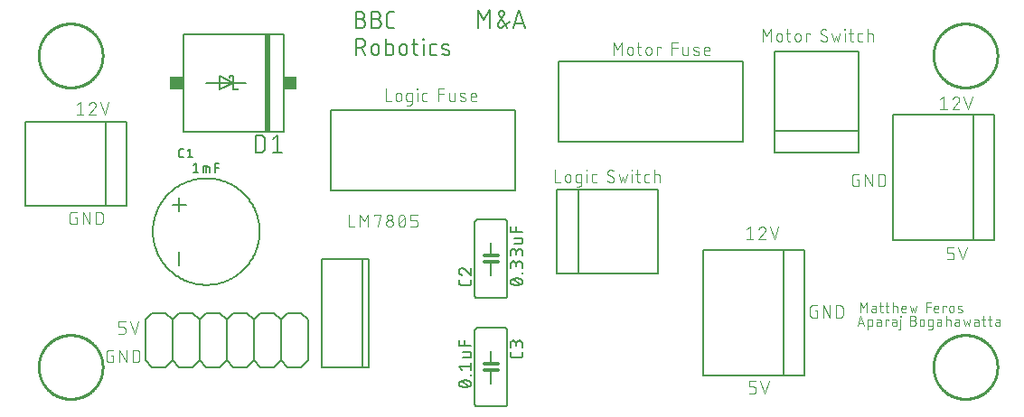
<source format=gto>
G75*
%MOIN*%
%OFA0B0*%
%FSLAX25Y25*%
%IPPOS*%
%LPD*%
%AMOC8*
5,1,8,0,0,1.08239X$1,22.5*
%
%ADD10C,0.01000*%
%ADD11C,0.00600*%
%ADD12C,0.00400*%
%ADD13C,0.00500*%
%ADD14C,0.00300*%
%ADD15C,0.00800*%
%ADD16C,0.01200*%
%ADD17C,0.00700*%
%ADD18R,0.02000X0.36000*%
%ADD19R,0.05000X0.05000*%
D10*
X0019689Y0031500D02*
X0019693Y0031790D01*
X0019703Y0032080D01*
X0019721Y0032369D01*
X0019746Y0032658D01*
X0019778Y0032946D01*
X0019817Y0033233D01*
X0019863Y0033519D01*
X0019916Y0033804D01*
X0019976Y0034088D01*
X0020043Y0034370D01*
X0020117Y0034650D01*
X0020198Y0034929D01*
X0020285Y0035205D01*
X0020379Y0035479D01*
X0020480Y0035751D01*
X0020588Y0036020D01*
X0020702Y0036286D01*
X0020823Y0036550D01*
X0020950Y0036810D01*
X0021084Y0037068D01*
X0021223Y0037322D01*
X0021369Y0037572D01*
X0021521Y0037819D01*
X0021680Y0038062D01*
X0021844Y0038301D01*
X0022013Y0038536D01*
X0022189Y0038767D01*
X0022370Y0038993D01*
X0022557Y0039215D01*
X0022749Y0039432D01*
X0022946Y0039644D01*
X0023148Y0039852D01*
X0023356Y0040054D01*
X0023568Y0040251D01*
X0023785Y0040443D01*
X0024007Y0040630D01*
X0024233Y0040811D01*
X0024464Y0040987D01*
X0024699Y0041156D01*
X0024938Y0041320D01*
X0025181Y0041479D01*
X0025428Y0041631D01*
X0025678Y0041777D01*
X0025932Y0041916D01*
X0026190Y0042050D01*
X0026450Y0042177D01*
X0026714Y0042298D01*
X0026980Y0042412D01*
X0027249Y0042520D01*
X0027521Y0042621D01*
X0027795Y0042715D01*
X0028071Y0042802D01*
X0028350Y0042883D01*
X0028630Y0042957D01*
X0028912Y0043024D01*
X0029196Y0043084D01*
X0029481Y0043137D01*
X0029767Y0043183D01*
X0030054Y0043222D01*
X0030342Y0043254D01*
X0030631Y0043279D01*
X0030920Y0043297D01*
X0031210Y0043307D01*
X0031500Y0043311D01*
X0031790Y0043307D01*
X0032080Y0043297D01*
X0032369Y0043279D01*
X0032658Y0043254D01*
X0032946Y0043222D01*
X0033233Y0043183D01*
X0033519Y0043137D01*
X0033804Y0043084D01*
X0034088Y0043024D01*
X0034370Y0042957D01*
X0034650Y0042883D01*
X0034929Y0042802D01*
X0035205Y0042715D01*
X0035479Y0042621D01*
X0035751Y0042520D01*
X0036020Y0042412D01*
X0036286Y0042298D01*
X0036550Y0042177D01*
X0036810Y0042050D01*
X0037068Y0041916D01*
X0037322Y0041777D01*
X0037572Y0041631D01*
X0037819Y0041479D01*
X0038062Y0041320D01*
X0038301Y0041156D01*
X0038536Y0040987D01*
X0038767Y0040811D01*
X0038993Y0040630D01*
X0039215Y0040443D01*
X0039432Y0040251D01*
X0039644Y0040054D01*
X0039852Y0039852D01*
X0040054Y0039644D01*
X0040251Y0039432D01*
X0040443Y0039215D01*
X0040630Y0038993D01*
X0040811Y0038767D01*
X0040987Y0038536D01*
X0041156Y0038301D01*
X0041320Y0038062D01*
X0041479Y0037819D01*
X0041631Y0037572D01*
X0041777Y0037322D01*
X0041916Y0037068D01*
X0042050Y0036810D01*
X0042177Y0036550D01*
X0042298Y0036286D01*
X0042412Y0036020D01*
X0042520Y0035751D01*
X0042621Y0035479D01*
X0042715Y0035205D01*
X0042802Y0034929D01*
X0042883Y0034650D01*
X0042957Y0034370D01*
X0043024Y0034088D01*
X0043084Y0033804D01*
X0043137Y0033519D01*
X0043183Y0033233D01*
X0043222Y0032946D01*
X0043254Y0032658D01*
X0043279Y0032369D01*
X0043297Y0032080D01*
X0043307Y0031790D01*
X0043311Y0031500D01*
X0043307Y0031210D01*
X0043297Y0030920D01*
X0043279Y0030631D01*
X0043254Y0030342D01*
X0043222Y0030054D01*
X0043183Y0029767D01*
X0043137Y0029481D01*
X0043084Y0029196D01*
X0043024Y0028912D01*
X0042957Y0028630D01*
X0042883Y0028350D01*
X0042802Y0028071D01*
X0042715Y0027795D01*
X0042621Y0027521D01*
X0042520Y0027249D01*
X0042412Y0026980D01*
X0042298Y0026714D01*
X0042177Y0026450D01*
X0042050Y0026190D01*
X0041916Y0025932D01*
X0041777Y0025678D01*
X0041631Y0025428D01*
X0041479Y0025181D01*
X0041320Y0024938D01*
X0041156Y0024699D01*
X0040987Y0024464D01*
X0040811Y0024233D01*
X0040630Y0024007D01*
X0040443Y0023785D01*
X0040251Y0023568D01*
X0040054Y0023356D01*
X0039852Y0023148D01*
X0039644Y0022946D01*
X0039432Y0022749D01*
X0039215Y0022557D01*
X0038993Y0022370D01*
X0038767Y0022189D01*
X0038536Y0022013D01*
X0038301Y0021844D01*
X0038062Y0021680D01*
X0037819Y0021521D01*
X0037572Y0021369D01*
X0037322Y0021223D01*
X0037068Y0021084D01*
X0036810Y0020950D01*
X0036550Y0020823D01*
X0036286Y0020702D01*
X0036020Y0020588D01*
X0035751Y0020480D01*
X0035479Y0020379D01*
X0035205Y0020285D01*
X0034929Y0020198D01*
X0034650Y0020117D01*
X0034370Y0020043D01*
X0034088Y0019976D01*
X0033804Y0019916D01*
X0033519Y0019863D01*
X0033233Y0019817D01*
X0032946Y0019778D01*
X0032658Y0019746D01*
X0032369Y0019721D01*
X0032080Y0019703D01*
X0031790Y0019693D01*
X0031500Y0019689D01*
X0031210Y0019693D01*
X0030920Y0019703D01*
X0030631Y0019721D01*
X0030342Y0019746D01*
X0030054Y0019778D01*
X0029767Y0019817D01*
X0029481Y0019863D01*
X0029196Y0019916D01*
X0028912Y0019976D01*
X0028630Y0020043D01*
X0028350Y0020117D01*
X0028071Y0020198D01*
X0027795Y0020285D01*
X0027521Y0020379D01*
X0027249Y0020480D01*
X0026980Y0020588D01*
X0026714Y0020702D01*
X0026450Y0020823D01*
X0026190Y0020950D01*
X0025932Y0021084D01*
X0025678Y0021223D01*
X0025428Y0021369D01*
X0025181Y0021521D01*
X0024938Y0021680D01*
X0024699Y0021844D01*
X0024464Y0022013D01*
X0024233Y0022189D01*
X0024007Y0022370D01*
X0023785Y0022557D01*
X0023568Y0022749D01*
X0023356Y0022946D01*
X0023148Y0023148D01*
X0022946Y0023356D01*
X0022749Y0023568D01*
X0022557Y0023785D01*
X0022370Y0024007D01*
X0022189Y0024233D01*
X0022013Y0024464D01*
X0021844Y0024699D01*
X0021680Y0024938D01*
X0021521Y0025181D01*
X0021369Y0025428D01*
X0021223Y0025678D01*
X0021084Y0025932D01*
X0020950Y0026190D01*
X0020823Y0026450D01*
X0020702Y0026714D01*
X0020588Y0026980D01*
X0020480Y0027249D01*
X0020379Y0027521D01*
X0020285Y0027795D01*
X0020198Y0028071D01*
X0020117Y0028350D01*
X0020043Y0028630D01*
X0019976Y0028912D01*
X0019916Y0029196D01*
X0019863Y0029481D01*
X0019817Y0029767D01*
X0019778Y0030054D01*
X0019746Y0030342D01*
X0019721Y0030631D01*
X0019703Y0030920D01*
X0019693Y0031210D01*
X0019689Y0031500D01*
X0019689Y0146500D02*
X0019693Y0146790D01*
X0019703Y0147080D01*
X0019721Y0147369D01*
X0019746Y0147658D01*
X0019778Y0147946D01*
X0019817Y0148233D01*
X0019863Y0148519D01*
X0019916Y0148804D01*
X0019976Y0149088D01*
X0020043Y0149370D01*
X0020117Y0149650D01*
X0020198Y0149929D01*
X0020285Y0150205D01*
X0020379Y0150479D01*
X0020480Y0150751D01*
X0020588Y0151020D01*
X0020702Y0151286D01*
X0020823Y0151550D01*
X0020950Y0151810D01*
X0021084Y0152068D01*
X0021223Y0152322D01*
X0021369Y0152572D01*
X0021521Y0152819D01*
X0021680Y0153062D01*
X0021844Y0153301D01*
X0022013Y0153536D01*
X0022189Y0153767D01*
X0022370Y0153993D01*
X0022557Y0154215D01*
X0022749Y0154432D01*
X0022946Y0154644D01*
X0023148Y0154852D01*
X0023356Y0155054D01*
X0023568Y0155251D01*
X0023785Y0155443D01*
X0024007Y0155630D01*
X0024233Y0155811D01*
X0024464Y0155987D01*
X0024699Y0156156D01*
X0024938Y0156320D01*
X0025181Y0156479D01*
X0025428Y0156631D01*
X0025678Y0156777D01*
X0025932Y0156916D01*
X0026190Y0157050D01*
X0026450Y0157177D01*
X0026714Y0157298D01*
X0026980Y0157412D01*
X0027249Y0157520D01*
X0027521Y0157621D01*
X0027795Y0157715D01*
X0028071Y0157802D01*
X0028350Y0157883D01*
X0028630Y0157957D01*
X0028912Y0158024D01*
X0029196Y0158084D01*
X0029481Y0158137D01*
X0029767Y0158183D01*
X0030054Y0158222D01*
X0030342Y0158254D01*
X0030631Y0158279D01*
X0030920Y0158297D01*
X0031210Y0158307D01*
X0031500Y0158311D01*
X0031790Y0158307D01*
X0032080Y0158297D01*
X0032369Y0158279D01*
X0032658Y0158254D01*
X0032946Y0158222D01*
X0033233Y0158183D01*
X0033519Y0158137D01*
X0033804Y0158084D01*
X0034088Y0158024D01*
X0034370Y0157957D01*
X0034650Y0157883D01*
X0034929Y0157802D01*
X0035205Y0157715D01*
X0035479Y0157621D01*
X0035751Y0157520D01*
X0036020Y0157412D01*
X0036286Y0157298D01*
X0036550Y0157177D01*
X0036810Y0157050D01*
X0037068Y0156916D01*
X0037322Y0156777D01*
X0037572Y0156631D01*
X0037819Y0156479D01*
X0038062Y0156320D01*
X0038301Y0156156D01*
X0038536Y0155987D01*
X0038767Y0155811D01*
X0038993Y0155630D01*
X0039215Y0155443D01*
X0039432Y0155251D01*
X0039644Y0155054D01*
X0039852Y0154852D01*
X0040054Y0154644D01*
X0040251Y0154432D01*
X0040443Y0154215D01*
X0040630Y0153993D01*
X0040811Y0153767D01*
X0040987Y0153536D01*
X0041156Y0153301D01*
X0041320Y0153062D01*
X0041479Y0152819D01*
X0041631Y0152572D01*
X0041777Y0152322D01*
X0041916Y0152068D01*
X0042050Y0151810D01*
X0042177Y0151550D01*
X0042298Y0151286D01*
X0042412Y0151020D01*
X0042520Y0150751D01*
X0042621Y0150479D01*
X0042715Y0150205D01*
X0042802Y0149929D01*
X0042883Y0149650D01*
X0042957Y0149370D01*
X0043024Y0149088D01*
X0043084Y0148804D01*
X0043137Y0148519D01*
X0043183Y0148233D01*
X0043222Y0147946D01*
X0043254Y0147658D01*
X0043279Y0147369D01*
X0043297Y0147080D01*
X0043307Y0146790D01*
X0043311Y0146500D01*
X0043307Y0146210D01*
X0043297Y0145920D01*
X0043279Y0145631D01*
X0043254Y0145342D01*
X0043222Y0145054D01*
X0043183Y0144767D01*
X0043137Y0144481D01*
X0043084Y0144196D01*
X0043024Y0143912D01*
X0042957Y0143630D01*
X0042883Y0143350D01*
X0042802Y0143071D01*
X0042715Y0142795D01*
X0042621Y0142521D01*
X0042520Y0142249D01*
X0042412Y0141980D01*
X0042298Y0141714D01*
X0042177Y0141450D01*
X0042050Y0141190D01*
X0041916Y0140932D01*
X0041777Y0140678D01*
X0041631Y0140428D01*
X0041479Y0140181D01*
X0041320Y0139938D01*
X0041156Y0139699D01*
X0040987Y0139464D01*
X0040811Y0139233D01*
X0040630Y0139007D01*
X0040443Y0138785D01*
X0040251Y0138568D01*
X0040054Y0138356D01*
X0039852Y0138148D01*
X0039644Y0137946D01*
X0039432Y0137749D01*
X0039215Y0137557D01*
X0038993Y0137370D01*
X0038767Y0137189D01*
X0038536Y0137013D01*
X0038301Y0136844D01*
X0038062Y0136680D01*
X0037819Y0136521D01*
X0037572Y0136369D01*
X0037322Y0136223D01*
X0037068Y0136084D01*
X0036810Y0135950D01*
X0036550Y0135823D01*
X0036286Y0135702D01*
X0036020Y0135588D01*
X0035751Y0135480D01*
X0035479Y0135379D01*
X0035205Y0135285D01*
X0034929Y0135198D01*
X0034650Y0135117D01*
X0034370Y0135043D01*
X0034088Y0134976D01*
X0033804Y0134916D01*
X0033519Y0134863D01*
X0033233Y0134817D01*
X0032946Y0134778D01*
X0032658Y0134746D01*
X0032369Y0134721D01*
X0032080Y0134703D01*
X0031790Y0134693D01*
X0031500Y0134689D01*
X0031210Y0134693D01*
X0030920Y0134703D01*
X0030631Y0134721D01*
X0030342Y0134746D01*
X0030054Y0134778D01*
X0029767Y0134817D01*
X0029481Y0134863D01*
X0029196Y0134916D01*
X0028912Y0134976D01*
X0028630Y0135043D01*
X0028350Y0135117D01*
X0028071Y0135198D01*
X0027795Y0135285D01*
X0027521Y0135379D01*
X0027249Y0135480D01*
X0026980Y0135588D01*
X0026714Y0135702D01*
X0026450Y0135823D01*
X0026190Y0135950D01*
X0025932Y0136084D01*
X0025678Y0136223D01*
X0025428Y0136369D01*
X0025181Y0136521D01*
X0024938Y0136680D01*
X0024699Y0136844D01*
X0024464Y0137013D01*
X0024233Y0137189D01*
X0024007Y0137370D01*
X0023785Y0137557D01*
X0023568Y0137749D01*
X0023356Y0137946D01*
X0023148Y0138148D01*
X0022946Y0138356D01*
X0022749Y0138568D01*
X0022557Y0138785D01*
X0022370Y0139007D01*
X0022189Y0139233D01*
X0022013Y0139464D01*
X0021844Y0139699D01*
X0021680Y0139938D01*
X0021521Y0140181D01*
X0021369Y0140428D01*
X0021223Y0140678D01*
X0021084Y0140932D01*
X0020950Y0141190D01*
X0020823Y0141450D01*
X0020702Y0141714D01*
X0020588Y0141980D01*
X0020480Y0142249D01*
X0020379Y0142521D01*
X0020285Y0142795D01*
X0020198Y0143071D01*
X0020117Y0143350D01*
X0020043Y0143630D01*
X0019976Y0143912D01*
X0019916Y0144196D01*
X0019863Y0144481D01*
X0019817Y0144767D01*
X0019778Y0145054D01*
X0019746Y0145342D01*
X0019721Y0145631D01*
X0019703Y0145920D01*
X0019693Y0146210D01*
X0019689Y0146500D01*
X0349689Y0146500D02*
X0349693Y0146790D01*
X0349703Y0147080D01*
X0349721Y0147369D01*
X0349746Y0147658D01*
X0349778Y0147946D01*
X0349817Y0148233D01*
X0349863Y0148519D01*
X0349916Y0148804D01*
X0349976Y0149088D01*
X0350043Y0149370D01*
X0350117Y0149650D01*
X0350198Y0149929D01*
X0350285Y0150205D01*
X0350379Y0150479D01*
X0350480Y0150751D01*
X0350588Y0151020D01*
X0350702Y0151286D01*
X0350823Y0151550D01*
X0350950Y0151810D01*
X0351084Y0152068D01*
X0351223Y0152322D01*
X0351369Y0152572D01*
X0351521Y0152819D01*
X0351680Y0153062D01*
X0351844Y0153301D01*
X0352013Y0153536D01*
X0352189Y0153767D01*
X0352370Y0153993D01*
X0352557Y0154215D01*
X0352749Y0154432D01*
X0352946Y0154644D01*
X0353148Y0154852D01*
X0353356Y0155054D01*
X0353568Y0155251D01*
X0353785Y0155443D01*
X0354007Y0155630D01*
X0354233Y0155811D01*
X0354464Y0155987D01*
X0354699Y0156156D01*
X0354938Y0156320D01*
X0355181Y0156479D01*
X0355428Y0156631D01*
X0355678Y0156777D01*
X0355932Y0156916D01*
X0356190Y0157050D01*
X0356450Y0157177D01*
X0356714Y0157298D01*
X0356980Y0157412D01*
X0357249Y0157520D01*
X0357521Y0157621D01*
X0357795Y0157715D01*
X0358071Y0157802D01*
X0358350Y0157883D01*
X0358630Y0157957D01*
X0358912Y0158024D01*
X0359196Y0158084D01*
X0359481Y0158137D01*
X0359767Y0158183D01*
X0360054Y0158222D01*
X0360342Y0158254D01*
X0360631Y0158279D01*
X0360920Y0158297D01*
X0361210Y0158307D01*
X0361500Y0158311D01*
X0361790Y0158307D01*
X0362080Y0158297D01*
X0362369Y0158279D01*
X0362658Y0158254D01*
X0362946Y0158222D01*
X0363233Y0158183D01*
X0363519Y0158137D01*
X0363804Y0158084D01*
X0364088Y0158024D01*
X0364370Y0157957D01*
X0364650Y0157883D01*
X0364929Y0157802D01*
X0365205Y0157715D01*
X0365479Y0157621D01*
X0365751Y0157520D01*
X0366020Y0157412D01*
X0366286Y0157298D01*
X0366550Y0157177D01*
X0366810Y0157050D01*
X0367068Y0156916D01*
X0367322Y0156777D01*
X0367572Y0156631D01*
X0367819Y0156479D01*
X0368062Y0156320D01*
X0368301Y0156156D01*
X0368536Y0155987D01*
X0368767Y0155811D01*
X0368993Y0155630D01*
X0369215Y0155443D01*
X0369432Y0155251D01*
X0369644Y0155054D01*
X0369852Y0154852D01*
X0370054Y0154644D01*
X0370251Y0154432D01*
X0370443Y0154215D01*
X0370630Y0153993D01*
X0370811Y0153767D01*
X0370987Y0153536D01*
X0371156Y0153301D01*
X0371320Y0153062D01*
X0371479Y0152819D01*
X0371631Y0152572D01*
X0371777Y0152322D01*
X0371916Y0152068D01*
X0372050Y0151810D01*
X0372177Y0151550D01*
X0372298Y0151286D01*
X0372412Y0151020D01*
X0372520Y0150751D01*
X0372621Y0150479D01*
X0372715Y0150205D01*
X0372802Y0149929D01*
X0372883Y0149650D01*
X0372957Y0149370D01*
X0373024Y0149088D01*
X0373084Y0148804D01*
X0373137Y0148519D01*
X0373183Y0148233D01*
X0373222Y0147946D01*
X0373254Y0147658D01*
X0373279Y0147369D01*
X0373297Y0147080D01*
X0373307Y0146790D01*
X0373311Y0146500D01*
X0373307Y0146210D01*
X0373297Y0145920D01*
X0373279Y0145631D01*
X0373254Y0145342D01*
X0373222Y0145054D01*
X0373183Y0144767D01*
X0373137Y0144481D01*
X0373084Y0144196D01*
X0373024Y0143912D01*
X0372957Y0143630D01*
X0372883Y0143350D01*
X0372802Y0143071D01*
X0372715Y0142795D01*
X0372621Y0142521D01*
X0372520Y0142249D01*
X0372412Y0141980D01*
X0372298Y0141714D01*
X0372177Y0141450D01*
X0372050Y0141190D01*
X0371916Y0140932D01*
X0371777Y0140678D01*
X0371631Y0140428D01*
X0371479Y0140181D01*
X0371320Y0139938D01*
X0371156Y0139699D01*
X0370987Y0139464D01*
X0370811Y0139233D01*
X0370630Y0139007D01*
X0370443Y0138785D01*
X0370251Y0138568D01*
X0370054Y0138356D01*
X0369852Y0138148D01*
X0369644Y0137946D01*
X0369432Y0137749D01*
X0369215Y0137557D01*
X0368993Y0137370D01*
X0368767Y0137189D01*
X0368536Y0137013D01*
X0368301Y0136844D01*
X0368062Y0136680D01*
X0367819Y0136521D01*
X0367572Y0136369D01*
X0367322Y0136223D01*
X0367068Y0136084D01*
X0366810Y0135950D01*
X0366550Y0135823D01*
X0366286Y0135702D01*
X0366020Y0135588D01*
X0365751Y0135480D01*
X0365479Y0135379D01*
X0365205Y0135285D01*
X0364929Y0135198D01*
X0364650Y0135117D01*
X0364370Y0135043D01*
X0364088Y0134976D01*
X0363804Y0134916D01*
X0363519Y0134863D01*
X0363233Y0134817D01*
X0362946Y0134778D01*
X0362658Y0134746D01*
X0362369Y0134721D01*
X0362080Y0134703D01*
X0361790Y0134693D01*
X0361500Y0134689D01*
X0361210Y0134693D01*
X0360920Y0134703D01*
X0360631Y0134721D01*
X0360342Y0134746D01*
X0360054Y0134778D01*
X0359767Y0134817D01*
X0359481Y0134863D01*
X0359196Y0134916D01*
X0358912Y0134976D01*
X0358630Y0135043D01*
X0358350Y0135117D01*
X0358071Y0135198D01*
X0357795Y0135285D01*
X0357521Y0135379D01*
X0357249Y0135480D01*
X0356980Y0135588D01*
X0356714Y0135702D01*
X0356450Y0135823D01*
X0356190Y0135950D01*
X0355932Y0136084D01*
X0355678Y0136223D01*
X0355428Y0136369D01*
X0355181Y0136521D01*
X0354938Y0136680D01*
X0354699Y0136844D01*
X0354464Y0137013D01*
X0354233Y0137189D01*
X0354007Y0137370D01*
X0353785Y0137557D01*
X0353568Y0137749D01*
X0353356Y0137946D01*
X0353148Y0138148D01*
X0352946Y0138356D01*
X0352749Y0138568D01*
X0352557Y0138785D01*
X0352370Y0139007D01*
X0352189Y0139233D01*
X0352013Y0139464D01*
X0351844Y0139699D01*
X0351680Y0139938D01*
X0351521Y0140181D01*
X0351369Y0140428D01*
X0351223Y0140678D01*
X0351084Y0140932D01*
X0350950Y0141190D01*
X0350823Y0141450D01*
X0350702Y0141714D01*
X0350588Y0141980D01*
X0350480Y0142249D01*
X0350379Y0142521D01*
X0350285Y0142795D01*
X0350198Y0143071D01*
X0350117Y0143350D01*
X0350043Y0143630D01*
X0349976Y0143912D01*
X0349916Y0144196D01*
X0349863Y0144481D01*
X0349817Y0144767D01*
X0349778Y0145054D01*
X0349746Y0145342D01*
X0349721Y0145631D01*
X0349703Y0145920D01*
X0349693Y0146210D01*
X0349689Y0146500D01*
X0349689Y0031500D02*
X0349693Y0031790D01*
X0349703Y0032080D01*
X0349721Y0032369D01*
X0349746Y0032658D01*
X0349778Y0032946D01*
X0349817Y0033233D01*
X0349863Y0033519D01*
X0349916Y0033804D01*
X0349976Y0034088D01*
X0350043Y0034370D01*
X0350117Y0034650D01*
X0350198Y0034929D01*
X0350285Y0035205D01*
X0350379Y0035479D01*
X0350480Y0035751D01*
X0350588Y0036020D01*
X0350702Y0036286D01*
X0350823Y0036550D01*
X0350950Y0036810D01*
X0351084Y0037068D01*
X0351223Y0037322D01*
X0351369Y0037572D01*
X0351521Y0037819D01*
X0351680Y0038062D01*
X0351844Y0038301D01*
X0352013Y0038536D01*
X0352189Y0038767D01*
X0352370Y0038993D01*
X0352557Y0039215D01*
X0352749Y0039432D01*
X0352946Y0039644D01*
X0353148Y0039852D01*
X0353356Y0040054D01*
X0353568Y0040251D01*
X0353785Y0040443D01*
X0354007Y0040630D01*
X0354233Y0040811D01*
X0354464Y0040987D01*
X0354699Y0041156D01*
X0354938Y0041320D01*
X0355181Y0041479D01*
X0355428Y0041631D01*
X0355678Y0041777D01*
X0355932Y0041916D01*
X0356190Y0042050D01*
X0356450Y0042177D01*
X0356714Y0042298D01*
X0356980Y0042412D01*
X0357249Y0042520D01*
X0357521Y0042621D01*
X0357795Y0042715D01*
X0358071Y0042802D01*
X0358350Y0042883D01*
X0358630Y0042957D01*
X0358912Y0043024D01*
X0359196Y0043084D01*
X0359481Y0043137D01*
X0359767Y0043183D01*
X0360054Y0043222D01*
X0360342Y0043254D01*
X0360631Y0043279D01*
X0360920Y0043297D01*
X0361210Y0043307D01*
X0361500Y0043311D01*
X0361790Y0043307D01*
X0362080Y0043297D01*
X0362369Y0043279D01*
X0362658Y0043254D01*
X0362946Y0043222D01*
X0363233Y0043183D01*
X0363519Y0043137D01*
X0363804Y0043084D01*
X0364088Y0043024D01*
X0364370Y0042957D01*
X0364650Y0042883D01*
X0364929Y0042802D01*
X0365205Y0042715D01*
X0365479Y0042621D01*
X0365751Y0042520D01*
X0366020Y0042412D01*
X0366286Y0042298D01*
X0366550Y0042177D01*
X0366810Y0042050D01*
X0367068Y0041916D01*
X0367322Y0041777D01*
X0367572Y0041631D01*
X0367819Y0041479D01*
X0368062Y0041320D01*
X0368301Y0041156D01*
X0368536Y0040987D01*
X0368767Y0040811D01*
X0368993Y0040630D01*
X0369215Y0040443D01*
X0369432Y0040251D01*
X0369644Y0040054D01*
X0369852Y0039852D01*
X0370054Y0039644D01*
X0370251Y0039432D01*
X0370443Y0039215D01*
X0370630Y0038993D01*
X0370811Y0038767D01*
X0370987Y0038536D01*
X0371156Y0038301D01*
X0371320Y0038062D01*
X0371479Y0037819D01*
X0371631Y0037572D01*
X0371777Y0037322D01*
X0371916Y0037068D01*
X0372050Y0036810D01*
X0372177Y0036550D01*
X0372298Y0036286D01*
X0372412Y0036020D01*
X0372520Y0035751D01*
X0372621Y0035479D01*
X0372715Y0035205D01*
X0372802Y0034929D01*
X0372883Y0034650D01*
X0372957Y0034370D01*
X0373024Y0034088D01*
X0373084Y0033804D01*
X0373137Y0033519D01*
X0373183Y0033233D01*
X0373222Y0032946D01*
X0373254Y0032658D01*
X0373279Y0032369D01*
X0373297Y0032080D01*
X0373307Y0031790D01*
X0373311Y0031500D01*
X0373307Y0031210D01*
X0373297Y0030920D01*
X0373279Y0030631D01*
X0373254Y0030342D01*
X0373222Y0030054D01*
X0373183Y0029767D01*
X0373137Y0029481D01*
X0373084Y0029196D01*
X0373024Y0028912D01*
X0372957Y0028630D01*
X0372883Y0028350D01*
X0372802Y0028071D01*
X0372715Y0027795D01*
X0372621Y0027521D01*
X0372520Y0027249D01*
X0372412Y0026980D01*
X0372298Y0026714D01*
X0372177Y0026450D01*
X0372050Y0026190D01*
X0371916Y0025932D01*
X0371777Y0025678D01*
X0371631Y0025428D01*
X0371479Y0025181D01*
X0371320Y0024938D01*
X0371156Y0024699D01*
X0370987Y0024464D01*
X0370811Y0024233D01*
X0370630Y0024007D01*
X0370443Y0023785D01*
X0370251Y0023568D01*
X0370054Y0023356D01*
X0369852Y0023148D01*
X0369644Y0022946D01*
X0369432Y0022749D01*
X0369215Y0022557D01*
X0368993Y0022370D01*
X0368767Y0022189D01*
X0368536Y0022013D01*
X0368301Y0021844D01*
X0368062Y0021680D01*
X0367819Y0021521D01*
X0367572Y0021369D01*
X0367322Y0021223D01*
X0367068Y0021084D01*
X0366810Y0020950D01*
X0366550Y0020823D01*
X0366286Y0020702D01*
X0366020Y0020588D01*
X0365751Y0020480D01*
X0365479Y0020379D01*
X0365205Y0020285D01*
X0364929Y0020198D01*
X0364650Y0020117D01*
X0364370Y0020043D01*
X0364088Y0019976D01*
X0363804Y0019916D01*
X0363519Y0019863D01*
X0363233Y0019817D01*
X0362946Y0019778D01*
X0362658Y0019746D01*
X0362369Y0019721D01*
X0362080Y0019703D01*
X0361790Y0019693D01*
X0361500Y0019689D01*
X0361210Y0019693D01*
X0360920Y0019703D01*
X0360631Y0019721D01*
X0360342Y0019746D01*
X0360054Y0019778D01*
X0359767Y0019817D01*
X0359481Y0019863D01*
X0359196Y0019916D01*
X0358912Y0019976D01*
X0358630Y0020043D01*
X0358350Y0020117D01*
X0358071Y0020198D01*
X0357795Y0020285D01*
X0357521Y0020379D01*
X0357249Y0020480D01*
X0356980Y0020588D01*
X0356714Y0020702D01*
X0356450Y0020823D01*
X0356190Y0020950D01*
X0355932Y0021084D01*
X0355678Y0021223D01*
X0355428Y0021369D01*
X0355181Y0021521D01*
X0354938Y0021680D01*
X0354699Y0021844D01*
X0354464Y0022013D01*
X0354233Y0022189D01*
X0354007Y0022370D01*
X0353785Y0022557D01*
X0353568Y0022749D01*
X0353356Y0022946D01*
X0353148Y0023148D01*
X0352946Y0023356D01*
X0352749Y0023568D01*
X0352557Y0023785D01*
X0352370Y0024007D01*
X0352189Y0024233D01*
X0352013Y0024464D01*
X0351844Y0024699D01*
X0351680Y0024938D01*
X0351521Y0025181D01*
X0351369Y0025428D01*
X0351223Y0025678D01*
X0351084Y0025932D01*
X0350950Y0026190D01*
X0350823Y0026450D01*
X0350702Y0026714D01*
X0350588Y0026980D01*
X0350480Y0027249D01*
X0350379Y0027521D01*
X0350285Y0027795D01*
X0350198Y0028071D01*
X0350117Y0028350D01*
X0350043Y0028630D01*
X0349976Y0028912D01*
X0349916Y0029196D01*
X0349863Y0029481D01*
X0349817Y0029767D01*
X0349778Y0030054D01*
X0349746Y0030342D01*
X0349721Y0030631D01*
X0349703Y0030920D01*
X0349693Y0031210D01*
X0349689Y0031500D01*
D11*
X0192500Y0018000D02*
X0192500Y0045000D01*
X0192498Y0045060D01*
X0192493Y0045121D01*
X0192484Y0045180D01*
X0192471Y0045239D01*
X0192455Y0045298D01*
X0192435Y0045355D01*
X0192412Y0045410D01*
X0192385Y0045465D01*
X0192356Y0045517D01*
X0192323Y0045568D01*
X0192287Y0045617D01*
X0192249Y0045663D01*
X0192207Y0045707D01*
X0192163Y0045749D01*
X0192117Y0045787D01*
X0192068Y0045823D01*
X0192017Y0045856D01*
X0191965Y0045885D01*
X0191910Y0045912D01*
X0191855Y0045935D01*
X0191798Y0045955D01*
X0191739Y0045971D01*
X0191680Y0045984D01*
X0191621Y0045993D01*
X0191560Y0045998D01*
X0191500Y0046000D01*
X0181500Y0046000D01*
X0181440Y0045998D01*
X0181379Y0045993D01*
X0181320Y0045984D01*
X0181261Y0045971D01*
X0181202Y0045955D01*
X0181145Y0045935D01*
X0181090Y0045912D01*
X0181035Y0045885D01*
X0180983Y0045856D01*
X0180932Y0045823D01*
X0180883Y0045787D01*
X0180837Y0045749D01*
X0180793Y0045707D01*
X0180751Y0045663D01*
X0180713Y0045617D01*
X0180677Y0045568D01*
X0180644Y0045517D01*
X0180615Y0045465D01*
X0180588Y0045410D01*
X0180565Y0045355D01*
X0180545Y0045298D01*
X0180529Y0045239D01*
X0180516Y0045180D01*
X0180507Y0045121D01*
X0180502Y0045060D01*
X0180500Y0045000D01*
X0180500Y0018000D01*
X0180502Y0017940D01*
X0180507Y0017879D01*
X0180516Y0017820D01*
X0180529Y0017761D01*
X0180545Y0017702D01*
X0180565Y0017645D01*
X0180588Y0017590D01*
X0180615Y0017535D01*
X0180644Y0017483D01*
X0180677Y0017432D01*
X0180713Y0017383D01*
X0180751Y0017337D01*
X0180793Y0017293D01*
X0180837Y0017251D01*
X0180883Y0017213D01*
X0180932Y0017177D01*
X0180983Y0017144D01*
X0181035Y0017115D01*
X0181090Y0017088D01*
X0181145Y0017065D01*
X0181202Y0017045D01*
X0181261Y0017029D01*
X0181320Y0017016D01*
X0181379Y0017007D01*
X0181440Y0017002D01*
X0181500Y0017000D01*
X0191500Y0017000D01*
X0191560Y0017002D01*
X0191621Y0017007D01*
X0191680Y0017016D01*
X0191739Y0017029D01*
X0191798Y0017045D01*
X0191855Y0017065D01*
X0191910Y0017088D01*
X0191965Y0017115D01*
X0192017Y0017144D01*
X0192068Y0017177D01*
X0192117Y0017213D01*
X0192163Y0017251D01*
X0192207Y0017293D01*
X0192249Y0017337D01*
X0192287Y0017383D01*
X0192323Y0017432D01*
X0192356Y0017483D01*
X0192385Y0017535D01*
X0192412Y0017590D01*
X0192435Y0017645D01*
X0192455Y0017702D01*
X0192471Y0017761D01*
X0192484Y0017820D01*
X0192493Y0017879D01*
X0192498Y0017940D01*
X0192500Y0018000D01*
X0186500Y0025500D02*
X0186500Y0030200D01*
X0186500Y0032700D02*
X0186500Y0037500D01*
X0181500Y0057000D02*
X0191500Y0057000D01*
X0191560Y0057002D01*
X0191621Y0057007D01*
X0191680Y0057016D01*
X0191739Y0057029D01*
X0191798Y0057045D01*
X0191855Y0057065D01*
X0191910Y0057088D01*
X0191965Y0057115D01*
X0192017Y0057144D01*
X0192068Y0057177D01*
X0192117Y0057213D01*
X0192163Y0057251D01*
X0192207Y0057293D01*
X0192249Y0057337D01*
X0192287Y0057383D01*
X0192323Y0057432D01*
X0192356Y0057483D01*
X0192385Y0057535D01*
X0192412Y0057590D01*
X0192435Y0057645D01*
X0192455Y0057702D01*
X0192471Y0057761D01*
X0192484Y0057820D01*
X0192493Y0057879D01*
X0192498Y0057940D01*
X0192500Y0058000D01*
X0192500Y0085000D01*
X0192498Y0085060D01*
X0192493Y0085121D01*
X0192484Y0085180D01*
X0192471Y0085239D01*
X0192455Y0085298D01*
X0192435Y0085355D01*
X0192412Y0085410D01*
X0192385Y0085465D01*
X0192356Y0085517D01*
X0192323Y0085568D01*
X0192287Y0085617D01*
X0192249Y0085663D01*
X0192207Y0085707D01*
X0192163Y0085749D01*
X0192117Y0085787D01*
X0192068Y0085823D01*
X0192017Y0085856D01*
X0191965Y0085885D01*
X0191910Y0085912D01*
X0191855Y0085935D01*
X0191798Y0085955D01*
X0191739Y0085971D01*
X0191680Y0085984D01*
X0191621Y0085993D01*
X0191560Y0085998D01*
X0191500Y0086000D01*
X0181500Y0086000D01*
X0181440Y0085998D01*
X0181379Y0085993D01*
X0181320Y0085984D01*
X0181261Y0085971D01*
X0181202Y0085955D01*
X0181145Y0085935D01*
X0181090Y0085912D01*
X0181035Y0085885D01*
X0180983Y0085856D01*
X0180932Y0085823D01*
X0180883Y0085787D01*
X0180837Y0085749D01*
X0180793Y0085707D01*
X0180751Y0085663D01*
X0180713Y0085617D01*
X0180677Y0085568D01*
X0180644Y0085517D01*
X0180615Y0085465D01*
X0180588Y0085410D01*
X0180565Y0085355D01*
X0180545Y0085298D01*
X0180529Y0085239D01*
X0180516Y0085180D01*
X0180507Y0085121D01*
X0180502Y0085060D01*
X0180500Y0085000D01*
X0180500Y0058000D01*
X0180502Y0057940D01*
X0180507Y0057879D01*
X0180516Y0057820D01*
X0180529Y0057761D01*
X0180545Y0057702D01*
X0180565Y0057645D01*
X0180588Y0057590D01*
X0180615Y0057535D01*
X0180644Y0057483D01*
X0180677Y0057432D01*
X0180713Y0057383D01*
X0180751Y0057337D01*
X0180793Y0057293D01*
X0180837Y0057251D01*
X0180883Y0057213D01*
X0180932Y0057177D01*
X0180983Y0057144D01*
X0181035Y0057115D01*
X0181090Y0057088D01*
X0181145Y0057065D01*
X0181202Y0057045D01*
X0181261Y0057029D01*
X0181320Y0057016D01*
X0181379Y0057007D01*
X0181440Y0057002D01*
X0181500Y0057000D01*
X0186500Y0065500D02*
X0186500Y0070300D01*
X0186500Y0072800D02*
X0186500Y0077500D01*
X0119000Y0049000D02*
X0119000Y0034000D01*
X0116500Y0031500D01*
X0111500Y0031500D01*
X0109000Y0034000D01*
X0109000Y0049000D01*
X0111500Y0051500D01*
X0116500Y0051500D01*
X0119000Y0049000D01*
X0109000Y0049000D02*
X0106500Y0051500D01*
X0101500Y0051500D01*
X0099000Y0049000D01*
X0099000Y0034000D01*
X0101500Y0031500D01*
X0106500Y0031500D01*
X0109000Y0034000D01*
X0099000Y0034000D02*
X0096500Y0031500D01*
X0091500Y0031500D01*
X0089000Y0034000D01*
X0089000Y0049000D01*
X0091500Y0051500D01*
X0096500Y0051500D01*
X0099000Y0049000D01*
X0089000Y0049000D02*
X0086500Y0051500D01*
X0081500Y0051500D01*
X0079000Y0049000D01*
X0079000Y0034000D01*
X0081500Y0031500D01*
X0086500Y0031500D01*
X0089000Y0034000D01*
X0079000Y0034000D02*
X0076500Y0031500D01*
X0071500Y0031500D01*
X0069000Y0034000D01*
X0069000Y0049000D01*
X0071500Y0051500D01*
X0076500Y0051500D01*
X0079000Y0049000D01*
X0069000Y0049000D02*
X0066500Y0051500D01*
X0061500Y0051500D01*
X0059000Y0049000D01*
X0059000Y0034000D01*
X0061500Y0031500D01*
X0066500Y0031500D01*
X0069000Y0034000D01*
X0073000Y0118500D02*
X0110000Y0118500D01*
X0110000Y0154500D01*
X0073000Y0154500D01*
X0073000Y0118500D01*
X0086500Y0134000D02*
X0086500Y0139000D01*
X0091500Y0136500D01*
X0091500Y0139000D01*
X0090000Y0139000D01*
X0090000Y0138500D01*
X0091500Y0136500D02*
X0091500Y0134000D01*
X0093000Y0134000D01*
X0093000Y0134500D01*
X0091500Y0136500D02*
X0081500Y0136500D01*
X0086500Y0134000D02*
X0091500Y0136500D01*
X0096000Y0136500D01*
X0181800Y0156800D02*
X0181800Y0163200D01*
X0183933Y0159644D01*
X0186067Y0163200D01*
X0186067Y0156800D01*
X0189206Y0158400D02*
X0191339Y0161600D01*
X0191340Y0161600D02*
X0191372Y0161655D01*
X0191400Y0161712D01*
X0191426Y0161770D01*
X0191447Y0161830D01*
X0191465Y0161891D01*
X0191479Y0161953D01*
X0191489Y0162016D01*
X0191495Y0162079D01*
X0191498Y0162143D01*
X0191497Y0162207D01*
X0191491Y0162270D01*
X0191482Y0162333D01*
X0191470Y0162395D01*
X0191453Y0162457D01*
X0191433Y0162517D01*
X0191409Y0162576D01*
X0191381Y0162633D01*
X0191350Y0162689D01*
X0191316Y0162743D01*
X0191279Y0162794D01*
X0191238Y0162843D01*
X0191195Y0162890D01*
X0191149Y0162934D01*
X0191100Y0162975D01*
X0191049Y0163012D01*
X0190996Y0163047D01*
X0190940Y0163079D01*
X0190883Y0163107D01*
X0190824Y0163131D01*
X0190764Y0163152D01*
X0190703Y0163169D01*
X0190641Y0163183D01*
X0190578Y0163192D01*
X0190515Y0163198D01*
X0190451Y0163200D01*
X0190387Y0163198D01*
X0190324Y0163192D01*
X0190261Y0163183D01*
X0190199Y0163169D01*
X0190138Y0163152D01*
X0190078Y0163131D01*
X0190019Y0163107D01*
X0189962Y0163079D01*
X0189906Y0163047D01*
X0189853Y0163012D01*
X0189802Y0162975D01*
X0189753Y0162934D01*
X0189707Y0162890D01*
X0189664Y0162843D01*
X0189623Y0162794D01*
X0189586Y0162743D01*
X0189552Y0162689D01*
X0189521Y0162633D01*
X0189493Y0162576D01*
X0189469Y0162517D01*
X0189449Y0162457D01*
X0189432Y0162395D01*
X0189420Y0162333D01*
X0189411Y0162270D01*
X0189405Y0162207D01*
X0189404Y0162143D01*
X0189407Y0162079D01*
X0189413Y0162016D01*
X0189423Y0161953D01*
X0189437Y0161891D01*
X0189455Y0161830D01*
X0189476Y0161770D01*
X0189502Y0161712D01*
X0189530Y0161655D01*
X0189562Y0161600D01*
X0192584Y0156800D01*
X0190628Y0156978D02*
X0193295Y0158933D01*
X0195257Y0158400D02*
X0198457Y0158400D01*
X0198990Y0156800D02*
X0196857Y0163200D01*
X0194723Y0156800D01*
X0190628Y0156978D02*
X0190582Y0156945D01*
X0190533Y0156915D01*
X0190482Y0156889D01*
X0190430Y0156865D01*
X0190376Y0156846D01*
X0190321Y0156829D01*
X0190266Y0156817D01*
X0190209Y0156807D01*
X0190152Y0156802D01*
X0190095Y0156800D01*
X0190031Y0156802D01*
X0189966Y0156808D01*
X0189903Y0156817D01*
X0189840Y0156831D01*
X0189778Y0156848D01*
X0189717Y0156869D01*
X0189657Y0156894D01*
X0189599Y0156922D01*
X0189543Y0156954D01*
X0189489Y0156989D01*
X0189437Y0157027D01*
X0189387Y0157068D01*
X0189341Y0157113D01*
X0189296Y0157159D01*
X0189255Y0157209D01*
X0189217Y0157261D01*
X0189182Y0157315D01*
X0189150Y0157371D01*
X0189122Y0157429D01*
X0189097Y0157489D01*
X0189076Y0157550D01*
X0189059Y0157612D01*
X0189045Y0157675D01*
X0189036Y0157738D01*
X0189030Y0157803D01*
X0189028Y0157867D01*
X0189030Y0157924D01*
X0189035Y0157981D01*
X0189045Y0158038D01*
X0189057Y0158093D01*
X0189074Y0158148D01*
X0189093Y0158202D01*
X0189117Y0158254D01*
X0189143Y0158305D01*
X0189173Y0158354D01*
X0189206Y0158400D01*
D12*
X0231700Y0151300D02*
X0231700Y0146700D01*
X0233233Y0148744D02*
X0234767Y0151300D01*
X0234767Y0146700D01*
X0236861Y0147722D02*
X0236861Y0148744D01*
X0236863Y0148807D01*
X0236869Y0148870D01*
X0236878Y0148932D01*
X0236892Y0148993D01*
X0236909Y0149054D01*
X0236930Y0149113D01*
X0236955Y0149171D01*
X0236983Y0149228D01*
X0237014Y0149282D01*
X0237049Y0149334D01*
X0237087Y0149385D01*
X0237128Y0149433D01*
X0237172Y0149478D01*
X0237218Y0149520D01*
X0237267Y0149560D01*
X0237318Y0149596D01*
X0237372Y0149629D01*
X0237427Y0149659D01*
X0237485Y0149685D01*
X0237543Y0149708D01*
X0237603Y0149727D01*
X0237664Y0149742D01*
X0237726Y0149754D01*
X0237789Y0149762D01*
X0237852Y0149766D01*
X0237914Y0149766D01*
X0237977Y0149762D01*
X0238040Y0149754D01*
X0238102Y0149742D01*
X0238163Y0149727D01*
X0238223Y0149708D01*
X0238281Y0149685D01*
X0238339Y0149659D01*
X0238394Y0149629D01*
X0238448Y0149596D01*
X0238499Y0149560D01*
X0238548Y0149520D01*
X0238594Y0149478D01*
X0238638Y0149433D01*
X0238679Y0149385D01*
X0238717Y0149334D01*
X0238752Y0149282D01*
X0238783Y0149228D01*
X0238811Y0149171D01*
X0238836Y0149113D01*
X0238857Y0149054D01*
X0238874Y0148993D01*
X0238888Y0148932D01*
X0238897Y0148870D01*
X0238903Y0148807D01*
X0238905Y0148744D01*
X0238906Y0148744D02*
X0238906Y0147722D01*
X0238905Y0147722D02*
X0238903Y0147659D01*
X0238897Y0147596D01*
X0238888Y0147534D01*
X0238874Y0147473D01*
X0238857Y0147412D01*
X0238836Y0147353D01*
X0238811Y0147295D01*
X0238783Y0147238D01*
X0238752Y0147184D01*
X0238717Y0147132D01*
X0238679Y0147081D01*
X0238638Y0147033D01*
X0238594Y0146988D01*
X0238548Y0146946D01*
X0238499Y0146906D01*
X0238448Y0146870D01*
X0238394Y0146837D01*
X0238339Y0146807D01*
X0238281Y0146781D01*
X0238223Y0146758D01*
X0238163Y0146739D01*
X0238102Y0146724D01*
X0238040Y0146712D01*
X0237977Y0146704D01*
X0237914Y0146700D01*
X0237852Y0146700D01*
X0237789Y0146704D01*
X0237726Y0146712D01*
X0237664Y0146724D01*
X0237603Y0146739D01*
X0237543Y0146758D01*
X0237485Y0146781D01*
X0237427Y0146807D01*
X0237372Y0146837D01*
X0237318Y0146870D01*
X0237267Y0146906D01*
X0237218Y0146946D01*
X0237172Y0146988D01*
X0237128Y0147033D01*
X0237087Y0147081D01*
X0237049Y0147132D01*
X0237014Y0147184D01*
X0236983Y0147238D01*
X0236955Y0147295D01*
X0236930Y0147353D01*
X0236909Y0147412D01*
X0236892Y0147473D01*
X0236878Y0147534D01*
X0236869Y0147596D01*
X0236863Y0147659D01*
X0236861Y0147722D01*
X0233233Y0148744D02*
X0231700Y0151300D01*
X0240380Y0149767D02*
X0241914Y0149767D01*
X0240891Y0151300D02*
X0240891Y0147467D01*
X0240893Y0147412D01*
X0240899Y0147358D01*
X0240909Y0147304D01*
X0240922Y0147251D01*
X0240939Y0147199D01*
X0240960Y0147148D01*
X0240985Y0147099D01*
X0241013Y0147052D01*
X0241044Y0147007D01*
X0241078Y0146965D01*
X0241116Y0146925D01*
X0241156Y0146887D01*
X0241198Y0146853D01*
X0241243Y0146822D01*
X0241290Y0146794D01*
X0241339Y0146769D01*
X0241390Y0146748D01*
X0241442Y0146731D01*
X0241495Y0146718D01*
X0241549Y0146708D01*
X0241603Y0146702D01*
X0241658Y0146700D01*
X0241914Y0146700D01*
X0243611Y0147722D02*
X0243611Y0148744D01*
X0243613Y0148807D01*
X0243619Y0148870D01*
X0243628Y0148932D01*
X0243642Y0148993D01*
X0243659Y0149054D01*
X0243680Y0149113D01*
X0243705Y0149171D01*
X0243733Y0149228D01*
X0243764Y0149282D01*
X0243799Y0149334D01*
X0243837Y0149385D01*
X0243878Y0149433D01*
X0243922Y0149478D01*
X0243968Y0149520D01*
X0244017Y0149560D01*
X0244068Y0149596D01*
X0244122Y0149629D01*
X0244177Y0149659D01*
X0244235Y0149685D01*
X0244293Y0149708D01*
X0244353Y0149727D01*
X0244414Y0149742D01*
X0244476Y0149754D01*
X0244539Y0149762D01*
X0244602Y0149766D01*
X0244664Y0149766D01*
X0244727Y0149762D01*
X0244790Y0149754D01*
X0244852Y0149742D01*
X0244913Y0149727D01*
X0244973Y0149708D01*
X0245031Y0149685D01*
X0245089Y0149659D01*
X0245144Y0149629D01*
X0245198Y0149596D01*
X0245249Y0149560D01*
X0245298Y0149520D01*
X0245344Y0149478D01*
X0245388Y0149433D01*
X0245429Y0149385D01*
X0245467Y0149334D01*
X0245502Y0149282D01*
X0245533Y0149228D01*
X0245561Y0149171D01*
X0245586Y0149113D01*
X0245607Y0149054D01*
X0245624Y0148993D01*
X0245638Y0148932D01*
X0245647Y0148870D01*
X0245653Y0148807D01*
X0245655Y0148744D01*
X0245656Y0148744D02*
X0245656Y0147722D01*
X0245655Y0147722D02*
X0245653Y0147659D01*
X0245647Y0147596D01*
X0245638Y0147534D01*
X0245624Y0147473D01*
X0245607Y0147412D01*
X0245586Y0147353D01*
X0245561Y0147295D01*
X0245533Y0147238D01*
X0245502Y0147184D01*
X0245467Y0147132D01*
X0245429Y0147081D01*
X0245388Y0147033D01*
X0245344Y0146988D01*
X0245298Y0146946D01*
X0245249Y0146906D01*
X0245198Y0146870D01*
X0245144Y0146837D01*
X0245089Y0146807D01*
X0245031Y0146781D01*
X0244973Y0146758D01*
X0244913Y0146739D01*
X0244852Y0146724D01*
X0244790Y0146712D01*
X0244727Y0146704D01*
X0244664Y0146700D01*
X0244602Y0146700D01*
X0244539Y0146704D01*
X0244476Y0146712D01*
X0244414Y0146724D01*
X0244353Y0146739D01*
X0244293Y0146758D01*
X0244235Y0146781D01*
X0244177Y0146807D01*
X0244122Y0146837D01*
X0244068Y0146870D01*
X0244017Y0146906D01*
X0243968Y0146946D01*
X0243922Y0146988D01*
X0243878Y0147033D01*
X0243837Y0147081D01*
X0243799Y0147132D01*
X0243764Y0147184D01*
X0243733Y0147238D01*
X0243705Y0147295D01*
X0243680Y0147353D01*
X0243659Y0147412D01*
X0243642Y0147473D01*
X0243628Y0147534D01*
X0243619Y0147596D01*
X0243613Y0147659D01*
X0243611Y0147722D01*
X0247687Y0146700D02*
X0247687Y0149767D01*
X0249221Y0149767D01*
X0249221Y0149256D01*
X0253264Y0149256D02*
X0255309Y0149256D01*
X0257111Y0149767D02*
X0257111Y0147467D01*
X0257113Y0147412D01*
X0257119Y0147358D01*
X0257129Y0147304D01*
X0257142Y0147251D01*
X0257159Y0147199D01*
X0257180Y0147148D01*
X0257205Y0147099D01*
X0257233Y0147052D01*
X0257264Y0147007D01*
X0257298Y0146965D01*
X0257336Y0146925D01*
X0257376Y0146887D01*
X0257418Y0146853D01*
X0257463Y0146822D01*
X0257510Y0146794D01*
X0257559Y0146769D01*
X0257610Y0146748D01*
X0257662Y0146731D01*
X0257715Y0146718D01*
X0257769Y0146708D01*
X0257823Y0146702D01*
X0257878Y0146700D01*
X0259156Y0146700D01*
X0259156Y0149767D01*
X0261544Y0148489D02*
X0262822Y0147978D01*
X0262822Y0147979D02*
X0262869Y0147958D01*
X0262914Y0147933D01*
X0262957Y0147906D01*
X0262997Y0147875D01*
X0263036Y0147841D01*
X0263071Y0147804D01*
X0263104Y0147765D01*
X0263133Y0147723D01*
X0263159Y0147679D01*
X0263182Y0147633D01*
X0263201Y0147586D01*
X0263216Y0147537D01*
X0263227Y0147487D01*
X0263235Y0147436D01*
X0263239Y0147385D01*
X0263238Y0147334D01*
X0263234Y0147283D01*
X0263226Y0147233D01*
X0263214Y0147183D01*
X0263198Y0147135D01*
X0263179Y0147087D01*
X0263156Y0147042D01*
X0263130Y0146998D01*
X0263100Y0146957D01*
X0263067Y0146917D01*
X0263031Y0146881D01*
X0262993Y0146847D01*
X0262952Y0146817D01*
X0262909Y0146789D01*
X0262863Y0146766D01*
X0262816Y0146745D01*
X0262768Y0146728D01*
X0262719Y0146716D01*
X0262668Y0146706D01*
X0262618Y0146701D01*
X0262567Y0146700D01*
X0262950Y0149511D02*
X0262860Y0149550D01*
X0262767Y0149586D01*
X0262674Y0149619D01*
X0262580Y0149648D01*
X0262485Y0149675D01*
X0262389Y0149698D01*
X0262292Y0149718D01*
X0262194Y0149734D01*
X0262096Y0149747D01*
X0261998Y0149757D01*
X0261899Y0149764D01*
X0261800Y0149767D01*
X0261749Y0149766D01*
X0261699Y0149761D01*
X0261648Y0149751D01*
X0261599Y0149739D01*
X0261551Y0149722D01*
X0261504Y0149701D01*
X0261458Y0149678D01*
X0261415Y0149650D01*
X0261374Y0149620D01*
X0261336Y0149586D01*
X0261300Y0149550D01*
X0261267Y0149510D01*
X0261237Y0149469D01*
X0261211Y0149425D01*
X0261188Y0149380D01*
X0261169Y0149332D01*
X0261153Y0149284D01*
X0261141Y0149234D01*
X0261133Y0149184D01*
X0261129Y0149133D01*
X0261128Y0149082D01*
X0261132Y0149031D01*
X0261140Y0148980D01*
X0261151Y0148930D01*
X0261166Y0148881D01*
X0261185Y0148834D01*
X0261208Y0148788D01*
X0261234Y0148744D01*
X0261263Y0148702D01*
X0261296Y0148663D01*
X0261331Y0148626D01*
X0261370Y0148592D01*
X0261410Y0148561D01*
X0261453Y0148534D01*
X0261498Y0148509D01*
X0261545Y0148488D01*
X0261162Y0146956D02*
X0261285Y0146914D01*
X0261410Y0146875D01*
X0261535Y0146840D01*
X0261662Y0146809D01*
X0261790Y0146782D01*
X0261918Y0146759D01*
X0262047Y0146739D01*
X0262177Y0146724D01*
X0262306Y0146712D01*
X0262437Y0146704D01*
X0262567Y0146700D01*
X0265061Y0147467D02*
X0265061Y0148744D01*
X0265061Y0148233D02*
X0267106Y0148233D01*
X0267106Y0148744D01*
X0267105Y0148744D02*
X0267103Y0148807D01*
X0267097Y0148870D01*
X0267088Y0148932D01*
X0267074Y0148993D01*
X0267057Y0149054D01*
X0267036Y0149113D01*
X0267011Y0149171D01*
X0266983Y0149228D01*
X0266952Y0149282D01*
X0266917Y0149334D01*
X0266879Y0149385D01*
X0266838Y0149433D01*
X0266794Y0149478D01*
X0266748Y0149520D01*
X0266699Y0149560D01*
X0266648Y0149596D01*
X0266594Y0149629D01*
X0266539Y0149659D01*
X0266481Y0149685D01*
X0266423Y0149708D01*
X0266363Y0149727D01*
X0266302Y0149742D01*
X0266240Y0149754D01*
X0266177Y0149762D01*
X0266114Y0149766D01*
X0266052Y0149766D01*
X0265989Y0149762D01*
X0265926Y0149754D01*
X0265864Y0149742D01*
X0265803Y0149727D01*
X0265743Y0149708D01*
X0265685Y0149685D01*
X0265627Y0149659D01*
X0265572Y0149629D01*
X0265518Y0149596D01*
X0265467Y0149560D01*
X0265418Y0149520D01*
X0265372Y0149478D01*
X0265328Y0149433D01*
X0265287Y0149385D01*
X0265249Y0149334D01*
X0265214Y0149282D01*
X0265183Y0149228D01*
X0265155Y0149171D01*
X0265130Y0149113D01*
X0265109Y0149054D01*
X0265092Y0148993D01*
X0265078Y0148932D01*
X0265069Y0148870D01*
X0265063Y0148807D01*
X0265061Y0148744D01*
X0265061Y0147467D02*
X0265063Y0147412D01*
X0265069Y0147358D01*
X0265079Y0147304D01*
X0265092Y0147251D01*
X0265109Y0147199D01*
X0265130Y0147148D01*
X0265155Y0147099D01*
X0265183Y0147052D01*
X0265214Y0147007D01*
X0265248Y0146965D01*
X0265286Y0146925D01*
X0265326Y0146887D01*
X0265368Y0146853D01*
X0265413Y0146822D01*
X0265460Y0146794D01*
X0265509Y0146769D01*
X0265560Y0146748D01*
X0265612Y0146731D01*
X0265665Y0146718D01*
X0265719Y0146708D01*
X0265773Y0146702D01*
X0265828Y0146700D01*
X0267106Y0146700D01*
X0255309Y0151300D02*
X0253264Y0151300D01*
X0253264Y0146700D01*
X0286700Y0151700D02*
X0286700Y0156300D01*
X0288233Y0153744D01*
X0289767Y0156300D01*
X0289767Y0151700D01*
X0291861Y0152722D02*
X0291861Y0153744D01*
X0291863Y0153807D01*
X0291869Y0153870D01*
X0291878Y0153932D01*
X0291892Y0153993D01*
X0291909Y0154054D01*
X0291930Y0154113D01*
X0291955Y0154171D01*
X0291983Y0154228D01*
X0292014Y0154282D01*
X0292049Y0154334D01*
X0292087Y0154385D01*
X0292128Y0154433D01*
X0292172Y0154478D01*
X0292218Y0154520D01*
X0292267Y0154560D01*
X0292318Y0154596D01*
X0292372Y0154629D01*
X0292427Y0154659D01*
X0292485Y0154685D01*
X0292543Y0154708D01*
X0292603Y0154727D01*
X0292664Y0154742D01*
X0292726Y0154754D01*
X0292789Y0154762D01*
X0292852Y0154766D01*
X0292914Y0154766D01*
X0292977Y0154762D01*
X0293040Y0154754D01*
X0293102Y0154742D01*
X0293163Y0154727D01*
X0293223Y0154708D01*
X0293281Y0154685D01*
X0293339Y0154659D01*
X0293394Y0154629D01*
X0293448Y0154596D01*
X0293499Y0154560D01*
X0293548Y0154520D01*
X0293594Y0154478D01*
X0293638Y0154433D01*
X0293679Y0154385D01*
X0293717Y0154334D01*
X0293752Y0154282D01*
X0293783Y0154228D01*
X0293811Y0154171D01*
X0293836Y0154113D01*
X0293857Y0154054D01*
X0293874Y0153993D01*
X0293888Y0153932D01*
X0293897Y0153870D01*
X0293903Y0153807D01*
X0293905Y0153744D01*
X0293906Y0153744D02*
X0293906Y0152722D01*
X0293905Y0152722D02*
X0293903Y0152659D01*
X0293897Y0152596D01*
X0293888Y0152534D01*
X0293874Y0152473D01*
X0293857Y0152412D01*
X0293836Y0152353D01*
X0293811Y0152295D01*
X0293783Y0152238D01*
X0293752Y0152184D01*
X0293717Y0152132D01*
X0293679Y0152081D01*
X0293638Y0152033D01*
X0293594Y0151988D01*
X0293548Y0151946D01*
X0293499Y0151906D01*
X0293448Y0151870D01*
X0293394Y0151837D01*
X0293339Y0151807D01*
X0293281Y0151781D01*
X0293223Y0151758D01*
X0293163Y0151739D01*
X0293102Y0151724D01*
X0293040Y0151712D01*
X0292977Y0151704D01*
X0292914Y0151700D01*
X0292852Y0151700D01*
X0292789Y0151704D01*
X0292726Y0151712D01*
X0292664Y0151724D01*
X0292603Y0151739D01*
X0292543Y0151758D01*
X0292485Y0151781D01*
X0292427Y0151807D01*
X0292372Y0151837D01*
X0292318Y0151870D01*
X0292267Y0151906D01*
X0292218Y0151946D01*
X0292172Y0151988D01*
X0292128Y0152033D01*
X0292087Y0152081D01*
X0292049Y0152132D01*
X0292014Y0152184D01*
X0291983Y0152238D01*
X0291955Y0152295D01*
X0291930Y0152353D01*
X0291909Y0152412D01*
X0291892Y0152473D01*
X0291878Y0152534D01*
X0291869Y0152596D01*
X0291863Y0152659D01*
X0291861Y0152722D01*
X0295891Y0152467D02*
X0295891Y0156300D01*
X0295380Y0154767D02*
X0296914Y0154767D01*
X0298611Y0153744D02*
X0298611Y0152722D01*
X0298613Y0152659D01*
X0298619Y0152596D01*
X0298628Y0152534D01*
X0298642Y0152473D01*
X0298659Y0152412D01*
X0298680Y0152353D01*
X0298705Y0152295D01*
X0298733Y0152238D01*
X0298764Y0152184D01*
X0298799Y0152132D01*
X0298837Y0152081D01*
X0298878Y0152033D01*
X0298922Y0151988D01*
X0298968Y0151946D01*
X0299017Y0151906D01*
X0299068Y0151870D01*
X0299122Y0151837D01*
X0299177Y0151807D01*
X0299235Y0151781D01*
X0299293Y0151758D01*
X0299353Y0151739D01*
X0299414Y0151724D01*
X0299476Y0151712D01*
X0299539Y0151704D01*
X0299602Y0151700D01*
X0299664Y0151700D01*
X0299727Y0151704D01*
X0299790Y0151712D01*
X0299852Y0151724D01*
X0299913Y0151739D01*
X0299973Y0151758D01*
X0300031Y0151781D01*
X0300089Y0151807D01*
X0300144Y0151837D01*
X0300198Y0151870D01*
X0300249Y0151906D01*
X0300298Y0151946D01*
X0300344Y0151988D01*
X0300388Y0152033D01*
X0300429Y0152081D01*
X0300467Y0152132D01*
X0300502Y0152184D01*
X0300533Y0152238D01*
X0300561Y0152295D01*
X0300586Y0152353D01*
X0300607Y0152412D01*
X0300624Y0152473D01*
X0300638Y0152534D01*
X0300647Y0152596D01*
X0300653Y0152659D01*
X0300655Y0152722D01*
X0300656Y0152722D02*
X0300656Y0153744D01*
X0300655Y0153744D02*
X0300653Y0153807D01*
X0300647Y0153870D01*
X0300638Y0153932D01*
X0300624Y0153993D01*
X0300607Y0154054D01*
X0300586Y0154113D01*
X0300561Y0154171D01*
X0300533Y0154228D01*
X0300502Y0154282D01*
X0300467Y0154334D01*
X0300429Y0154385D01*
X0300388Y0154433D01*
X0300344Y0154478D01*
X0300298Y0154520D01*
X0300249Y0154560D01*
X0300198Y0154596D01*
X0300144Y0154629D01*
X0300089Y0154659D01*
X0300031Y0154685D01*
X0299973Y0154708D01*
X0299913Y0154727D01*
X0299852Y0154742D01*
X0299790Y0154754D01*
X0299727Y0154762D01*
X0299664Y0154766D01*
X0299602Y0154766D01*
X0299539Y0154762D01*
X0299476Y0154754D01*
X0299414Y0154742D01*
X0299353Y0154727D01*
X0299293Y0154708D01*
X0299235Y0154685D01*
X0299177Y0154659D01*
X0299122Y0154629D01*
X0299068Y0154596D01*
X0299017Y0154560D01*
X0298968Y0154520D01*
X0298922Y0154478D01*
X0298878Y0154433D01*
X0298837Y0154385D01*
X0298799Y0154334D01*
X0298764Y0154282D01*
X0298733Y0154228D01*
X0298705Y0154171D01*
X0298680Y0154113D01*
X0298659Y0154054D01*
X0298642Y0153993D01*
X0298628Y0153932D01*
X0298619Y0153870D01*
X0298613Y0153807D01*
X0298611Y0153744D01*
X0296658Y0151700D02*
X0296603Y0151702D01*
X0296549Y0151708D01*
X0296495Y0151718D01*
X0296442Y0151731D01*
X0296390Y0151748D01*
X0296339Y0151769D01*
X0296290Y0151794D01*
X0296243Y0151822D01*
X0296198Y0151853D01*
X0296156Y0151887D01*
X0296116Y0151925D01*
X0296078Y0151965D01*
X0296044Y0152007D01*
X0296013Y0152052D01*
X0295985Y0152099D01*
X0295960Y0152148D01*
X0295939Y0152199D01*
X0295922Y0152251D01*
X0295909Y0152304D01*
X0295899Y0152358D01*
X0295893Y0152412D01*
X0295891Y0152467D01*
X0296658Y0151700D02*
X0296914Y0151700D01*
X0302687Y0151700D02*
X0302687Y0154767D01*
X0304221Y0154767D01*
X0304221Y0154256D01*
X0308594Y0154383D02*
X0310000Y0153617D01*
X0309489Y0151700D02*
X0309399Y0151702D01*
X0309310Y0151707D01*
X0309221Y0151717D01*
X0309132Y0151730D01*
X0309044Y0151746D01*
X0308956Y0151767D01*
X0308870Y0151791D01*
X0308784Y0151818D01*
X0308700Y0151849D01*
X0308617Y0151884D01*
X0308536Y0151922D01*
X0308456Y0151963D01*
X0308379Y0152007D01*
X0308303Y0152055D01*
X0308229Y0152106D01*
X0308157Y0152160D01*
X0308088Y0152217D01*
X0308020Y0152276D01*
X0307956Y0152339D01*
X0310000Y0153616D02*
X0310054Y0153582D01*
X0310105Y0153545D01*
X0310154Y0153505D01*
X0310201Y0153462D01*
X0310244Y0153416D01*
X0310285Y0153368D01*
X0310323Y0153317D01*
X0310358Y0153264D01*
X0310390Y0153209D01*
X0310418Y0153152D01*
X0310442Y0153094D01*
X0310463Y0153034D01*
X0310480Y0152973D01*
X0310494Y0152911D01*
X0310503Y0152848D01*
X0310509Y0152785D01*
X0310511Y0152722D01*
X0310509Y0152660D01*
X0310504Y0152599D01*
X0310494Y0152538D01*
X0310481Y0152477D01*
X0310465Y0152418D01*
X0310445Y0152360D01*
X0310421Y0152303D01*
X0310394Y0152247D01*
X0310364Y0152193D01*
X0310330Y0152141D01*
X0310294Y0152092D01*
X0310254Y0152044D01*
X0310212Y0151999D01*
X0310167Y0151957D01*
X0310119Y0151917D01*
X0310070Y0151881D01*
X0310018Y0151847D01*
X0309964Y0151817D01*
X0309908Y0151790D01*
X0309851Y0151766D01*
X0309793Y0151746D01*
X0309734Y0151730D01*
X0309673Y0151717D01*
X0309612Y0151707D01*
X0309551Y0151702D01*
X0309489Y0151700D01*
X0310256Y0155917D02*
X0310189Y0155965D01*
X0310121Y0156010D01*
X0310050Y0156052D01*
X0309977Y0156090D01*
X0309903Y0156126D01*
X0309828Y0156159D01*
X0309751Y0156188D01*
X0309673Y0156214D01*
X0309594Y0156237D01*
X0309514Y0156256D01*
X0309433Y0156272D01*
X0309352Y0156284D01*
X0309270Y0156293D01*
X0309188Y0156298D01*
X0309106Y0156300D01*
X0309044Y0156298D01*
X0308983Y0156293D01*
X0308922Y0156283D01*
X0308861Y0156270D01*
X0308802Y0156254D01*
X0308744Y0156234D01*
X0308687Y0156210D01*
X0308631Y0156183D01*
X0308577Y0156153D01*
X0308525Y0156119D01*
X0308476Y0156083D01*
X0308428Y0156043D01*
X0308383Y0156001D01*
X0308341Y0155956D01*
X0308302Y0155908D01*
X0308265Y0155859D01*
X0308231Y0155807D01*
X0308201Y0155753D01*
X0308174Y0155697D01*
X0308150Y0155640D01*
X0308130Y0155582D01*
X0308114Y0155523D01*
X0308101Y0155462D01*
X0308091Y0155401D01*
X0308086Y0155340D01*
X0308084Y0155278D01*
X0308083Y0155278D02*
X0308085Y0155215D01*
X0308091Y0155152D01*
X0308100Y0155089D01*
X0308114Y0155027D01*
X0308131Y0154966D01*
X0308152Y0154906D01*
X0308176Y0154848D01*
X0308204Y0154791D01*
X0308236Y0154736D01*
X0308271Y0154683D01*
X0308309Y0154632D01*
X0308350Y0154584D01*
X0308393Y0154538D01*
X0308440Y0154495D01*
X0308489Y0154455D01*
X0308540Y0154418D01*
X0308594Y0154384D01*
X0312200Y0154767D02*
X0312967Y0151700D01*
X0313733Y0153744D01*
X0314500Y0151700D01*
X0315267Y0154767D01*
X0317033Y0154767D02*
X0317033Y0151700D01*
X0318991Y0152467D02*
X0318991Y0156300D01*
X0318480Y0154767D02*
X0320014Y0154767D01*
X0321716Y0154000D02*
X0321716Y0152467D01*
X0321718Y0152412D01*
X0321724Y0152358D01*
X0321734Y0152304D01*
X0321747Y0152251D01*
X0321764Y0152199D01*
X0321785Y0152148D01*
X0321810Y0152099D01*
X0321838Y0152052D01*
X0321869Y0152007D01*
X0321903Y0151965D01*
X0321941Y0151925D01*
X0321981Y0151887D01*
X0322023Y0151853D01*
X0322068Y0151822D01*
X0322115Y0151794D01*
X0322164Y0151769D01*
X0322215Y0151748D01*
X0322267Y0151731D01*
X0322320Y0151718D01*
X0322374Y0151708D01*
X0322428Y0151702D01*
X0322483Y0151700D01*
X0323505Y0151700D01*
X0325311Y0151700D02*
X0325311Y0156300D01*
X0325311Y0154767D02*
X0326589Y0154767D01*
X0326644Y0154765D01*
X0326698Y0154759D01*
X0326752Y0154749D01*
X0326805Y0154736D01*
X0326857Y0154719D01*
X0326908Y0154698D01*
X0326957Y0154673D01*
X0327004Y0154645D01*
X0327049Y0154614D01*
X0327091Y0154580D01*
X0327131Y0154542D01*
X0327169Y0154502D01*
X0327203Y0154460D01*
X0327234Y0154415D01*
X0327262Y0154368D01*
X0327287Y0154319D01*
X0327308Y0154268D01*
X0327325Y0154216D01*
X0327338Y0154163D01*
X0327348Y0154109D01*
X0327354Y0154055D01*
X0327356Y0154000D01*
X0327355Y0154000D02*
X0327355Y0151700D01*
X0323505Y0154767D02*
X0322483Y0154767D01*
X0322428Y0154765D01*
X0322374Y0154759D01*
X0322320Y0154749D01*
X0322267Y0154736D01*
X0322215Y0154719D01*
X0322164Y0154698D01*
X0322115Y0154673D01*
X0322068Y0154645D01*
X0322023Y0154614D01*
X0321981Y0154580D01*
X0321941Y0154542D01*
X0321903Y0154502D01*
X0321869Y0154460D01*
X0321838Y0154415D01*
X0321810Y0154368D01*
X0321785Y0154319D01*
X0321764Y0154268D01*
X0321747Y0154216D01*
X0321734Y0154163D01*
X0321724Y0154109D01*
X0321718Y0154055D01*
X0321716Y0154000D01*
X0319758Y0151700D02*
X0319703Y0151702D01*
X0319649Y0151708D01*
X0319595Y0151718D01*
X0319542Y0151731D01*
X0319490Y0151748D01*
X0319439Y0151769D01*
X0319390Y0151794D01*
X0319343Y0151822D01*
X0319298Y0151853D01*
X0319256Y0151887D01*
X0319216Y0151925D01*
X0319178Y0151965D01*
X0319144Y0152007D01*
X0319113Y0152052D01*
X0319085Y0152099D01*
X0319060Y0152148D01*
X0319039Y0152199D01*
X0319022Y0152251D01*
X0319009Y0152304D01*
X0318999Y0152358D01*
X0318993Y0152412D01*
X0318991Y0152467D01*
X0319758Y0151700D02*
X0320014Y0151700D01*
X0317161Y0156044D02*
X0316906Y0156044D01*
X0316906Y0156300D01*
X0317161Y0156300D01*
X0317161Y0156044D01*
X0352200Y0130278D02*
X0353478Y0131300D01*
X0353478Y0126700D01*
X0352200Y0126700D02*
X0354756Y0126700D01*
X0356700Y0126700D02*
X0358872Y0129256D01*
X0358106Y0131300D02*
X0358032Y0131298D01*
X0357958Y0131293D01*
X0357884Y0131283D01*
X0357811Y0131270D01*
X0357738Y0131254D01*
X0357667Y0131233D01*
X0357597Y0131209D01*
X0357528Y0131182D01*
X0357460Y0131151D01*
X0357394Y0131117D01*
X0357330Y0131080D01*
X0357268Y0131039D01*
X0357208Y0130995D01*
X0357150Y0130949D01*
X0357094Y0130899D01*
X0357041Y0130847D01*
X0356991Y0130792D01*
X0356944Y0130735D01*
X0356900Y0130675D01*
X0356858Y0130613D01*
X0356820Y0130550D01*
X0356785Y0130484D01*
X0356754Y0130417D01*
X0356726Y0130348D01*
X0356701Y0130278D01*
X0358872Y0129256D02*
X0358919Y0129303D01*
X0358963Y0129353D01*
X0359005Y0129405D01*
X0359044Y0129459D01*
X0359079Y0129515D01*
X0359112Y0129573D01*
X0359142Y0129633D01*
X0359168Y0129694D01*
X0359191Y0129757D01*
X0359210Y0129821D01*
X0359226Y0129885D01*
X0359239Y0129951D01*
X0359248Y0130017D01*
X0359253Y0130083D01*
X0359255Y0130150D01*
X0359256Y0130150D02*
X0359254Y0130217D01*
X0359248Y0130284D01*
X0359239Y0130350D01*
X0359225Y0130415D01*
X0359208Y0130480D01*
X0359187Y0130543D01*
X0359162Y0130605D01*
X0359134Y0130666D01*
X0359102Y0130725D01*
X0359067Y0130782D01*
X0359028Y0130837D01*
X0358987Y0130889D01*
X0358942Y0130939D01*
X0358895Y0130986D01*
X0358845Y0131031D01*
X0358793Y0131072D01*
X0358738Y0131111D01*
X0358681Y0131146D01*
X0358622Y0131178D01*
X0358561Y0131206D01*
X0358499Y0131231D01*
X0358436Y0131252D01*
X0358371Y0131269D01*
X0358306Y0131283D01*
X0358240Y0131292D01*
X0358173Y0131298D01*
X0358106Y0131300D01*
X0360944Y0131300D02*
X0362478Y0126700D01*
X0364011Y0131300D01*
X0359256Y0126700D02*
X0356700Y0126700D01*
X0330578Y0102800D02*
X0329300Y0102800D01*
X0329300Y0098200D01*
X0330578Y0098200D01*
X0330647Y0098202D01*
X0330716Y0098207D01*
X0330785Y0098217D01*
X0330853Y0098230D01*
X0330920Y0098247D01*
X0330986Y0098267D01*
X0331051Y0098291D01*
X0331115Y0098318D01*
X0331177Y0098349D01*
X0331237Y0098383D01*
X0331295Y0098420D01*
X0331351Y0098461D01*
X0331405Y0098504D01*
X0331457Y0098550D01*
X0331506Y0098599D01*
X0331552Y0098651D01*
X0331595Y0098705D01*
X0331636Y0098761D01*
X0331673Y0098819D01*
X0331707Y0098879D01*
X0331738Y0098941D01*
X0331765Y0099005D01*
X0331789Y0099070D01*
X0331809Y0099136D01*
X0331826Y0099203D01*
X0331839Y0099271D01*
X0331849Y0099340D01*
X0331854Y0099409D01*
X0331856Y0099478D01*
X0331856Y0101522D01*
X0331854Y0101591D01*
X0331849Y0101660D01*
X0331839Y0101729D01*
X0331826Y0101797D01*
X0331809Y0101864D01*
X0331789Y0101930D01*
X0331765Y0101995D01*
X0331738Y0102059D01*
X0331707Y0102121D01*
X0331673Y0102181D01*
X0331636Y0102239D01*
X0331595Y0102295D01*
X0331552Y0102349D01*
X0331506Y0102401D01*
X0331457Y0102450D01*
X0331405Y0102496D01*
X0331351Y0102539D01*
X0331295Y0102580D01*
X0331237Y0102617D01*
X0331177Y0102651D01*
X0331115Y0102682D01*
X0331051Y0102709D01*
X0330986Y0102733D01*
X0330920Y0102753D01*
X0330853Y0102770D01*
X0330785Y0102783D01*
X0330716Y0102793D01*
X0330647Y0102798D01*
X0330578Y0102800D01*
X0327056Y0102800D02*
X0327056Y0098200D01*
X0324500Y0102800D01*
X0324500Y0098200D01*
X0322256Y0098200D02*
X0320722Y0098200D01*
X0320660Y0098202D01*
X0320599Y0098207D01*
X0320538Y0098217D01*
X0320477Y0098230D01*
X0320418Y0098246D01*
X0320360Y0098266D01*
X0320303Y0098290D01*
X0320247Y0098317D01*
X0320193Y0098347D01*
X0320141Y0098381D01*
X0320092Y0098417D01*
X0320044Y0098457D01*
X0319999Y0098499D01*
X0319957Y0098544D01*
X0319917Y0098592D01*
X0319881Y0098641D01*
X0319847Y0098693D01*
X0319817Y0098747D01*
X0319790Y0098803D01*
X0319766Y0098860D01*
X0319746Y0098918D01*
X0319730Y0098977D01*
X0319717Y0099038D01*
X0319707Y0099099D01*
X0319702Y0099160D01*
X0319700Y0099222D01*
X0319700Y0101778D01*
X0319702Y0101840D01*
X0319707Y0101901D01*
X0319717Y0101962D01*
X0319730Y0102023D01*
X0319746Y0102082D01*
X0319766Y0102140D01*
X0319790Y0102197D01*
X0319817Y0102253D01*
X0319847Y0102307D01*
X0319881Y0102359D01*
X0319917Y0102408D01*
X0319957Y0102456D01*
X0319999Y0102501D01*
X0320044Y0102543D01*
X0320092Y0102582D01*
X0320141Y0102619D01*
X0320193Y0102653D01*
X0320247Y0102683D01*
X0320303Y0102710D01*
X0320360Y0102734D01*
X0320418Y0102754D01*
X0320477Y0102770D01*
X0320538Y0102783D01*
X0320599Y0102793D01*
X0320660Y0102798D01*
X0320722Y0102800D01*
X0322256Y0102800D01*
X0322256Y0100756D02*
X0321489Y0100756D01*
X0322256Y0100756D02*
X0322256Y0098200D01*
X0292511Y0083300D02*
X0290978Y0078700D01*
X0289444Y0083300D01*
X0287372Y0081256D02*
X0285200Y0078700D01*
X0287756Y0078700D01*
X0285201Y0082278D02*
X0285226Y0082348D01*
X0285254Y0082417D01*
X0285285Y0082484D01*
X0285320Y0082550D01*
X0285358Y0082613D01*
X0285400Y0082675D01*
X0285444Y0082735D01*
X0285491Y0082792D01*
X0285541Y0082847D01*
X0285594Y0082899D01*
X0285650Y0082949D01*
X0285708Y0082995D01*
X0285768Y0083039D01*
X0285830Y0083080D01*
X0285894Y0083117D01*
X0285960Y0083151D01*
X0286028Y0083182D01*
X0286097Y0083209D01*
X0286167Y0083233D01*
X0286238Y0083254D01*
X0286311Y0083270D01*
X0286384Y0083283D01*
X0286458Y0083293D01*
X0286532Y0083298D01*
X0286606Y0083300D01*
X0286673Y0083298D01*
X0286740Y0083292D01*
X0286806Y0083283D01*
X0286871Y0083269D01*
X0286936Y0083252D01*
X0286999Y0083231D01*
X0287061Y0083206D01*
X0287122Y0083178D01*
X0287181Y0083146D01*
X0287238Y0083111D01*
X0287293Y0083072D01*
X0287345Y0083031D01*
X0287395Y0082986D01*
X0287442Y0082939D01*
X0287487Y0082889D01*
X0287528Y0082837D01*
X0287567Y0082782D01*
X0287602Y0082725D01*
X0287634Y0082666D01*
X0287662Y0082605D01*
X0287687Y0082543D01*
X0287708Y0082480D01*
X0287725Y0082415D01*
X0287739Y0082350D01*
X0287748Y0082284D01*
X0287754Y0082217D01*
X0287756Y0082150D01*
X0287755Y0082150D02*
X0287753Y0082083D01*
X0287748Y0082017D01*
X0287739Y0081951D01*
X0287726Y0081885D01*
X0287710Y0081821D01*
X0287691Y0081757D01*
X0287668Y0081694D01*
X0287642Y0081633D01*
X0287612Y0081573D01*
X0287579Y0081515D01*
X0287544Y0081459D01*
X0287505Y0081405D01*
X0287463Y0081353D01*
X0287419Y0081303D01*
X0287372Y0081256D01*
X0283256Y0078700D02*
X0280700Y0078700D01*
X0281978Y0078700D02*
X0281978Y0083300D01*
X0280700Y0082278D01*
X0248791Y0099700D02*
X0248791Y0102000D01*
X0248789Y0102055D01*
X0248783Y0102109D01*
X0248773Y0102163D01*
X0248760Y0102216D01*
X0248743Y0102268D01*
X0248722Y0102319D01*
X0248697Y0102368D01*
X0248669Y0102415D01*
X0248638Y0102460D01*
X0248604Y0102502D01*
X0248566Y0102542D01*
X0248526Y0102580D01*
X0248484Y0102614D01*
X0248439Y0102645D01*
X0248392Y0102673D01*
X0248343Y0102698D01*
X0248292Y0102719D01*
X0248240Y0102736D01*
X0248187Y0102749D01*
X0248133Y0102759D01*
X0248079Y0102765D01*
X0248024Y0102767D01*
X0246747Y0102767D01*
X0246747Y0104300D02*
X0246747Y0099700D01*
X0244941Y0099700D02*
X0243918Y0099700D01*
X0243863Y0099702D01*
X0243809Y0099708D01*
X0243755Y0099718D01*
X0243702Y0099731D01*
X0243650Y0099748D01*
X0243599Y0099769D01*
X0243550Y0099794D01*
X0243503Y0099822D01*
X0243458Y0099853D01*
X0243416Y0099887D01*
X0243376Y0099925D01*
X0243338Y0099965D01*
X0243304Y0100007D01*
X0243273Y0100052D01*
X0243245Y0100099D01*
X0243220Y0100148D01*
X0243199Y0100199D01*
X0243182Y0100251D01*
X0243169Y0100304D01*
X0243159Y0100358D01*
X0243153Y0100412D01*
X0243151Y0100467D01*
X0243152Y0100467D02*
X0243152Y0102000D01*
X0243151Y0102000D02*
X0243153Y0102055D01*
X0243159Y0102109D01*
X0243169Y0102163D01*
X0243182Y0102216D01*
X0243199Y0102268D01*
X0243220Y0102319D01*
X0243245Y0102368D01*
X0243273Y0102415D01*
X0243304Y0102460D01*
X0243338Y0102502D01*
X0243376Y0102542D01*
X0243416Y0102580D01*
X0243458Y0102614D01*
X0243503Y0102645D01*
X0243550Y0102673D01*
X0243599Y0102698D01*
X0243650Y0102719D01*
X0243702Y0102736D01*
X0243755Y0102749D01*
X0243809Y0102759D01*
X0243863Y0102765D01*
X0243918Y0102767D01*
X0244941Y0102767D01*
X0241449Y0102767D02*
X0239916Y0102767D01*
X0238469Y0102767D02*
X0238469Y0099700D01*
X0240427Y0100467D02*
X0240427Y0104300D01*
X0238597Y0104300D02*
X0238597Y0104044D01*
X0238341Y0104044D01*
X0238341Y0104300D01*
X0238597Y0104300D01*
X0236702Y0102767D02*
X0235936Y0099700D01*
X0235169Y0101744D01*
X0234402Y0099700D01*
X0233636Y0102767D01*
X0231436Y0101617D02*
X0230030Y0102383D01*
X0230541Y0104300D02*
X0230623Y0104298D01*
X0230705Y0104293D01*
X0230787Y0104284D01*
X0230868Y0104272D01*
X0230949Y0104256D01*
X0231029Y0104237D01*
X0231108Y0104214D01*
X0231186Y0104188D01*
X0231263Y0104159D01*
X0231338Y0104126D01*
X0231412Y0104090D01*
X0231485Y0104052D01*
X0231556Y0104010D01*
X0231624Y0103965D01*
X0231691Y0103917D01*
X0230030Y0102384D02*
X0229976Y0102418D01*
X0229925Y0102455D01*
X0229876Y0102495D01*
X0229829Y0102538D01*
X0229786Y0102584D01*
X0229745Y0102632D01*
X0229707Y0102683D01*
X0229672Y0102736D01*
X0229640Y0102791D01*
X0229612Y0102848D01*
X0229588Y0102906D01*
X0229567Y0102966D01*
X0229550Y0103027D01*
X0229536Y0103089D01*
X0229527Y0103152D01*
X0229521Y0103215D01*
X0229519Y0103278D01*
X0229521Y0103340D01*
X0229526Y0103401D01*
X0229536Y0103462D01*
X0229549Y0103523D01*
X0229565Y0103582D01*
X0229585Y0103640D01*
X0229609Y0103697D01*
X0229636Y0103753D01*
X0229666Y0103807D01*
X0229700Y0103859D01*
X0229737Y0103908D01*
X0229776Y0103956D01*
X0229818Y0104001D01*
X0229863Y0104043D01*
X0229911Y0104083D01*
X0229960Y0104119D01*
X0230012Y0104153D01*
X0230066Y0104183D01*
X0230122Y0104210D01*
X0230179Y0104234D01*
X0230237Y0104254D01*
X0230296Y0104270D01*
X0230357Y0104283D01*
X0230418Y0104293D01*
X0230479Y0104298D01*
X0230541Y0104300D01*
X0229391Y0100339D02*
X0229455Y0100276D01*
X0229523Y0100217D01*
X0229592Y0100160D01*
X0229664Y0100106D01*
X0229738Y0100055D01*
X0229814Y0100007D01*
X0229891Y0099963D01*
X0229971Y0099922D01*
X0230052Y0099884D01*
X0230135Y0099849D01*
X0230219Y0099818D01*
X0230305Y0099791D01*
X0230391Y0099767D01*
X0230479Y0099746D01*
X0230567Y0099730D01*
X0230656Y0099717D01*
X0230745Y0099707D01*
X0230834Y0099702D01*
X0230924Y0099700D01*
X0230986Y0099702D01*
X0231047Y0099707D01*
X0231108Y0099717D01*
X0231169Y0099730D01*
X0231228Y0099746D01*
X0231286Y0099766D01*
X0231343Y0099790D01*
X0231399Y0099817D01*
X0231453Y0099847D01*
X0231505Y0099881D01*
X0231554Y0099917D01*
X0231602Y0099957D01*
X0231647Y0099999D01*
X0231689Y0100044D01*
X0231729Y0100092D01*
X0231765Y0100141D01*
X0231799Y0100193D01*
X0231829Y0100247D01*
X0231856Y0100303D01*
X0231880Y0100360D01*
X0231900Y0100418D01*
X0231916Y0100477D01*
X0231929Y0100538D01*
X0231939Y0100599D01*
X0231944Y0100660D01*
X0231946Y0100722D01*
X0231944Y0100785D01*
X0231938Y0100848D01*
X0231929Y0100911D01*
X0231915Y0100973D01*
X0231898Y0101034D01*
X0231877Y0101094D01*
X0231853Y0101152D01*
X0231825Y0101209D01*
X0231793Y0101264D01*
X0231758Y0101317D01*
X0231720Y0101368D01*
X0231679Y0101416D01*
X0231636Y0101462D01*
X0231589Y0101505D01*
X0231540Y0101545D01*
X0231489Y0101582D01*
X0231435Y0101616D01*
X0225441Y0102767D02*
X0224419Y0102767D01*
X0224364Y0102765D01*
X0224310Y0102759D01*
X0224256Y0102749D01*
X0224203Y0102736D01*
X0224151Y0102719D01*
X0224100Y0102698D01*
X0224051Y0102673D01*
X0224004Y0102645D01*
X0223959Y0102614D01*
X0223917Y0102580D01*
X0223877Y0102542D01*
X0223839Y0102502D01*
X0223805Y0102460D01*
X0223774Y0102415D01*
X0223746Y0102368D01*
X0223721Y0102319D01*
X0223700Y0102268D01*
X0223683Y0102216D01*
X0223670Y0102163D01*
X0223660Y0102109D01*
X0223654Y0102055D01*
X0223652Y0102000D01*
X0223652Y0100467D01*
X0223654Y0100412D01*
X0223660Y0100358D01*
X0223670Y0100304D01*
X0223683Y0100251D01*
X0223700Y0100199D01*
X0223721Y0100148D01*
X0223746Y0100099D01*
X0223774Y0100052D01*
X0223805Y0100007D01*
X0223839Y0099965D01*
X0223877Y0099925D01*
X0223917Y0099887D01*
X0223959Y0099853D01*
X0224004Y0099822D01*
X0224051Y0099794D01*
X0224100Y0099769D01*
X0224151Y0099748D01*
X0224203Y0099731D01*
X0224256Y0099718D01*
X0224310Y0099708D01*
X0224364Y0099702D01*
X0224419Y0099700D01*
X0225441Y0099700D01*
X0221819Y0099700D02*
X0221819Y0102767D01*
X0221947Y0104044D02*
X0221691Y0104044D01*
X0221691Y0104300D01*
X0221947Y0104300D01*
X0221947Y0104044D01*
X0219818Y0102767D02*
X0219818Y0098933D01*
X0219816Y0098878D01*
X0219810Y0098824D01*
X0219800Y0098770D01*
X0219787Y0098717D01*
X0219770Y0098665D01*
X0219749Y0098614D01*
X0219724Y0098565D01*
X0219696Y0098518D01*
X0219665Y0098473D01*
X0219631Y0098431D01*
X0219593Y0098391D01*
X0219553Y0098353D01*
X0219511Y0098319D01*
X0219466Y0098288D01*
X0219419Y0098260D01*
X0219370Y0098235D01*
X0219319Y0098214D01*
X0219267Y0098197D01*
X0219214Y0098184D01*
X0219160Y0098174D01*
X0219106Y0098168D01*
X0219051Y0098166D01*
X0219051Y0098167D02*
X0218029Y0098167D01*
X0218540Y0099700D02*
X0219818Y0099700D01*
X0218540Y0099700D02*
X0218485Y0099702D01*
X0218431Y0099708D01*
X0218377Y0099718D01*
X0218324Y0099731D01*
X0218272Y0099748D01*
X0218221Y0099769D01*
X0218172Y0099794D01*
X0218125Y0099822D01*
X0218080Y0099853D01*
X0218038Y0099887D01*
X0217998Y0099925D01*
X0217960Y0099965D01*
X0217926Y0100007D01*
X0217895Y0100052D01*
X0217867Y0100099D01*
X0217842Y0100148D01*
X0217821Y0100199D01*
X0217804Y0100251D01*
X0217791Y0100304D01*
X0217781Y0100358D01*
X0217775Y0100412D01*
X0217773Y0100467D01*
X0217773Y0102000D01*
X0217775Y0102055D01*
X0217781Y0102109D01*
X0217791Y0102163D01*
X0217804Y0102216D01*
X0217821Y0102268D01*
X0217842Y0102319D01*
X0217867Y0102368D01*
X0217895Y0102415D01*
X0217926Y0102460D01*
X0217960Y0102502D01*
X0217998Y0102542D01*
X0218038Y0102580D01*
X0218080Y0102614D01*
X0218125Y0102645D01*
X0218172Y0102673D01*
X0218221Y0102698D01*
X0218272Y0102719D01*
X0218324Y0102736D01*
X0218377Y0102749D01*
X0218431Y0102759D01*
X0218485Y0102765D01*
X0218540Y0102767D01*
X0219818Y0102767D01*
X0215941Y0101744D02*
X0215941Y0100722D01*
X0215939Y0100659D01*
X0215933Y0100596D01*
X0215924Y0100534D01*
X0215910Y0100473D01*
X0215893Y0100412D01*
X0215872Y0100353D01*
X0215847Y0100295D01*
X0215819Y0100238D01*
X0215788Y0100184D01*
X0215753Y0100132D01*
X0215715Y0100081D01*
X0215674Y0100033D01*
X0215630Y0099988D01*
X0215584Y0099946D01*
X0215535Y0099906D01*
X0215484Y0099870D01*
X0215430Y0099837D01*
X0215375Y0099807D01*
X0215317Y0099781D01*
X0215259Y0099758D01*
X0215199Y0099739D01*
X0215138Y0099724D01*
X0215076Y0099712D01*
X0215013Y0099704D01*
X0214950Y0099700D01*
X0214888Y0099700D01*
X0214825Y0099704D01*
X0214762Y0099712D01*
X0214700Y0099724D01*
X0214639Y0099739D01*
X0214579Y0099758D01*
X0214521Y0099781D01*
X0214463Y0099807D01*
X0214408Y0099837D01*
X0214354Y0099870D01*
X0214303Y0099906D01*
X0214254Y0099946D01*
X0214208Y0099988D01*
X0214164Y0100033D01*
X0214123Y0100081D01*
X0214085Y0100132D01*
X0214050Y0100184D01*
X0214019Y0100238D01*
X0213991Y0100295D01*
X0213966Y0100353D01*
X0213945Y0100412D01*
X0213928Y0100473D01*
X0213914Y0100534D01*
X0213905Y0100596D01*
X0213899Y0100659D01*
X0213897Y0100722D01*
X0213897Y0101744D01*
X0213899Y0101807D01*
X0213905Y0101870D01*
X0213914Y0101932D01*
X0213928Y0101993D01*
X0213945Y0102054D01*
X0213966Y0102113D01*
X0213991Y0102171D01*
X0214019Y0102228D01*
X0214050Y0102282D01*
X0214085Y0102334D01*
X0214123Y0102385D01*
X0214164Y0102433D01*
X0214208Y0102478D01*
X0214254Y0102520D01*
X0214303Y0102560D01*
X0214354Y0102596D01*
X0214408Y0102629D01*
X0214463Y0102659D01*
X0214521Y0102685D01*
X0214579Y0102708D01*
X0214639Y0102727D01*
X0214700Y0102742D01*
X0214762Y0102754D01*
X0214825Y0102762D01*
X0214888Y0102766D01*
X0214950Y0102766D01*
X0215013Y0102762D01*
X0215076Y0102754D01*
X0215138Y0102742D01*
X0215199Y0102727D01*
X0215259Y0102708D01*
X0215317Y0102685D01*
X0215375Y0102659D01*
X0215430Y0102629D01*
X0215484Y0102596D01*
X0215535Y0102560D01*
X0215584Y0102520D01*
X0215630Y0102478D01*
X0215674Y0102433D01*
X0215715Y0102385D01*
X0215753Y0102334D01*
X0215788Y0102282D01*
X0215819Y0102228D01*
X0215847Y0102171D01*
X0215872Y0102113D01*
X0215893Y0102054D01*
X0215910Y0101993D01*
X0215924Y0101932D01*
X0215933Y0101870D01*
X0215939Y0101807D01*
X0215941Y0101744D01*
X0212244Y0099700D02*
X0210200Y0099700D01*
X0210200Y0104300D01*
X0240427Y0100467D02*
X0240429Y0100412D01*
X0240435Y0100358D01*
X0240445Y0100304D01*
X0240458Y0100251D01*
X0240475Y0100199D01*
X0240496Y0100148D01*
X0240521Y0100099D01*
X0240549Y0100052D01*
X0240580Y0100007D01*
X0240614Y0099965D01*
X0240652Y0099925D01*
X0240692Y0099887D01*
X0240734Y0099853D01*
X0240779Y0099822D01*
X0240826Y0099794D01*
X0240875Y0099769D01*
X0240926Y0099748D01*
X0240978Y0099731D01*
X0241031Y0099718D01*
X0241085Y0099708D01*
X0241139Y0099702D01*
X0241194Y0099700D01*
X0241449Y0099700D01*
X0181041Y0129700D02*
X0179763Y0129700D01*
X0179708Y0129702D01*
X0179654Y0129708D01*
X0179600Y0129718D01*
X0179547Y0129731D01*
X0179495Y0129748D01*
X0179444Y0129769D01*
X0179395Y0129794D01*
X0179348Y0129822D01*
X0179303Y0129853D01*
X0179261Y0129887D01*
X0179221Y0129925D01*
X0179183Y0129965D01*
X0179149Y0130007D01*
X0179118Y0130052D01*
X0179090Y0130099D01*
X0179065Y0130148D01*
X0179044Y0130199D01*
X0179027Y0130251D01*
X0179014Y0130304D01*
X0179004Y0130358D01*
X0178998Y0130412D01*
X0178996Y0130467D01*
X0178997Y0130467D02*
X0178997Y0131744D01*
X0178997Y0131233D02*
X0181041Y0131233D01*
X0181041Y0131744D01*
X0181039Y0131807D01*
X0181033Y0131870D01*
X0181024Y0131932D01*
X0181010Y0131993D01*
X0180993Y0132054D01*
X0180972Y0132113D01*
X0180947Y0132171D01*
X0180919Y0132228D01*
X0180888Y0132282D01*
X0180853Y0132334D01*
X0180815Y0132385D01*
X0180774Y0132433D01*
X0180730Y0132478D01*
X0180684Y0132520D01*
X0180635Y0132560D01*
X0180584Y0132596D01*
X0180530Y0132629D01*
X0180475Y0132659D01*
X0180417Y0132685D01*
X0180359Y0132708D01*
X0180299Y0132727D01*
X0180238Y0132742D01*
X0180176Y0132754D01*
X0180113Y0132762D01*
X0180050Y0132766D01*
X0179988Y0132766D01*
X0179925Y0132762D01*
X0179862Y0132754D01*
X0179800Y0132742D01*
X0179739Y0132727D01*
X0179679Y0132708D01*
X0179621Y0132685D01*
X0179563Y0132659D01*
X0179508Y0132629D01*
X0179454Y0132596D01*
X0179403Y0132560D01*
X0179354Y0132520D01*
X0179308Y0132478D01*
X0179264Y0132433D01*
X0179223Y0132385D01*
X0179185Y0132334D01*
X0179150Y0132282D01*
X0179119Y0132228D01*
X0179091Y0132171D01*
X0179066Y0132113D01*
X0179045Y0132054D01*
X0179028Y0131993D01*
X0179014Y0131932D01*
X0179005Y0131870D01*
X0178999Y0131807D01*
X0178997Y0131744D01*
X0176758Y0130978D02*
X0175480Y0131489D01*
X0175480Y0131488D02*
X0175433Y0131509D01*
X0175388Y0131534D01*
X0175345Y0131561D01*
X0175305Y0131592D01*
X0175266Y0131626D01*
X0175231Y0131663D01*
X0175198Y0131702D01*
X0175169Y0131744D01*
X0175143Y0131788D01*
X0175120Y0131834D01*
X0175101Y0131881D01*
X0175086Y0131930D01*
X0175075Y0131980D01*
X0175067Y0132031D01*
X0175063Y0132082D01*
X0175064Y0132133D01*
X0175068Y0132184D01*
X0175076Y0132234D01*
X0175088Y0132284D01*
X0175104Y0132332D01*
X0175123Y0132380D01*
X0175146Y0132425D01*
X0175172Y0132469D01*
X0175202Y0132510D01*
X0175235Y0132550D01*
X0175271Y0132586D01*
X0175309Y0132620D01*
X0175350Y0132650D01*
X0175393Y0132678D01*
X0175439Y0132701D01*
X0175486Y0132722D01*
X0175534Y0132739D01*
X0175583Y0132751D01*
X0175634Y0132761D01*
X0175684Y0132766D01*
X0175735Y0132767D01*
X0175097Y0129956D02*
X0175220Y0129914D01*
X0175345Y0129875D01*
X0175470Y0129840D01*
X0175597Y0129809D01*
X0175725Y0129782D01*
X0175853Y0129759D01*
X0175982Y0129739D01*
X0176112Y0129724D01*
X0176241Y0129712D01*
X0176372Y0129704D01*
X0176502Y0129700D01*
X0176503Y0129700D02*
X0176554Y0129701D01*
X0176604Y0129706D01*
X0176655Y0129716D01*
X0176704Y0129728D01*
X0176752Y0129745D01*
X0176799Y0129766D01*
X0176845Y0129789D01*
X0176888Y0129817D01*
X0176929Y0129847D01*
X0176967Y0129881D01*
X0177003Y0129917D01*
X0177036Y0129957D01*
X0177066Y0129998D01*
X0177092Y0130042D01*
X0177115Y0130087D01*
X0177134Y0130135D01*
X0177150Y0130183D01*
X0177162Y0130233D01*
X0177170Y0130283D01*
X0177174Y0130334D01*
X0177175Y0130385D01*
X0177171Y0130436D01*
X0177163Y0130487D01*
X0177152Y0130537D01*
X0177137Y0130586D01*
X0177118Y0130633D01*
X0177095Y0130679D01*
X0177069Y0130723D01*
X0177040Y0130765D01*
X0177007Y0130804D01*
X0176972Y0130841D01*
X0176933Y0130875D01*
X0176893Y0130906D01*
X0176850Y0130933D01*
X0176805Y0130958D01*
X0176758Y0130979D01*
X0176885Y0132511D02*
X0176795Y0132550D01*
X0176702Y0132586D01*
X0176609Y0132619D01*
X0176515Y0132648D01*
X0176420Y0132675D01*
X0176324Y0132698D01*
X0176227Y0132718D01*
X0176129Y0132734D01*
X0176031Y0132747D01*
X0175933Y0132757D01*
X0175834Y0132764D01*
X0175735Y0132767D01*
X0173091Y0132767D02*
X0173091Y0129700D01*
X0171813Y0129700D01*
X0171758Y0129702D01*
X0171704Y0129708D01*
X0171650Y0129718D01*
X0171597Y0129731D01*
X0171545Y0129748D01*
X0171494Y0129769D01*
X0171445Y0129794D01*
X0171398Y0129822D01*
X0171353Y0129853D01*
X0171311Y0129887D01*
X0171271Y0129925D01*
X0171233Y0129965D01*
X0171199Y0130007D01*
X0171168Y0130052D01*
X0171140Y0130099D01*
X0171115Y0130148D01*
X0171094Y0130199D01*
X0171077Y0130251D01*
X0171064Y0130304D01*
X0171054Y0130358D01*
X0171048Y0130412D01*
X0171046Y0130467D01*
X0171047Y0130467D02*
X0171047Y0132767D01*
X0169244Y0132256D02*
X0167200Y0132256D01*
X0167200Y0134300D02*
X0167200Y0129700D01*
X0162941Y0129700D02*
X0161919Y0129700D01*
X0161864Y0129702D01*
X0161810Y0129708D01*
X0161756Y0129718D01*
X0161703Y0129731D01*
X0161651Y0129748D01*
X0161600Y0129769D01*
X0161551Y0129794D01*
X0161504Y0129822D01*
X0161459Y0129853D01*
X0161417Y0129887D01*
X0161377Y0129925D01*
X0161339Y0129965D01*
X0161305Y0130007D01*
X0161274Y0130052D01*
X0161246Y0130099D01*
X0161221Y0130148D01*
X0161200Y0130199D01*
X0161183Y0130251D01*
X0161170Y0130304D01*
X0161160Y0130358D01*
X0161154Y0130412D01*
X0161152Y0130467D01*
X0161152Y0132000D01*
X0161154Y0132055D01*
X0161160Y0132109D01*
X0161170Y0132163D01*
X0161183Y0132216D01*
X0161200Y0132268D01*
X0161221Y0132319D01*
X0161246Y0132368D01*
X0161274Y0132415D01*
X0161305Y0132460D01*
X0161339Y0132502D01*
X0161377Y0132542D01*
X0161417Y0132580D01*
X0161459Y0132614D01*
X0161504Y0132645D01*
X0161551Y0132673D01*
X0161600Y0132698D01*
X0161651Y0132719D01*
X0161703Y0132736D01*
X0161756Y0132749D01*
X0161810Y0132759D01*
X0161864Y0132765D01*
X0161919Y0132767D01*
X0162941Y0132767D01*
X0159319Y0132767D02*
X0159319Y0129700D01*
X0157318Y0129700D02*
X0156040Y0129700D01*
X0155985Y0129702D01*
X0155931Y0129708D01*
X0155877Y0129718D01*
X0155824Y0129731D01*
X0155772Y0129748D01*
X0155721Y0129769D01*
X0155672Y0129794D01*
X0155625Y0129822D01*
X0155580Y0129853D01*
X0155538Y0129887D01*
X0155498Y0129925D01*
X0155460Y0129965D01*
X0155426Y0130007D01*
X0155395Y0130052D01*
X0155367Y0130099D01*
X0155342Y0130148D01*
X0155321Y0130199D01*
X0155304Y0130251D01*
X0155291Y0130304D01*
X0155281Y0130358D01*
X0155275Y0130412D01*
X0155273Y0130467D01*
X0155273Y0132000D01*
X0155275Y0132055D01*
X0155281Y0132109D01*
X0155291Y0132163D01*
X0155304Y0132216D01*
X0155321Y0132268D01*
X0155342Y0132319D01*
X0155367Y0132368D01*
X0155395Y0132415D01*
X0155426Y0132460D01*
X0155460Y0132502D01*
X0155498Y0132542D01*
X0155538Y0132580D01*
X0155580Y0132614D01*
X0155625Y0132645D01*
X0155672Y0132673D01*
X0155721Y0132698D01*
X0155772Y0132719D01*
X0155824Y0132736D01*
X0155877Y0132749D01*
X0155931Y0132759D01*
X0155985Y0132765D01*
X0156040Y0132767D01*
X0157318Y0132767D01*
X0157318Y0128933D01*
X0157316Y0128878D01*
X0157310Y0128824D01*
X0157300Y0128770D01*
X0157287Y0128717D01*
X0157270Y0128665D01*
X0157249Y0128614D01*
X0157224Y0128565D01*
X0157196Y0128518D01*
X0157165Y0128473D01*
X0157131Y0128431D01*
X0157093Y0128391D01*
X0157053Y0128353D01*
X0157011Y0128319D01*
X0156966Y0128288D01*
X0156919Y0128260D01*
X0156870Y0128235D01*
X0156819Y0128214D01*
X0156767Y0128197D01*
X0156714Y0128184D01*
X0156660Y0128174D01*
X0156606Y0128168D01*
X0156551Y0128166D01*
X0156551Y0128167D02*
X0155529Y0128167D01*
X0153441Y0130722D02*
X0153441Y0131744D01*
X0153439Y0131807D01*
X0153433Y0131870D01*
X0153424Y0131932D01*
X0153410Y0131993D01*
X0153393Y0132054D01*
X0153372Y0132113D01*
X0153347Y0132171D01*
X0153319Y0132228D01*
X0153288Y0132282D01*
X0153253Y0132334D01*
X0153215Y0132385D01*
X0153174Y0132433D01*
X0153130Y0132478D01*
X0153084Y0132520D01*
X0153035Y0132560D01*
X0152984Y0132596D01*
X0152930Y0132629D01*
X0152875Y0132659D01*
X0152817Y0132685D01*
X0152759Y0132708D01*
X0152699Y0132727D01*
X0152638Y0132742D01*
X0152576Y0132754D01*
X0152513Y0132762D01*
X0152450Y0132766D01*
X0152388Y0132766D01*
X0152325Y0132762D01*
X0152262Y0132754D01*
X0152200Y0132742D01*
X0152139Y0132727D01*
X0152079Y0132708D01*
X0152021Y0132685D01*
X0151963Y0132659D01*
X0151908Y0132629D01*
X0151854Y0132596D01*
X0151803Y0132560D01*
X0151754Y0132520D01*
X0151708Y0132478D01*
X0151664Y0132433D01*
X0151623Y0132385D01*
X0151585Y0132334D01*
X0151550Y0132282D01*
X0151519Y0132228D01*
X0151491Y0132171D01*
X0151466Y0132113D01*
X0151445Y0132054D01*
X0151428Y0131993D01*
X0151414Y0131932D01*
X0151405Y0131870D01*
X0151399Y0131807D01*
X0151397Y0131744D01*
X0151397Y0130722D01*
X0151399Y0130659D01*
X0151405Y0130596D01*
X0151414Y0130534D01*
X0151428Y0130473D01*
X0151445Y0130412D01*
X0151466Y0130353D01*
X0151491Y0130295D01*
X0151519Y0130238D01*
X0151550Y0130184D01*
X0151585Y0130132D01*
X0151623Y0130081D01*
X0151664Y0130033D01*
X0151708Y0129988D01*
X0151754Y0129946D01*
X0151803Y0129906D01*
X0151854Y0129870D01*
X0151908Y0129837D01*
X0151963Y0129807D01*
X0152021Y0129781D01*
X0152079Y0129758D01*
X0152139Y0129739D01*
X0152200Y0129724D01*
X0152262Y0129712D01*
X0152325Y0129704D01*
X0152388Y0129700D01*
X0152450Y0129700D01*
X0152513Y0129704D01*
X0152576Y0129712D01*
X0152638Y0129724D01*
X0152699Y0129739D01*
X0152759Y0129758D01*
X0152817Y0129781D01*
X0152875Y0129807D01*
X0152930Y0129837D01*
X0152984Y0129870D01*
X0153035Y0129906D01*
X0153084Y0129946D01*
X0153130Y0129988D01*
X0153174Y0130033D01*
X0153215Y0130081D01*
X0153253Y0130132D01*
X0153288Y0130184D01*
X0153319Y0130238D01*
X0153347Y0130295D01*
X0153372Y0130353D01*
X0153393Y0130412D01*
X0153410Y0130473D01*
X0153424Y0130534D01*
X0153433Y0130596D01*
X0153439Y0130659D01*
X0153441Y0130722D01*
X0149744Y0129700D02*
X0147700Y0129700D01*
X0147700Y0134300D01*
X0159191Y0134300D02*
X0159447Y0134300D01*
X0159447Y0134044D01*
X0159191Y0134044D01*
X0159191Y0134300D01*
X0167200Y0134300D02*
X0169244Y0134300D01*
X0159397Y0087800D02*
X0156841Y0087800D01*
X0156841Y0085756D01*
X0158374Y0085756D01*
X0158374Y0085755D02*
X0158436Y0085753D01*
X0158497Y0085748D01*
X0158558Y0085738D01*
X0158619Y0085725D01*
X0158678Y0085709D01*
X0158736Y0085689D01*
X0158793Y0085665D01*
X0158849Y0085638D01*
X0158903Y0085608D01*
X0158955Y0085574D01*
X0159004Y0085538D01*
X0159052Y0085498D01*
X0159097Y0085456D01*
X0159139Y0085411D01*
X0159179Y0085363D01*
X0159215Y0085314D01*
X0159249Y0085262D01*
X0159279Y0085208D01*
X0159306Y0085152D01*
X0159330Y0085095D01*
X0159350Y0085037D01*
X0159366Y0084978D01*
X0159379Y0084917D01*
X0159389Y0084856D01*
X0159394Y0084795D01*
X0159396Y0084733D01*
X0159397Y0084733D02*
X0159397Y0084222D01*
X0159396Y0084222D02*
X0159394Y0084160D01*
X0159389Y0084099D01*
X0159379Y0084038D01*
X0159366Y0083977D01*
X0159350Y0083918D01*
X0159330Y0083860D01*
X0159306Y0083803D01*
X0159279Y0083747D01*
X0159249Y0083693D01*
X0159215Y0083641D01*
X0159179Y0083592D01*
X0159139Y0083544D01*
X0159097Y0083499D01*
X0159052Y0083457D01*
X0159004Y0083417D01*
X0158955Y0083381D01*
X0158903Y0083347D01*
X0158849Y0083317D01*
X0158793Y0083290D01*
X0158736Y0083266D01*
X0158678Y0083246D01*
X0158619Y0083230D01*
X0158558Y0083217D01*
X0158497Y0083207D01*
X0158436Y0083202D01*
X0158374Y0083200D01*
X0156841Y0083200D01*
X0152724Y0083839D02*
X0152676Y0083943D01*
X0152630Y0084048D01*
X0152588Y0084154D01*
X0152549Y0084262D01*
X0152513Y0084371D01*
X0152481Y0084481D01*
X0152451Y0084592D01*
X0152426Y0084704D01*
X0152403Y0084816D01*
X0152384Y0084929D01*
X0152369Y0085043D01*
X0152357Y0085157D01*
X0152348Y0085271D01*
X0152343Y0085385D01*
X0152341Y0085500D01*
X0154897Y0085500D02*
X0154895Y0085615D01*
X0154890Y0085729D01*
X0154881Y0085843D01*
X0154869Y0085957D01*
X0154854Y0086071D01*
X0154835Y0086184D01*
X0154812Y0086296D01*
X0154787Y0086408D01*
X0154757Y0086519D01*
X0154725Y0086629D01*
X0154689Y0086738D01*
X0154650Y0086846D01*
X0154608Y0086952D01*
X0154562Y0087057D01*
X0154514Y0087161D01*
X0154641Y0086778D02*
X0152597Y0084222D01*
X0153619Y0083200D02*
X0153678Y0083202D01*
X0153736Y0083207D01*
X0153794Y0083216D01*
X0153851Y0083229D01*
X0153908Y0083245D01*
X0153963Y0083265D01*
X0154017Y0083288D01*
X0154069Y0083314D01*
X0154120Y0083344D01*
X0154169Y0083376D01*
X0154216Y0083412D01*
X0154260Y0083450D01*
X0154302Y0083491D01*
X0154341Y0083535D01*
X0154378Y0083581D01*
X0154411Y0083629D01*
X0154442Y0083679D01*
X0154469Y0083731D01*
X0154493Y0083784D01*
X0154514Y0083839D01*
X0153619Y0083200D02*
X0153560Y0083202D01*
X0153502Y0083207D01*
X0153444Y0083216D01*
X0153387Y0083229D01*
X0153330Y0083245D01*
X0153275Y0083265D01*
X0153221Y0083288D01*
X0153169Y0083314D01*
X0153118Y0083344D01*
X0153069Y0083376D01*
X0153022Y0083412D01*
X0152978Y0083450D01*
X0152936Y0083491D01*
X0152897Y0083535D01*
X0152860Y0083581D01*
X0152827Y0083629D01*
X0152796Y0083679D01*
X0152769Y0083731D01*
X0152745Y0083784D01*
X0152724Y0083839D01*
X0154514Y0083839D02*
X0154562Y0083943D01*
X0154608Y0084048D01*
X0154650Y0084154D01*
X0154689Y0084262D01*
X0154725Y0084371D01*
X0154757Y0084481D01*
X0154787Y0084592D01*
X0154812Y0084704D01*
X0154835Y0084816D01*
X0154854Y0084929D01*
X0154869Y0085043D01*
X0154881Y0085157D01*
X0154890Y0085271D01*
X0154895Y0085385D01*
X0154897Y0085500D01*
X0152341Y0085500D02*
X0152343Y0085615D01*
X0152348Y0085729D01*
X0152357Y0085843D01*
X0152369Y0085957D01*
X0152384Y0086071D01*
X0152403Y0086184D01*
X0152426Y0086296D01*
X0152451Y0086408D01*
X0152481Y0086519D01*
X0152513Y0086629D01*
X0152549Y0086738D01*
X0152588Y0086846D01*
X0152630Y0086952D01*
X0152676Y0087057D01*
X0152724Y0087161D01*
X0153619Y0087800D02*
X0153678Y0087798D01*
X0153736Y0087793D01*
X0153794Y0087784D01*
X0153851Y0087771D01*
X0153908Y0087755D01*
X0153963Y0087735D01*
X0154017Y0087712D01*
X0154069Y0087686D01*
X0154120Y0087656D01*
X0154169Y0087624D01*
X0154216Y0087588D01*
X0154260Y0087550D01*
X0154302Y0087509D01*
X0154341Y0087465D01*
X0154378Y0087419D01*
X0154411Y0087371D01*
X0154442Y0087321D01*
X0154469Y0087269D01*
X0154493Y0087216D01*
X0154514Y0087161D01*
X0153619Y0087800D02*
X0153560Y0087798D01*
X0153502Y0087793D01*
X0153444Y0087784D01*
X0153387Y0087771D01*
X0153330Y0087755D01*
X0153275Y0087735D01*
X0153221Y0087712D01*
X0153169Y0087686D01*
X0153118Y0087656D01*
X0153069Y0087624D01*
X0153022Y0087588D01*
X0152978Y0087550D01*
X0152936Y0087509D01*
X0152897Y0087465D01*
X0152860Y0087419D01*
X0152827Y0087371D01*
X0152796Y0087321D01*
X0152769Y0087269D01*
X0152745Y0087216D01*
X0152724Y0087161D01*
X0150141Y0086778D02*
X0150139Y0086715D01*
X0150133Y0086652D01*
X0150124Y0086590D01*
X0150110Y0086529D01*
X0150093Y0086468D01*
X0150072Y0086409D01*
X0150047Y0086351D01*
X0150019Y0086294D01*
X0149988Y0086240D01*
X0149953Y0086188D01*
X0149915Y0086137D01*
X0149874Y0086089D01*
X0149830Y0086044D01*
X0149784Y0086002D01*
X0149735Y0085962D01*
X0149684Y0085926D01*
X0149630Y0085893D01*
X0149575Y0085863D01*
X0149517Y0085837D01*
X0149459Y0085814D01*
X0149399Y0085795D01*
X0149338Y0085780D01*
X0149276Y0085768D01*
X0149213Y0085760D01*
X0149150Y0085756D01*
X0149088Y0085756D01*
X0149025Y0085760D01*
X0148962Y0085768D01*
X0148900Y0085780D01*
X0148839Y0085795D01*
X0148779Y0085814D01*
X0148721Y0085837D01*
X0148663Y0085863D01*
X0148608Y0085893D01*
X0148554Y0085926D01*
X0148503Y0085962D01*
X0148454Y0086002D01*
X0148408Y0086044D01*
X0148364Y0086089D01*
X0148323Y0086137D01*
X0148285Y0086188D01*
X0148250Y0086240D01*
X0148219Y0086294D01*
X0148191Y0086351D01*
X0148166Y0086409D01*
X0148145Y0086468D01*
X0148128Y0086529D01*
X0148114Y0086590D01*
X0148105Y0086652D01*
X0148099Y0086715D01*
X0148097Y0086778D01*
X0148099Y0086841D01*
X0148105Y0086904D01*
X0148114Y0086966D01*
X0148128Y0087027D01*
X0148145Y0087088D01*
X0148166Y0087147D01*
X0148191Y0087205D01*
X0148219Y0087262D01*
X0148250Y0087316D01*
X0148285Y0087368D01*
X0148323Y0087419D01*
X0148364Y0087467D01*
X0148408Y0087512D01*
X0148454Y0087554D01*
X0148503Y0087594D01*
X0148554Y0087630D01*
X0148608Y0087663D01*
X0148663Y0087693D01*
X0148721Y0087719D01*
X0148779Y0087742D01*
X0148839Y0087761D01*
X0148900Y0087776D01*
X0148962Y0087788D01*
X0149025Y0087796D01*
X0149088Y0087800D01*
X0149150Y0087800D01*
X0149213Y0087796D01*
X0149276Y0087788D01*
X0149338Y0087776D01*
X0149399Y0087761D01*
X0149459Y0087742D01*
X0149517Y0087719D01*
X0149575Y0087693D01*
X0149630Y0087663D01*
X0149684Y0087630D01*
X0149735Y0087594D01*
X0149784Y0087554D01*
X0149830Y0087512D01*
X0149874Y0087467D01*
X0149915Y0087419D01*
X0149953Y0087368D01*
X0149988Y0087316D01*
X0150019Y0087262D01*
X0150047Y0087205D01*
X0150072Y0087147D01*
X0150093Y0087088D01*
X0150110Y0087027D01*
X0150124Y0086966D01*
X0150133Y0086904D01*
X0150139Y0086841D01*
X0150141Y0086778D01*
X0150397Y0084478D02*
X0150395Y0084408D01*
X0150389Y0084337D01*
X0150380Y0084268D01*
X0150366Y0084199D01*
X0150349Y0084130D01*
X0150328Y0084063D01*
X0150303Y0083997D01*
X0150275Y0083933D01*
X0150243Y0083870D01*
X0150208Y0083809D01*
X0150169Y0083750D01*
X0150128Y0083693D01*
X0150083Y0083639D01*
X0150035Y0083587D01*
X0149985Y0083538D01*
X0149931Y0083491D01*
X0149876Y0083448D01*
X0149818Y0083408D01*
X0149758Y0083371D01*
X0149696Y0083338D01*
X0149632Y0083308D01*
X0149567Y0083281D01*
X0149501Y0083258D01*
X0149433Y0083239D01*
X0149364Y0083224D01*
X0149295Y0083212D01*
X0149225Y0083204D01*
X0149154Y0083200D01*
X0149084Y0083200D01*
X0149013Y0083204D01*
X0148943Y0083212D01*
X0148874Y0083224D01*
X0148805Y0083239D01*
X0148737Y0083258D01*
X0148671Y0083281D01*
X0148606Y0083308D01*
X0148542Y0083338D01*
X0148480Y0083371D01*
X0148420Y0083408D01*
X0148362Y0083448D01*
X0148307Y0083491D01*
X0148253Y0083538D01*
X0148203Y0083587D01*
X0148155Y0083639D01*
X0148110Y0083693D01*
X0148069Y0083750D01*
X0148030Y0083809D01*
X0147995Y0083870D01*
X0147963Y0083933D01*
X0147935Y0083997D01*
X0147910Y0084063D01*
X0147889Y0084130D01*
X0147872Y0084199D01*
X0147858Y0084268D01*
X0147849Y0084337D01*
X0147843Y0084408D01*
X0147841Y0084478D01*
X0147843Y0084548D01*
X0147849Y0084619D01*
X0147858Y0084688D01*
X0147872Y0084757D01*
X0147889Y0084826D01*
X0147910Y0084893D01*
X0147935Y0084959D01*
X0147963Y0085023D01*
X0147995Y0085086D01*
X0148030Y0085147D01*
X0148069Y0085206D01*
X0148110Y0085263D01*
X0148155Y0085317D01*
X0148203Y0085369D01*
X0148253Y0085418D01*
X0148307Y0085465D01*
X0148362Y0085508D01*
X0148420Y0085548D01*
X0148480Y0085585D01*
X0148542Y0085618D01*
X0148606Y0085648D01*
X0148671Y0085675D01*
X0148737Y0085698D01*
X0148805Y0085717D01*
X0148874Y0085732D01*
X0148943Y0085744D01*
X0149013Y0085752D01*
X0149084Y0085756D01*
X0149154Y0085756D01*
X0149225Y0085752D01*
X0149295Y0085744D01*
X0149364Y0085732D01*
X0149433Y0085717D01*
X0149501Y0085698D01*
X0149567Y0085675D01*
X0149632Y0085648D01*
X0149696Y0085618D01*
X0149758Y0085585D01*
X0149818Y0085548D01*
X0149876Y0085508D01*
X0149931Y0085465D01*
X0149985Y0085418D01*
X0150035Y0085369D01*
X0150083Y0085317D01*
X0150128Y0085263D01*
X0150169Y0085206D01*
X0150208Y0085147D01*
X0150243Y0085086D01*
X0150275Y0085023D01*
X0150303Y0084959D01*
X0150328Y0084893D01*
X0150349Y0084826D01*
X0150366Y0084757D01*
X0150380Y0084688D01*
X0150389Y0084619D01*
X0150395Y0084548D01*
X0150397Y0084478D01*
X0145897Y0087800D02*
X0144619Y0083200D01*
X0141202Y0083200D02*
X0141202Y0087800D01*
X0139669Y0085244D01*
X0138136Y0087800D01*
X0138136Y0083200D01*
X0136244Y0083200D02*
X0134200Y0083200D01*
X0134200Y0087800D01*
X0143341Y0087800D02*
X0145897Y0087800D01*
X0143341Y0087800D02*
X0143341Y0087289D01*
X0056511Y0048300D02*
X0054978Y0043700D01*
X0053444Y0048300D01*
X0051756Y0048300D02*
X0049200Y0048300D01*
X0049200Y0046256D01*
X0050733Y0046256D01*
X0050733Y0046255D02*
X0050795Y0046253D01*
X0050856Y0046248D01*
X0050917Y0046238D01*
X0050978Y0046225D01*
X0051037Y0046209D01*
X0051095Y0046189D01*
X0051152Y0046165D01*
X0051208Y0046138D01*
X0051262Y0046108D01*
X0051314Y0046074D01*
X0051363Y0046038D01*
X0051411Y0045998D01*
X0051456Y0045956D01*
X0051498Y0045911D01*
X0051538Y0045863D01*
X0051574Y0045814D01*
X0051608Y0045762D01*
X0051638Y0045708D01*
X0051665Y0045652D01*
X0051689Y0045595D01*
X0051709Y0045537D01*
X0051725Y0045478D01*
X0051738Y0045417D01*
X0051748Y0045356D01*
X0051753Y0045295D01*
X0051755Y0045233D01*
X0051756Y0045233D02*
X0051756Y0044722D01*
X0051755Y0044722D02*
X0051753Y0044660D01*
X0051748Y0044599D01*
X0051738Y0044538D01*
X0051725Y0044477D01*
X0051709Y0044418D01*
X0051689Y0044360D01*
X0051665Y0044303D01*
X0051638Y0044247D01*
X0051608Y0044193D01*
X0051574Y0044141D01*
X0051538Y0044092D01*
X0051498Y0044044D01*
X0051456Y0043999D01*
X0051411Y0043957D01*
X0051363Y0043917D01*
X0051314Y0043881D01*
X0051262Y0043847D01*
X0051208Y0043817D01*
X0051152Y0043790D01*
X0051095Y0043766D01*
X0051037Y0043746D01*
X0050978Y0043730D01*
X0050917Y0043717D01*
X0050856Y0043707D01*
X0050795Y0043702D01*
X0050733Y0043700D01*
X0049200Y0043700D01*
X0049500Y0037800D02*
X0052056Y0033200D01*
X0052056Y0037800D01*
X0054300Y0037800D02*
X0055578Y0037800D01*
X0055647Y0037798D01*
X0055716Y0037793D01*
X0055785Y0037783D01*
X0055853Y0037770D01*
X0055920Y0037753D01*
X0055986Y0037733D01*
X0056051Y0037709D01*
X0056115Y0037682D01*
X0056177Y0037651D01*
X0056237Y0037617D01*
X0056295Y0037580D01*
X0056351Y0037539D01*
X0056405Y0037496D01*
X0056457Y0037450D01*
X0056506Y0037401D01*
X0056552Y0037349D01*
X0056595Y0037295D01*
X0056636Y0037239D01*
X0056673Y0037181D01*
X0056707Y0037121D01*
X0056738Y0037059D01*
X0056765Y0036995D01*
X0056789Y0036930D01*
X0056809Y0036864D01*
X0056826Y0036797D01*
X0056839Y0036729D01*
X0056849Y0036660D01*
X0056854Y0036591D01*
X0056856Y0036522D01*
X0056856Y0034478D01*
X0056854Y0034409D01*
X0056849Y0034340D01*
X0056839Y0034271D01*
X0056826Y0034203D01*
X0056809Y0034136D01*
X0056789Y0034070D01*
X0056765Y0034005D01*
X0056738Y0033941D01*
X0056707Y0033879D01*
X0056673Y0033819D01*
X0056636Y0033761D01*
X0056595Y0033705D01*
X0056552Y0033651D01*
X0056506Y0033599D01*
X0056457Y0033550D01*
X0056405Y0033504D01*
X0056351Y0033461D01*
X0056295Y0033420D01*
X0056237Y0033383D01*
X0056177Y0033349D01*
X0056115Y0033318D01*
X0056051Y0033291D01*
X0055986Y0033267D01*
X0055920Y0033247D01*
X0055853Y0033230D01*
X0055785Y0033217D01*
X0055716Y0033207D01*
X0055647Y0033202D01*
X0055578Y0033200D01*
X0054300Y0033200D01*
X0054300Y0037800D01*
X0049500Y0037800D02*
X0049500Y0033200D01*
X0047256Y0033200D02*
X0045722Y0033200D01*
X0045660Y0033202D01*
X0045599Y0033207D01*
X0045538Y0033217D01*
X0045477Y0033230D01*
X0045418Y0033246D01*
X0045360Y0033266D01*
X0045303Y0033290D01*
X0045247Y0033317D01*
X0045193Y0033347D01*
X0045141Y0033381D01*
X0045092Y0033417D01*
X0045044Y0033457D01*
X0044999Y0033499D01*
X0044957Y0033544D01*
X0044917Y0033592D01*
X0044881Y0033641D01*
X0044847Y0033693D01*
X0044817Y0033747D01*
X0044790Y0033803D01*
X0044766Y0033860D01*
X0044746Y0033918D01*
X0044730Y0033977D01*
X0044717Y0034038D01*
X0044707Y0034099D01*
X0044702Y0034160D01*
X0044700Y0034222D01*
X0044700Y0036778D01*
X0044702Y0036840D01*
X0044707Y0036901D01*
X0044717Y0036962D01*
X0044730Y0037023D01*
X0044746Y0037082D01*
X0044766Y0037140D01*
X0044790Y0037197D01*
X0044817Y0037253D01*
X0044847Y0037307D01*
X0044881Y0037359D01*
X0044917Y0037408D01*
X0044957Y0037456D01*
X0044999Y0037501D01*
X0045044Y0037543D01*
X0045092Y0037582D01*
X0045141Y0037619D01*
X0045193Y0037653D01*
X0045247Y0037683D01*
X0045303Y0037710D01*
X0045360Y0037734D01*
X0045418Y0037754D01*
X0045477Y0037770D01*
X0045538Y0037783D01*
X0045599Y0037793D01*
X0045660Y0037798D01*
X0045722Y0037800D01*
X0047256Y0037800D01*
X0047256Y0035756D02*
X0047256Y0033200D01*
X0047256Y0035756D02*
X0046489Y0035756D01*
X0042078Y0084200D02*
X0040800Y0084200D01*
X0040800Y0088800D01*
X0042078Y0088800D01*
X0042147Y0088798D01*
X0042216Y0088793D01*
X0042285Y0088783D01*
X0042353Y0088770D01*
X0042420Y0088753D01*
X0042486Y0088733D01*
X0042551Y0088709D01*
X0042615Y0088682D01*
X0042677Y0088651D01*
X0042737Y0088617D01*
X0042795Y0088580D01*
X0042851Y0088539D01*
X0042905Y0088496D01*
X0042957Y0088450D01*
X0043006Y0088401D01*
X0043052Y0088349D01*
X0043095Y0088295D01*
X0043136Y0088239D01*
X0043173Y0088181D01*
X0043207Y0088121D01*
X0043238Y0088059D01*
X0043265Y0087995D01*
X0043289Y0087930D01*
X0043309Y0087864D01*
X0043326Y0087797D01*
X0043339Y0087729D01*
X0043349Y0087660D01*
X0043354Y0087591D01*
X0043356Y0087522D01*
X0043356Y0085478D01*
X0043354Y0085409D01*
X0043349Y0085340D01*
X0043339Y0085271D01*
X0043326Y0085203D01*
X0043309Y0085136D01*
X0043289Y0085070D01*
X0043265Y0085005D01*
X0043238Y0084941D01*
X0043207Y0084879D01*
X0043173Y0084819D01*
X0043136Y0084761D01*
X0043095Y0084705D01*
X0043052Y0084651D01*
X0043006Y0084599D01*
X0042957Y0084550D01*
X0042905Y0084504D01*
X0042851Y0084461D01*
X0042795Y0084420D01*
X0042737Y0084383D01*
X0042677Y0084349D01*
X0042615Y0084318D01*
X0042551Y0084291D01*
X0042486Y0084267D01*
X0042420Y0084247D01*
X0042353Y0084230D01*
X0042285Y0084217D01*
X0042216Y0084207D01*
X0042147Y0084202D01*
X0042078Y0084200D01*
X0038556Y0084200D02*
X0038556Y0088800D01*
X0036000Y0088800D02*
X0038556Y0084200D01*
X0036000Y0084200D02*
X0036000Y0088800D01*
X0033756Y0088800D02*
X0032222Y0088800D01*
X0032160Y0088798D01*
X0032099Y0088793D01*
X0032038Y0088783D01*
X0031977Y0088770D01*
X0031918Y0088754D01*
X0031860Y0088734D01*
X0031803Y0088710D01*
X0031747Y0088683D01*
X0031693Y0088653D01*
X0031641Y0088619D01*
X0031592Y0088582D01*
X0031544Y0088543D01*
X0031499Y0088501D01*
X0031457Y0088456D01*
X0031417Y0088408D01*
X0031381Y0088359D01*
X0031347Y0088307D01*
X0031317Y0088253D01*
X0031290Y0088197D01*
X0031266Y0088140D01*
X0031246Y0088082D01*
X0031230Y0088023D01*
X0031217Y0087962D01*
X0031207Y0087901D01*
X0031202Y0087840D01*
X0031200Y0087778D01*
X0031200Y0085222D01*
X0031202Y0085160D01*
X0031207Y0085099D01*
X0031217Y0085038D01*
X0031230Y0084977D01*
X0031246Y0084918D01*
X0031266Y0084860D01*
X0031290Y0084803D01*
X0031317Y0084747D01*
X0031347Y0084693D01*
X0031381Y0084641D01*
X0031417Y0084592D01*
X0031457Y0084544D01*
X0031499Y0084499D01*
X0031544Y0084457D01*
X0031592Y0084417D01*
X0031641Y0084381D01*
X0031693Y0084347D01*
X0031747Y0084317D01*
X0031803Y0084290D01*
X0031860Y0084266D01*
X0031918Y0084246D01*
X0031977Y0084230D01*
X0032038Y0084217D01*
X0032099Y0084207D01*
X0032160Y0084202D01*
X0032222Y0084200D01*
X0033756Y0084200D01*
X0033756Y0086756D01*
X0032989Y0086756D01*
X0033700Y0124700D02*
X0036256Y0124700D01*
X0034978Y0124700D02*
X0034978Y0129300D01*
X0033700Y0128278D01*
X0038200Y0124700D02*
X0040372Y0127256D01*
X0039606Y0129300D02*
X0039532Y0129298D01*
X0039458Y0129293D01*
X0039384Y0129283D01*
X0039311Y0129270D01*
X0039238Y0129254D01*
X0039167Y0129233D01*
X0039097Y0129209D01*
X0039028Y0129182D01*
X0038960Y0129151D01*
X0038894Y0129117D01*
X0038830Y0129080D01*
X0038768Y0129039D01*
X0038708Y0128995D01*
X0038650Y0128949D01*
X0038594Y0128899D01*
X0038541Y0128847D01*
X0038491Y0128792D01*
X0038444Y0128735D01*
X0038400Y0128675D01*
X0038358Y0128613D01*
X0038320Y0128550D01*
X0038285Y0128484D01*
X0038254Y0128417D01*
X0038226Y0128348D01*
X0038201Y0128278D01*
X0040372Y0127256D02*
X0040419Y0127303D01*
X0040463Y0127353D01*
X0040505Y0127405D01*
X0040544Y0127459D01*
X0040579Y0127515D01*
X0040612Y0127573D01*
X0040642Y0127633D01*
X0040668Y0127694D01*
X0040691Y0127757D01*
X0040710Y0127821D01*
X0040726Y0127885D01*
X0040739Y0127951D01*
X0040748Y0128017D01*
X0040753Y0128083D01*
X0040755Y0128150D01*
X0040756Y0128150D02*
X0040754Y0128217D01*
X0040748Y0128284D01*
X0040739Y0128350D01*
X0040725Y0128415D01*
X0040708Y0128480D01*
X0040687Y0128543D01*
X0040662Y0128605D01*
X0040634Y0128666D01*
X0040602Y0128725D01*
X0040567Y0128782D01*
X0040528Y0128837D01*
X0040487Y0128889D01*
X0040442Y0128939D01*
X0040395Y0128986D01*
X0040345Y0129031D01*
X0040293Y0129072D01*
X0040238Y0129111D01*
X0040181Y0129146D01*
X0040122Y0129178D01*
X0040061Y0129206D01*
X0039999Y0129231D01*
X0039936Y0129252D01*
X0039871Y0129269D01*
X0039806Y0129283D01*
X0039740Y0129292D01*
X0039673Y0129298D01*
X0039606Y0129300D01*
X0042444Y0129300D02*
X0043978Y0124700D01*
X0045511Y0129300D01*
X0040756Y0124700D02*
X0038200Y0124700D01*
X0281700Y0026300D02*
X0281700Y0024256D01*
X0283233Y0024256D01*
X0283233Y0024255D02*
X0283295Y0024253D01*
X0283356Y0024248D01*
X0283417Y0024238D01*
X0283478Y0024225D01*
X0283537Y0024209D01*
X0283595Y0024189D01*
X0283652Y0024165D01*
X0283708Y0024138D01*
X0283762Y0024108D01*
X0283814Y0024074D01*
X0283863Y0024038D01*
X0283911Y0023998D01*
X0283956Y0023956D01*
X0283998Y0023911D01*
X0284038Y0023863D01*
X0284074Y0023814D01*
X0284108Y0023762D01*
X0284138Y0023708D01*
X0284165Y0023652D01*
X0284189Y0023595D01*
X0284209Y0023537D01*
X0284225Y0023478D01*
X0284238Y0023417D01*
X0284248Y0023356D01*
X0284253Y0023295D01*
X0284255Y0023233D01*
X0284256Y0023233D02*
X0284256Y0022722D01*
X0284255Y0022722D02*
X0284253Y0022660D01*
X0284248Y0022599D01*
X0284238Y0022538D01*
X0284225Y0022477D01*
X0284209Y0022418D01*
X0284189Y0022360D01*
X0284165Y0022303D01*
X0284138Y0022247D01*
X0284108Y0022193D01*
X0284074Y0022141D01*
X0284038Y0022092D01*
X0283998Y0022044D01*
X0283956Y0021999D01*
X0283911Y0021957D01*
X0283863Y0021917D01*
X0283814Y0021881D01*
X0283762Y0021847D01*
X0283708Y0021817D01*
X0283652Y0021790D01*
X0283595Y0021766D01*
X0283537Y0021746D01*
X0283478Y0021730D01*
X0283417Y0021717D01*
X0283356Y0021707D01*
X0283295Y0021702D01*
X0283233Y0021700D01*
X0281700Y0021700D01*
X0287478Y0021700D02*
X0289011Y0026300D01*
X0285944Y0026300D02*
X0287478Y0021700D01*
X0284256Y0026300D02*
X0281700Y0026300D01*
X0305222Y0049700D02*
X0306756Y0049700D01*
X0306756Y0052256D01*
X0305989Y0052256D01*
X0304200Y0053278D02*
X0304202Y0053340D01*
X0304207Y0053401D01*
X0304217Y0053462D01*
X0304230Y0053523D01*
X0304246Y0053582D01*
X0304266Y0053640D01*
X0304290Y0053697D01*
X0304317Y0053753D01*
X0304347Y0053807D01*
X0304381Y0053859D01*
X0304417Y0053908D01*
X0304457Y0053956D01*
X0304499Y0054001D01*
X0304544Y0054043D01*
X0304592Y0054082D01*
X0304641Y0054119D01*
X0304693Y0054153D01*
X0304747Y0054183D01*
X0304803Y0054210D01*
X0304860Y0054234D01*
X0304918Y0054254D01*
X0304977Y0054270D01*
X0305038Y0054283D01*
X0305099Y0054293D01*
X0305160Y0054298D01*
X0305222Y0054300D01*
X0306756Y0054300D01*
X0309000Y0054300D02*
X0311556Y0049700D01*
X0311556Y0054300D01*
X0313800Y0054300D02*
X0315078Y0054300D01*
X0315147Y0054298D01*
X0315216Y0054293D01*
X0315285Y0054283D01*
X0315353Y0054270D01*
X0315420Y0054253D01*
X0315486Y0054233D01*
X0315551Y0054209D01*
X0315615Y0054182D01*
X0315677Y0054151D01*
X0315737Y0054117D01*
X0315795Y0054080D01*
X0315851Y0054039D01*
X0315905Y0053996D01*
X0315957Y0053950D01*
X0316006Y0053901D01*
X0316052Y0053849D01*
X0316095Y0053795D01*
X0316136Y0053739D01*
X0316173Y0053681D01*
X0316207Y0053621D01*
X0316238Y0053559D01*
X0316265Y0053495D01*
X0316289Y0053430D01*
X0316309Y0053364D01*
X0316326Y0053297D01*
X0316339Y0053229D01*
X0316349Y0053160D01*
X0316354Y0053091D01*
X0316356Y0053022D01*
X0316356Y0050978D01*
X0316354Y0050909D01*
X0316349Y0050840D01*
X0316339Y0050771D01*
X0316326Y0050703D01*
X0316309Y0050636D01*
X0316289Y0050570D01*
X0316265Y0050505D01*
X0316238Y0050441D01*
X0316207Y0050379D01*
X0316173Y0050319D01*
X0316136Y0050261D01*
X0316095Y0050205D01*
X0316052Y0050151D01*
X0316006Y0050099D01*
X0315957Y0050050D01*
X0315905Y0050004D01*
X0315851Y0049961D01*
X0315795Y0049920D01*
X0315737Y0049883D01*
X0315677Y0049849D01*
X0315615Y0049818D01*
X0315551Y0049791D01*
X0315486Y0049767D01*
X0315420Y0049747D01*
X0315353Y0049730D01*
X0315285Y0049717D01*
X0315216Y0049707D01*
X0315147Y0049702D01*
X0315078Y0049700D01*
X0313800Y0049700D01*
X0313800Y0054300D01*
X0309000Y0054300D02*
X0309000Y0049700D01*
X0305222Y0049700D02*
X0305160Y0049702D01*
X0305099Y0049707D01*
X0305038Y0049717D01*
X0304977Y0049730D01*
X0304918Y0049746D01*
X0304860Y0049766D01*
X0304803Y0049790D01*
X0304747Y0049817D01*
X0304693Y0049847D01*
X0304641Y0049881D01*
X0304592Y0049917D01*
X0304544Y0049957D01*
X0304499Y0049999D01*
X0304457Y0050044D01*
X0304417Y0050092D01*
X0304381Y0050141D01*
X0304347Y0050193D01*
X0304317Y0050247D01*
X0304290Y0050303D01*
X0304266Y0050360D01*
X0304246Y0050418D01*
X0304230Y0050477D01*
X0304217Y0050538D01*
X0304207Y0050599D01*
X0304202Y0050660D01*
X0304200Y0050722D01*
X0304200Y0053278D01*
X0354700Y0071200D02*
X0356233Y0071200D01*
X0356295Y0071202D01*
X0356356Y0071207D01*
X0356417Y0071217D01*
X0356478Y0071230D01*
X0356537Y0071246D01*
X0356595Y0071266D01*
X0356652Y0071290D01*
X0356708Y0071317D01*
X0356762Y0071347D01*
X0356814Y0071381D01*
X0356863Y0071417D01*
X0356911Y0071457D01*
X0356956Y0071499D01*
X0356998Y0071544D01*
X0357038Y0071592D01*
X0357074Y0071641D01*
X0357108Y0071693D01*
X0357138Y0071747D01*
X0357165Y0071803D01*
X0357189Y0071860D01*
X0357209Y0071918D01*
X0357225Y0071977D01*
X0357238Y0072038D01*
X0357248Y0072099D01*
X0357253Y0072160D01*
X0357255Y0072222D01*
X0357256Y0072222D02*
X0357256Y0072733D01*
X0357255Y0072733D02*
X0357253Y0072795D01*
X0357248Y0072856D01*
X0357238Y0072917D01*
X0357225Y0072978D01*
X0357209Y0073037D01*
X0357189Y0073095D01*
X0357165Y0073152D01*
X0357138Y0073208D01*
X0357108Y0073262D01*
X0357074Y0073314D01*
X0357038Y0073363D01*
X0356998Y0073411D01*
X0356956Y0073456D01*
X0356911Y0073498D01*
X0356863Y0073538D01*
X0356814Y0073574D01*
X0356762Y0073608D01*
X0356708Y0073638D01*
X0356652Y0073665D01*
X0356595Y0073689D01*
X0356537Y0073709D01*
X0356478Y0073725D01*
X0356417Y0073738D01*
X0356356Y0073748D01*
X0356295Y0073753D01*
X0356233Y0073755D01*
X0356233Y0073756D02*
X0354700Y0073756D01*
X0354700Y0075800D01*
X0357256Y0075800D01*
X0358944Y0075800D02*
X0360478Y0071200D01*
X0362011Y0075800D01*
D13*
X0198250Y0073800D02*
X0198250Y0072550D01*
X0198250Y0073800D02*
X0198248Y0073869D01*
X0198242Y0073938D01*
X0198233Y0074006D01*
X0198220Y0074073D01*
X0198203Y0074140D01*
X0198182Y0074206D01*
X0198158Y0074270D01*
X0198130Y0074333D01*
X0198099Y0074395D01*
X0198065Y0074455D01*
X0198027Y0074512D01*
X0197986Y0074568D01*
X0197943Y0074621D01*
X0197896Y0074672D01*
X0197847Y0074720D01*
X0197795Y0074765D01*
X0197740Y0074807D01*
X0197684Y0074846D01*
X0197625Y0074883D01*
X0197564Y0074915D01*
X0197502Y0074945D01*
X0197438Y0074971D01*
X0197373Y0074993D01*
X0197307Y0075012D01*
X0197240Y0075027D01*
X0197172Y0075038D01*
X0197103Y0075046D01*
X0197034Y0075050D01*
X0196966Y0075050D01*
X0196897Y0075046D01*
X0196828Y0075038D01*
X0196760Y0075027D01*
X0196693Y0075012D01*
X0196627Y0074993D01*
X0196562Y0074971D01*
X0196498Y0074945D01*
X0196436Y0074915D01*
X0196375Y0074883D01*
X0196316Y0074846D01*
X0196260Y0074807D01*
X0196205Y0074765D01*
X0196153Y0074720D01*
X0196104Y0074672D01*
X0196057Y0074621D01*
X0196014Y0074568D01*
X0195973Y0074512D01*
X0195935Y0074455D01*
X0195901Y0074395D01*
X0195870Y0074333D01*
X0195842Y0074270D01*
X0195818Y0074206D01*
X0195797Y0074140D01*
X0195780Y0074073D01*
X0195767Y0074006D01*
X0195758Y0073938D01*
X0195752Y0073869D01*
X0195750Y0073800D01*
X0195750Y0074050D02*
X0195750Y0073050D01*
X0195750Y0074050D02*
X0195748Y0074112D01*
X0195742Y0074173D01*
X0195733Y0074234D01*
X0195720Y0074294D01*
X0195703Y0074353D01*
X0195682Y0074411D01*
X0195658Y0074468D01*
X0195631Y0074523D01*
X0195600Y0074576D01*
X0195566Y0074628D01*
X0195529Y0074677D01*
X0195489Y0074724D01*
X0195446Y0074768D01*
X0195401Y0074809D01*
X0195353Y0074848D01*
X0195302Y0074884D01*
X0195250Y0074916D01*
X0195196Y0074945D01*
X0195140Y0074971D01*
X0195082Y0074993D01*
X0195024Y0075012D01*
X0194964Y0075027D01*
X0194903Y0075038D01*
X0194842Y0075046D01*
X0194781Y0075050D01*
X0194719Y0075050D01*
X0194658Y0075046D01*
X0194597Y0075038D01*
X0194536Y0075027D01*
X0194476Y0075012D01*
X0194418Y0074993D01*
X0194360Y0074971D01*
X0194304Y0074945D01*
X0194250Y0074916D01*
X0194198Y0074884D01*
X0194147Y0074848D01*
X0194099Y0074809D01*
X0194054Y0074768D01*
X0194011Y0074724D01*
X0193971Y0074677D01*
X0193934Y0074628D01*
X0193900Y0074576D01*
X0193869Y0074523D01*
X0193842Y0074468D01*
X0193818Y0074411D01*
X0193797Y0074353D01*
X0193780Y0074294D01*
X0193767Y0074234D01*
X0193758Y0074173D01*
X0193752Y0074112D01*
X0193750Y0074050D01*
X0193750Y0072550D01*
X0193750Y0069550D02*
X0193750Y0068050D01*
X0193750Y0069550D02*
X0193752Y0069612D01*
X0193758Y0069673D01*
X0193767Y0069734D01*
X0193780Y0069794D01*
X0193797Y0069853D01*
X0193818Y0069911D01*
X0193842Y0069968D01*
X0193869Y0070023D01*
X0193900Y0070076D01*
X0193934Y0070128D01*
X0193971Y0070177D01*
X0194011Y0070224D01*
X0194054Y0070268D01*
X0194099Y0070309D01*
X0194147Y0070348D01*
X0194198Y0070384D01*
X0194250Y0070416D01*
X0194304Y0070445D01*
X0194360Y0070471D01*
X0194418Y0070493D01*
X0194476Y0070512D01*
X0194536Y0070527D01*
X0194597Y0070538D01*
X0194658Y0070546D01*
X0194719Y0070550D01*
X0194781Y0070550D01*
X0194842Y0070546D01*
X0194903Y0070538D01*
X0194964Y0070527D01*
X0195024Y0070512D01*
X0195082Y0070493D01*
X0195140Y0070471D01*
X0195196Y0070445D01*
X0195250Y0070416D01*
X0195302Y0070384D01*
X0195353Y0070348D01*
X0195401Y0070309D01*
X0195446Y0070268D01*
X0195489Y0070224D01*
X0195529Y0070177D01*
X0195566Y0070128D01*
X0195600Y0070076D01*
X0195631Y0070023D01*
X0195658Y0069968D01*
X0195682Y0069911D01*
X0195703Y0069853D01*
X0195720Y0069794D01*
X0195733Y0069734D01*
X0195742Y0069673D01*
X0195748Y0069612D01*
X0195750Y0069550D01*
X0195750Y0068550D01*
X0195750Y0069300D02*
X0195752Y0069369D01*
X0195758Y0069438D01*
X0195767Y0069506D01*
X0195780Y0069573D01*
X0195797Y0069640D01*
X0195818Y0069706D01*
X0195842Y0069770D01*
X0195870Y0069833D01*
X0195901Y0069895D01*
X0195935Y0069955D01*
X0195973Y0070012D01*
X0196014Y0070068D01*
X0196057Y0070121D01*
X0196104Y0070172D01*
X0196153Y0070220D01*
X0196205Y0070265D01*
X0196260Y0070307D01*
X0196316Y0070346D01*
X0196375Y0070383D01*
X0196436Y0070415D01*
X0196498Y0070445D01*
X0196562Y0070471D01*
X0196627Y0070493D01*
X0196693Y0070512D01*
X0196760Y0070527D01*
X0196828Y0070538D01*
X0196897Y0070546D01*
X0196966Y0070550D01*
X0197034Y0070550D01*
X0197103Y0070546D01*
X0197172Y0070538D01*
X0197240Y0070527D01*
X0197307Y0070512D01*
X0197373Y0070493D01*
X0197438Y0070471D01*
X0197502Y0070445D01*
X0197564Y0070415D01*
X0197625Y0070383D01*
X0197684Y0070346D01*
X0197740Y0070307D01*
X0197795Y0070265D01*
X0197847Y0070220D01*
X0197896Y0070172D01*
X0197943Y0070121D01*
X0197986Y0070068D01*
X0198027Y0070012D01*
X0198065Y0069955D01*
X0198099Y0069895D01*
X0198130Y0069833D01*
X0198158Y0069770D01*
X0198182Y0069706D01*
X0198203Y0069640D01*
X0198220Y0069573D01*
X0198233Y0069506D01*
X0198242Y0069438D01*
X0198248Y0069369D01*
X0198250Y0069300D01*
X0198250Y0068050D01*
X0198250Y0066275D02*
X0198250Y0066025D01*
X0198000Y0066025D01*
X0198000Y0066275D01*
X0198250Y0066275D01*
X0197625Y0062125D02*
X0197516Y0062074D01*
X0197406Y0062027D01*
X0197294Y0061983D01*
X0197180Y0061943D01*
X0197066Y0061907D01*
X0196950Y0061874D01*
X0196834Y0061845D01*
X0196716Y0061820D01*
X0196598Y0061799D01*
X0196479Y0061781D01*
X0196360Y0061768D01*
X0196240Y0061758D01*
X0196120Y0061752D01*
X0196000Y0061750D01*
X0196000Y0064250D02*
X0196120Y0064248D01*
X0196240Y0064242D01*
X0196360Y0064232D01*
X0196479Y0064219D01*
X0196598Y0064201D01*
X0196716Y0064180D01*
X0196834Y0064155D01*
X0196950Y0064126D01*
X0197066Y0064093D01*
X0197180Y0064057D01*
X0197294Y0064017D01*
X0197406Y0063973D01*
X0197516Y0063926D01*
X0197625Y0063875D01*
X0197681Y0063854D01*
X0197736Y0063828D01*
X0197790Y0063800D01*
X0197841Y0063768D01*
X0197890Y0063733D01*
X0197936Y0063694D01*
X0197980Y0063653D01*
X0198022Y0063609D01*
X0198060Y0063562D01*
X0198095Y0063513D01*
X0198127Y0063461D01*
X0198155Y0063408D01*
X0198180Y0063353D01*
X0198201Y0063297D01*
X0198219Y0063239D01*
X0198232Y0063180D01*
X0198242Y0063120D01*
X0198248Y0063060D01*
X0198250Y0063000D01*
X0198248Y0062940D01*
X0198242Y0062880D01*
X0198232Y0062820D01*
X0198219Y0062761D01*
X0198201Y0062703D01*
X0198180Y0062647D01*
X0198155Y0062592D01*
X0198127Y0062539D01*
X0198095Y0062487D01*
X0198060Y0062438D01*
X0198022Y0062391D01*
X0197980Y0062347D01*
X0197936Y0062306D01*
X0197890Y0062267D01*
X0197841Y0062232D01*
X0197790Y0062200D01*
X0197736Y0062172D01*
X0197681Y0062146D01*
X0197625Y0062125D01*
X0197250Y0062000D02*
X0194750Y0064000D01*
X0194375Y0063875D02*
X0194319Y0063854D01*
X0194264Y0063828D01*
X0194210Y0063800D01*
X0194159Y0063768D01*
X0194110Y0063733D01*
X0194064Y0063694D01*
X0194020Y0063653D01*
X0193978Y0063609D01*
X0193940Y0063562D01*
X0193905Y0063513D01*
X0193873Y0063461D01*
X0193845Y0063408D01*
X0193820Y0063353D01*
X0193799Y0063297D01*
X0193781Y0063239D01*
X0193768Y0063180D01*
X0193758Y0063120D01*
X0193752Y0063060D01*
X0193750Y0063000D01*
X0193752Y0062940D01*
X0193758Y0062880D01*
X0193768Y0062820D01*
X0193781Y0062761D01*
X0193799Y0062703D01*
X0193820Y0062647D01*
X0193845Y0062592D01*
X0193873Y0062539D01*
X0193905Y0062487D01*
X0193940Y0062438D01*
X0193978Y0062391D01*
X0194020Y0062347D01*
X0194064Y0062306D01*
X0194110Y0062267D01*
X0194159Y0062232D01*
X0194210Y0062200D01*
X0194264Y0062172D01*
X0194319Y0062146D01*
X0194375Y0062125D01*
X0194375Y0063875D02*
X0194484Y0063926D01*
X0194594Y0063973D01*
X0194706Y0064017D01*
X0194820Y0064057D01*
X0194934Y0064093D01*
X0195050Y0064126D01*
X0195166Y0064155D01*
X0195284Y0064180D01*
X0195402Y0064201D01*
X0195521Y0064219D01*
X0195640Y0064232D01*
X0195760Y0064242D01*
X0195880Y0064248D01*
X0196000Y0064250D01*
X0196000Y0061750D02*
X0195880Y0061752D01*
X0195760Y0061758D01*
X0195640Y0061768D01*
X0195521Y0061781D01*
X0195402Y0061799D01*
X0195284Y0061820D01*
X0195166Y0061845D01*
X0195050Y0061874D01*
X0194934Y0061907D01*
X0194820Y0061943D01*
X0194706Y0061983D01*
X0194594Y0062027D01*
X0194484Y0062074D01*
X0194375Y0062125D01*
X0179250Y0062750D02*
X0179250Y0063750D01*
X0179250Y0062750D02*
X0179248Y0062690D01*
X0179243Y0062629D01*
X0179234Y0062570D01*
X0179221Y0062511D01*
X0179205Y0062452D01*
X0179185Y0062395D01*
X0179162Y0062340D01*
X0179135Y0062285D01*
X0179106Y0062233D01*
X0179073Y0062182D01*
X0179037Y0062133D01*
X0178999Y0062087D01*
X0178957Y0062043D01*
X0178913Y0062001D01*
X0178867Y0061963D01*
X0178818Y0061927D01*
X0178767Y0061894D01*
X0178715Y0061865D01*
X0178660Y0061838D01*
X0178605Y0061815D01*
X0178548Y0061795D01*
X0178489Y0061779D01*
X0178430Y0061766D01*
X0178371Y0061757D01*
X0178310Y0061752D01*
X0178250Y0061750D01*
X0175750Y0061750D01*
X0175690Y0061752D01*
X0175629Y0061757D01*
X0175570Y0061766D01*
X0175511Y0061779D01*
X0175452Y0061795D01*
X0175395Y0061815D01*
X0175340Y0061838D01*
X0175285Y0061865D01*
X0175233Y0061894D01*
X0175182Y0061927D01*
X0175133Y0061963D01*
X0175087Y0062001D01*
X0175043Y0062043D01*
X0175001Y0062087D01*
X0174963Y0062133D01*
X0174927Y0062182D01*
X0174894Y0062233D01*
X0174865Y0062285D01*
X0174838Y0062340D01*
X0174815Y0062395D01*
X0174795Y0062452D01*
X0174779Y0062511D01*
X0174766Y0062570D01*
X0174757Y0062629D01*
X0174752Y0062690D01*
X0174750Y0062750D01*
X0174750Y0063750D01*
X0176750Y0067639D02*
X0176704Y0067685D01*
X0176655Y0067729D01*
X0176604Y0067769D01*
X0176551Y0067807D01*
X0176496Y0067842D01*
X0176439Y0067874D01*
X0176381Y0067903D01*
X0176321Y0067929D01*
X0176259Y0067951D01*
X0176197Y0067970D01*
X0176134Y0067986D01*
X0176070Y0067998D01*
X0176005Y0068007D01*
X0175940Y0068012D01*
X0175875Y0068014D01*
X0176750Y0067640D02*
X0179250Y0065515D01*
X0179250Y0068015D01*
X0175750Y0065515D02*
X0175681Y0065539D01*
X0175614Y0065567D01*
X0175548Y0065598D01*
X0175484Y0065632D01*
X0175422Y0065669D01*
X0175361Y0065710D01*
X0175303Y0065753D01*
X0175247Y0065799D01*
X0175193Y0065849D01*
X0175142Y0065900D01*
X0175094Y0065954D01*
X0175048Y0066011D01*
X0175005Y0066070D01*
X0174966Y0066131D01*
X0174929Y0066193D01*
X0174896Y0066258D01*
X0174865Y0066324D01*
X0174839Y0066392D01*
X0174815Y0066460D01*
X0174795Y0066530D01*
X0174779Y0066601D01*
X0174766Y0066673D01*
X0174757Y0066745D01*
X0174752Y0066817D01*
X0174750Y0066890D01*
X0174752Y0066955D01*
X0174758Y0067021D01*
X0174767Y0067085D01*
X0174780Y0067149D01*
X0174797Y0067213D01*
X0174818Y0067275D01*
X0174842Y0067336D01*
X0174870Y0067395D01*
X0174901Y0067453D01*
X0174935Y0067508D01*
X0174973Y0067562D01*
X0175013Y0067613D01*
X0175057Y0067662D01*
X0175103Y0067708D01*
X0175152Y0067752D01*
X0175203Y0067792D01*
X0175257Y0067830D01*
X0175313Y0067864D01*
X0175370Y0067895D01*
X0175429Y0067923D01*
X0175490Y0067947D01*
X0175552Y0067968D01*
X0175616Y0067985D01*
X0175680Y0067998D01*
X0175744Y0068007D01*
X0175810Y0068013D01*
X0175875Y0068015D01*
X0195250Y0077150D02*
X0197500Y0077150D01*
X0197554Y0077152D01*
X0197607Y0077158D01*
X0197659Y0077167D01*
X0197711Y0077180D01*
X0197762Y0077197D01*
X0197812Y0077218D01*
X0197859Y0077242D01*
X0197905Y0077269D01*
X0197949Y0077300D01*
X0197991Y0077333D01*
X0198030Y0077370D01*
X0198067Y0077409D01*
X0198100Y0077451D01*
X0198131Y0077495D01*
X0198158Y0077541D01*
X0198182Y0077588D01*
X0198203Y0077638D01*
X0198220Y0077689D01*
X0198233Y0077741D01*
X0198242Y0077793D01*
X0198248Y0077846D01*
X0198250Y0077900D01*
X0198250Y0079150D01*
X0195250Y0079150D01*
X0195750Y0081410D02*
X0195750Y0083410D01*
X0193750Y0083410D02*
X0193750Y0081410D01*
X0198250Y0081410D01*
X0195750Y0040250D02*
X0195750Y0039250D01*
X0195750Y0040250D02*
X0195748Y0040312D01*
X0195742Y0040373D01*
X0195733Y0040434D01*
X0195720Y0040494D01*
X0195703Y0040553D01*
X0195682Y0040611D01*
X0195658Y0040668D01*
X0195631Y0040723D01*
X0195600Y0040776D01*
X0195566Y0040828D01*
X0195529Y0040877D01*
X0195489Y0040924D01*
X0195446Y0040968D01*
X0195401Y0041009D01*
X0195353Y0041048D01*
X0195302Y0041084D01*
X0195250Y0041116D01*
X0195196Y0041145D01*
X0195140Y0041171D01*
X0195082Y0041193D01*
X0195024Y0041212D01*
X0194964Y0041227D01*
X0194903Y0041238D01*
X0194842Y0041246D01*
X0194781Y0041250D01*
X0194719Y0041250D01*
X0194658Y0041246D01*
X0194597Y0041238D01*
X0194536Y0041227D01*
X0194476Y0041212D01*
X0194418Y0041193D01*
X0194360Y0041171D01*
X0194304Y0041145D01*
X0194250Y0041116D01*
X0194198Y0041084D01*
X0194147Y0041048D01*
X0194099Y0041009D01*
X0194054Y0040968D01*
X0194011Y0040924D01*
X0193971Y0040877D01*
X0193934Y0040828D01*
X0193900Y0040776D01*
X0193869Y0040723D01*
X0193842Y0040668D01*
X0193818Y0040611D01*
X0193797Y0040553D01*
X0193780Y0040494D01*
X0193767Y0040434D01*
X0193758Y0040373D01*
X0193752Y0040312D01*
X0193750Y0040250D01*
X0193750Y0038750D01*
X0193750Y0036985D02*
X0193750Y0035985D01*
X0193752Y0035925D01*
X0193757Y0035864D01*
X0193766Y0035805D01*
X0193779Y0035746D01*
X0193795Y0035687D01*
X0193815Y0035630D01*
X0193838Y0035575D01*
X0193865Y0035520D01*
X0193894Y0035468D01*
X0193927Y0035417D01*
X0193963Y0035368D01*
X0194001Y0035322D01*
X0194043Y0035278D01*
X0194087Y0035236D01*
X0194133Y0035198D01*
X0194182Y0035162D01*
X0194233Y0035129D01*
X0194285Y0035100D01*
X0194340Y0035073D01*
X0194395Y0035050D01*
X0194452Y0035030D01*
X0194511Y0035014D01*
X0194570Y0035001D01*
X0194629Y0034992D01*
X0194690Y0034987D01*
X0194750Y0034985D01*
X0197250Y0034985D01*
X0197310Y0034987D01*
X0197371Y0034992D01*
X0197430Y0035001D01*
X0197489Y0035014D01*
X0197548Y0035030D01*
X0197605Y0035050D01*
X0197660Y0035073D01*
X0197715Y0035100D01*
X0197767Y0035129D01*
X0197818Y0035162D01*
X0197867Y0035198D01*
X0197913Y0035236D01*
X0197957Y0035278D01*
X0197999Y0035322D01*
X0198037Y0035368D01*
X0198073Y0035417D01*
X0198106Y0035468D01*
X0198135Y0035520D01*
X0198162Y0035575D01*
X0198185Y0035630D01*
X0198205Y0035687D01*
X0198221Y0035746D01*
X0198234Y0035805D01*
X0198243Y0035864D01*
X0198248Y0035925D01*
X0198250Y0035985D01*
X0198250Y0036985D01*
X0198250Y0038750D02*
X0198250Y0040000D01*
X0198248Y0040069D01*
X0198242Y0040138D01*
X0198233Y0040206D01*
X0198220Y0040273D01*
X0198203Y0040340D01*
X0198182Y0040406D01*
X0198158Y0040470D01*
X0198130Y0040533D01*
X0198099Y0040595D01*
X0198065Y0040655D01*
X0198027Y0040712D01*
X0197986Y0040768D01*
X0197943Y0040821D01*
X0197896Y0040872D01*
X0197847Y0040920D01*
X0197795Y0040965D01*
X0197740Y0041007D01*
X0197684Y0041046D01*
X0197625Y0041083D01*
X0197564Y0041115D01*
X0197502Y0041145D01*
X0197438Y0041171D01*
X0197373Y0041193D01*
X0197307Y0041212D01*
X0197240Y0041227D01*
X0197172Y0041238D01*
X0197103Y0041246D01*
X0197034Y0041250D01*
X0196966Y0041250D01*
X0196897Y0041246D01*
X0196828Y0041238D01*
X0196760Y0041227D01*
X0196693Y0041212D01*
X0196627Y0041193D01*
X0196562Y0041171D01*
X0196498Y0041145D01*
X0196436Y0041115D01*
X0196375Y0041083D01*
X0196316Y0041046D01*
X0196260Y0041007D01*
X0196205Y0040965D01*
X0196153Y0040920D01*
X0196104Y0040872D01*
X0196057Y0040821D01*
X0196014Y0040768D01*
X0195973Y0040712D01*
X0195935Y0040655D01*
X0195901Y0040595D01*
X0195870Y0040533D01*
X0195842Y0040470D01*
X0195818Y0040406D01*
X0195797Y0040340D01*
X0195780Y0040273D01*
X0195767Y0040206D01*
X0195758Y0040138D01*
X0195752Y0040069D01*
X0195750Y0040000D01*
X0179250Y0039250D02*
X0174750Y0039250D01*
X0174750Y0041250D01*
X0176750Y0041250D02*
X0176750Y0039250D01*
X0176250Y0036990D02*
X0179250Y0036990D01*
X0179250Y0035740D01*
X0179248Y0035686D01*
X0179242Y0035633D01*
X0179233Y0035581D01*
X0179220Y0035529D01*
X0179203Y0035478D01*
X0179182Y0035428D01*
X0179158Y0035381D01*
X0179131Y0035335D01*
X0179100Y0035291D01*
X0179067Y0035249D01*
X0179030Y0035210D01*
X0178991Y0035173D01*
X0178949Y0035140D01*
X0178905Y0035109D01*
X0178859Y0035082D01*
X0178812Y0035058D01*
X0178762Y0035037D01*
X0178711Y0035020D01*
X0178659Y0035007D01*
X0178607Y0034998D01*
X0178554Y0034992D01*
X0178500Y0034990D01*
X0176250Y0034990D01*
X0179250Y0032890D02*
X0179250Y0030390D01*
X0179250Y0031640D02*
X0174750Y0031640D01*
X0175750Y0030390D01*
X0177000Y0024090D02*
X0177120Y0024092D01*
X0177240Y0024098D01*
X0177360Y0024108D01*
X0177479Y0024121D01*
X0177598Y0024139D01*
X0177716Y0024160D01*
X0177834Y0024185D01*
X0177950Y0024214D01*
X0178066Y0024247D01*
X0178180Y0024283D01*
X0178294Y0024323D01*
X0178406Y0024367D01*
X0178516Y0024414D01*
X0178625Y0024465D01*
X0178250Y0024340D02*
X0175750Y0026340D01*
X0175375Y0026215D02*
X0175319Y0026194D01*
X0175264Y0026168D01*
X0175210Y0026140D01*
X0175159Y0026108D01*
X0175110Y0026073D01*
X0175064Y0026034D01*
X0175020Y0025993D01*
X0174978Y0025949D01*
X0174940Y0025902D01*
X0174905Y0025853D01*
X0174873Y0025801D01*
X0174845Y0025748D01*
X0174820Y0025693D01*
X0174799Y0025637D01*
X0174781Y0025579D01*
X0174768Y0025520D01*
X0174758Y0025460D01*
X0174752Y0025400D01*
X0174750Y0025340D01*
X0174752Y0025280D01*
X0174758Y0025220D01*
X0174768Y0025160D01*
X0174781Y0025101D01*
X0174799Y0025043D01*
X0174820Y0024987D01*
X0174845Y0024932D01*
X0174873Y0024879D01*
X0174905Y0024827D01*
X0174940Y0024778D01*
X0174978Y0024731D01*
X0175020Y0024687D01*
X0175064Y0024646D01*
X0175110Y0024607D01*
X0175159Y0024572D01*
X0175210Y0024540D01*
X0175264Y0024512D01*
X0175319Y0024486D01*
X0175375Y0024465D01*
X0177000Y0026590D02*
X0177120Y0026588D01*
X0177240Y0026582D01*
X0177360Y0026572D01*
X0177479Y0026559D01*
X0177598Y0026541D01*
X0177716Y0026520D01*
X0177834Y0026495D01*
X0177950Y0026466D01*
X0178066Y0026433D01*
X0178180Y0026397D01*
X0178294Y0026357D01*
X0178406Y0026313D01*
X0178516Y0026266D01*
X0178625Y0026215D01*
X0178681Y0026194D01*
X0178736Y0026168D01*
X0178790Y0026140D01*
X0178841Y0026108D01*
X0178890Y0026073D01*
X0178936Y0026034D01*
X0178980Y0025993D01*
X0179022Y0025949D01*
X0179060Y0025902D01*
X0179095Y0025853D01*
X0179127Y0025801D01*
X0179155Y0025748D01*
X0179180Y0025693D01*
X0179201Y0025637D01*
X0179219Y0025579D01*
X0179232Y0025520D01*
X0179242Y0025460D01*
X0179248Y0025400D01*
X0179250Y0025340D01*
X0179248Y0025280D01*
X0179242Y0025220D01*
X0179232Y0025160D01*
X0179219Y0025101D01*
X0179201Y0025043D01*
X0179180Y0024987D01*
X0179155Y0024932D01*
X0179127Y0024879D01*
X0179095Y0024827D01*
X0179060Y0024778D01*
X0179022Y0024731D01*
X0178980Y0024687D01*
X0178936Y0024646D01*
X0178890Y0024607D01*
X0178841Y0024572D01*
X0178790Y0024540D01*
X0178736Y0024512D01*
X0178681Y0024486D01*
X0178625Y0024465D01*
X0177000Y0026590D02*
X0176880Y0026588D01*
X0176760Y0026582D01*
X0176640Y0026572D01*
X0176521Y0026559D01*
X0176402Y0026541D01*
X0176284Y0026520D01*
X0176166Y0026495D01*
X0176050Y0026466D01*
X0175934Y0026433D01*
X0175820Y0026397D01*
X0175706Y0026357D01*
X0175594Y0026313D01*
X0175484Y0026266D01*
X0175375Y0026215D01*
X0175375Y0024465D02*
X0175484Y0024414D01*
X0175594Y0024367D01*
X0175706Y0024323D01*
X0175820Y0024283D01*
X0175934Y0024247D01*
X0176050Y0024214D01*
X0176166Y0024185D01*
X0176284Y0024160D01*
X0176402Y0024139D01*
X0176521Y0024121D01*
X0176640Y0024108D01*
X0176760Y0024098D01*
X0176880Y0024092D01*
X0177000Y0024090D01*
X0179000Y0028365D02*
X0179000Y0028615D01*
X0179250Y0028615D01*
X0179250Y0028365D01*
X0179000Y0028365D01*
X0170837Y0150478D02*
X0170726Y0150526D01*
X0170613Y0150570D01*
X0170499Y0150611D01*
X0170384Y0150648D01*
X0170268Y0150682D01*
X0170151Y0150712D01*
X0170033Y0150738D01*
X0169914Y0150761D01*
X0169794Y0150779D01*
X0169674Y0150794D01*
X0169554Y0150806D01*
X0169433Y0150813D01*
X0169312Y0150817D01*
X0169253Y0150816D01*
X0169196Y0150811D01*
X0169138Y0150802D01*
X0169081Y0150790D01*
X0169026Y0150773D01*
X0168971Y0150754D01*
X0168918Y0150730D01*
X0168867Y0150703D01*
X0168817Y0150673D01*
X0168769Y0150640D01*
X0168724Y0150603D01*
X0168682Y0150564D01*
X0168642Y0150522D01*
X0168605Y0150477D01*
X0168571Y0150430D01*
X0168540Y0150381D01*
X0168512Y0150330D01*
X0168488Y0150277D01*
X0168467Y0150222D01*
X0168450Y0150167D01*
X0168437Y0150110D01*
X0168428Y0150053D01*
X0168422Y0149995D01*
X0168420Y0149937D01*
X0168422Y0149879D01*
X0168428Y0149821D01*
X0168437Y0149764D01*
X0168451Y0149708D01*
X0168468Y0149652D01*
X0168488Y0149598D01*
X0168513Y0149545D01*
X0168540Y0149494D01*
X0168571Y0149445D01*
X0168605Y0149398D01*
X0168643Y0149353D01*
X0168683Y0149311D01*
X0168725Y0149272D01*
X0168771Y0149236D01*
X0168818Y0149202D01*
X0168868Y0149172D01*
X0168919Y0149145D01*
X0168973Y0149122D01*
X0170667Y0148444D01*
X0170667Y0148445D02*
X0170721Y0148422D01*
X0170772Y0148395D01*
X0170822Y0148365D01*
X0170869Y0148331D01*
X0170915Y0148295D01*
X0170957Y0148256D01*
X0170997Y0148214D01*
X0171035Y0148169D01*
X0171069Y0148122D01*
X0171100Y0148073D01*
X0171127Y0148022D01*
X0171152Y0147969D01*
X0171172Y0147915D01*
X0171189Y0147859D01*
X0171203Y0147803D01*
X0171212Y0147746D01*
X0171218Y0147688D01*
X0171220Y0147630D01*
X0171218Y0147572D01*
X0171212Y0147514D01*
X0171203Y0147457D01*
X0171190Y0147400D01*
X0171173Y0147345D01*
X0171152Y0147290D01*
X0171128Y0147237D01*
X0171100Y0147186D01*
X0171069Y0147137D01*
X0171035Y0147090D01*
X0170998Y0147045D01*
X0170958Y0147003D01*
X0170916Y0146964D01*
X0170871Y0146927D01*
X0170823Y0146894D01*
X0170773Y0146864D01*
X0170722Y0146837D01*
X0170669Y0146813D01*
X0170614Y0146794D01*
X0170559Y0146777D01*
X0170502Y0146765D01*
X0170444Y0146756D01*
X0170387Y0146751D01*
X0170328Y0146750D01*
X0166356Y0146750D02*
X0165000Y0146750D01*
X0164939Y0146752D01*
X0164877Y0146757D01*
X0164817Y0146767D01*
X0164757Y0146780D01*
X0164697Y0146796D01*
X0164639Y0146816D01*
X0164583Y0146840D01*
X0164527Y0146866D01*
X0164474Y0146897D01*
X0164422Y0146930D01*
X0164373Y0146966D01*
X0164326Y0147006D01*
X0164281Y0147048D01*
X0164239Y0147093D01*
X0164199Y0147140D01*
X0164163Y0147189D01*
X0164130Y0147241D01*
X0164099Y0147294D01*
X0164073Y0147350D01*
X0164049Y0147406D01*
X0164029Y0147464D01*
X0164013Y0147524D01*
X0164000Y0147584D01*
X0163990Y0147644D01*
X0163985Y0147706D01*
X0163983Y0147767D01*
X0163984Y0147767D02*
X0163984Y0149800D01*
X0163983Y0149800D02*
X0163985Y0149861D01*
X0163990Y0149923D01*
X0164000Y0149983D01*
X0164013Y0150043D01*
X0164029Y0150103D01*
X0164049Y0150161D01*
X0164073Y0150217D01*
X0164099Y0150273D01*
X0164130Y0150326D01*
X0164163Y0150378D01*
X0164199Y0150427D01*
X0164239Y0150474D01*
X0164281Y0150519D01*
X0164326Y0150561D01*
X0164373Y0150601D01*
X0164422Y0150637D01*
X0164474Y0150670D01*
X0164527Y0150701D01*
X0164583Y0150727D01*
X0164639Y0150751D01*
X0164697Y0150771D01*
X0164757Y0150787D01*
X0164817Y0150800D01*
X0164877Y0150810D01*
X0164939Y0150815D01*
X0165000Y0150817D01*
X0166356Y0150817D01*
X0168464Y0147089D02*
X0168603Y0147042D01*
X0168742Y0146997D01*
X0168883Y0146957D01*
X0169024Y0146920D01*
X0169167Y0146886D01*
X0169310Y0146856D01*
X0169454Y0146830D01*
X0169599Y0146808D01*
X0169744Y0146789D01*
X0169889Y0146774D01*
X0170035Y0146762D01*
X0170182Y0146755D01*
X0170328Y0146751D01*
X0161626Y0146750D02*
X0161626Y0150817D01*
X0161796Y0152511D02*
X0161457Y0152511D01*
X0161457Y0152850D01*
X0161796Y0152850D01*
X0161796Y0152511D01*
X0159479Y0150817D02*
X0157446Y0150817D01*
X0158123Y0152850D02*
X0158123Y0147767D01*
X0158125Y0147706D01*
X0158130Y0147644D01*
X0158140Y0147584D01*
X0158153Y0147524D01*
X0158169Y0147464D01*
X0158189Y0147406D01*
X0158213Y0147350D01*
X0158239Y0147294D01*
X0158270Y0147241D01*
X0158303Y0147189D01*
X0158339Y0147140D01*
X0158379Y0147093D01*
X0158421Y0147048D01*
X0158466Y0147006D01*
X0158513Y0146966D01*
X0158562Y0146930D01*
X0158614Y0146897D01*
X0158667Y0146866D01*
X0158723Y0146840D01*
X0158779Y0146816D01*
X0158837Y0146796D01*
X0158897Y0146780D01*
X0158957Y0146767D01*
X0159017Y0146757D01*
X0159079Y0146752D01*
X0159140Y0146750D01*
X0159479Y0146750D01*
X0155569Y0148106D02*
X0155569Y0149461D01*
X0155567Y0149533D01*
X0155561Y0149605D01*
X0155552Y0149677D01*
X0155538Y0149748D01*
X0155521Y0149818D01*
X0155500Y0149887D01*
X0155476Y0149955D01*
X0155448Y0150021D01*
X0155416Y0150086D01*
X0155381Y0150149D01*
X0155343Y0150211D01*
X0155301Y0150270D01*
X0155257Y0150326D01*
X0155209Y0150381D01*
X0155159Y0150433D01*
X0155106Y0150481D01*
X0155050Y0150528D01*
X0154992Y0150571D01*
X0154932Y0150611D01*
X0154870Y0150647D01*
X0154806Y0150680D01*
X0154740Y0150710D01*
X0154673Y0150737D01*
X0154604Y0150759D01*
X0154535Y0150778D01*
X0154464Y0150794D01*
X0154393Y0150805D01*
X0154321Y0150813D01*
X0154249Y0150817D01*
X0154177Y0150817D01*
X0154105Y0150813D01*
X0154033Y0150805D01*
X0153962Y0150794D01*
X0153891Y0150778D01*
X0153822Y0150759D01*
X0153753Y0150737D01*
X0153686Y0150710D01*
X0153620Y0150680D01*
X0153556Y0150647D01*
X0153494Y0150611D01*
X0153434Y0150571D01*
X0153376Y0150528D01*
X0153320Y0150481D01*
X0153267Y0150433D01*
X0153217Y0150381D01*
X0153169Y0150326D01*
X0153125Y0150270D01*
X0153083Y0150211D01*
X0153045Y0150149D01*
X0153010Y0150086D01*
X0152978Y0150021D01*
X0152950Y0149955D01*
X0152926Y0149887D01*
X0152905Y0149818D01*
X0152888Y0149748D01*
X0152874Y0149677D01*
X0152865Y0149605D01*
X0152859Y0149533D01*
X0152857Y0149461D01*
X0152857Y0148106D01*
X0152859Y0148034D01*
X0152865Y0147962D01*
X0152874Y0147890D01*
X0152888Y0147819D01*
X0152905Y0147749D01*
X0152926Y0147680D01*
X0152950Y0147612D01*
X0152978Y0147546D01*
X0153010Y0147481D01*
X0153045Y0147418D01*
X0153083Y0147356D01*
X0153125Y0147297D01*
X0153169Y0147241D01*
X0153217Y0147186D01*
X0153267Y0147134D01*
X0153320Y0147086D01*
X0153376Y0147039D01*
X0153434Y0146996D01*
X0153494Y0146956D01*
X0153556Y0146920D01*
X0153620Y0146887D01*
X0153686Y0146857D01*
X0153753Y0146830D01*
X0153822Y0146808D01*
X0153891Y0146789D01*
X0153962Y0146773D01*
X0154033Y0146762D01*
X0154105Y0146754D01*
X0154177Y0146750D01*
X0154249Y0146750D01*
X0154321Y0146754D01*
X0154393Y0146762D01*
X0154464Y0146773D01*
X0154535Y0146789D01*
X0154604Y0146808D01*
X0154673Y0146830D01*
X0154740Y0146857D01*
X0154806Y0146887D01*
X0154870Y0146920D01*
X0154932Y0146956D01*
X0154992Y0146996D01*
X0155050Y0147039D01*
X0155106Y0147086D01*
X0155159Y0147134D01*
X0155209Y0147186D01*
X0155257Y0147241D01*
X0155301Y0147297D01*
X0155343Y0147356D01*
X0155381Y0147418D01*
X0155416Y0147481D01*
X0155448Y0147546D01*
X0155476Y0147612D01*
X0155500Y0147680D01*
X0155521Y0147749D01*
X0155538Y0147819D01*
X0155552Y0147890D01*
X0155561Y0147962D01*
X0155567Y0148034D01*
X0155569Y0148106D01*
X0150523Y0147767D02*
X0150523Y0149800D01*
X0150521Y0149861D01*
X0150516Y0149923D01*
X0150506Y0149983D01*
X0150493Y0150043D01*
X0150477Y0150103D01*
X0150457Y0150161D01*
X0150433Y0150217D01*
X0150407Y0150273D01*
X0150376Y0150326D01*
X0150343Y0150378D01*
X0150307Y0150427D01*
X0150267Y0150474D01*
X0150225Y0150519D01*
X0150180Y0150561D01*
X0150133Y0150601D01*
X0150084Y0150637D01*
X0150032Y0150670D01*
X0149979Y0150701D01*
X0149923Y0150727D01*
X0149867Y0150751D01*
X0149809Y0150771D01*
X0149749Y0150787D01*
X0149689Y0150800D01*
X0149629Y0150810D01*
X0149567Y0150815D01*
X0149506Y0150817D01*
X0147812Y0150817D01*
X0147812Y0152850D02*
X0147812Y0146750D01*
X0149506Y0146750D01*
X0149567Y0146752D01*
X0149629Y0146757D01*
X0149689Y0146767D01*
X0149749Y0146780D01*
X0149809Y0146796D01*
X0149867Y0146816D01*
X0149923Y0146840D01*
X0149979Y0146866D01*
X0150032Y0146897D01*
X0150084Y0146930D01*
X0150133Y0146966D01*
X0150180Y0147006D01*
X0150225Y0147048D01*
X0150267Y0147093D01*
X0150307Y0147140D01*
X0150343Y0147189D01*
X0150376Y0147241D01*
X0150407Y0147294D01*
X0150433Y0147350D01*
X0150457Y0147406D01*
X0150477Y0147464D01*
X0150493Y0147524D01*
X0150506Y0147584D01*
X0150516Y0147644D01*
X0150521Y0147706D01*
X0150523Y0147767D01*
X0145229Y0148106D02*
X0145229Y0149461D01*
X0145227Y0149533D01*
X0145221Y0149605D01*
X0145212Y0149677D01*
X0145198Y0149748D01*
X0145181Y0149818D01*
X0145160Y0149887D01*
X0145136Y0149955D01*
X0145108Y0150021D01*
X0145076Y0150086D01*
X0145041Y0150149D01*
X0145003Y0150211D01*
X0144961Y0150270D01*
X0144917Y0150326D01*
X0144869Y0150381D01*
X0144819Y0150433D01*
X0144766Y0150481D01*
X0144710Y0150528D01*
X0144652Y0150571D01*
X0144592Y0150611D01*
X0144530Y0150647D01*
X0144466Y0150680D01*
X0144400Y0150710D01*
X0144333Y0150737D01*
X0144264Y0150759D01*
X0144195Y0150778D01*
X0144124Y0150794D01*
X0144053Y0150805D01*
X0143981Y0150813D01*
X0143909Y0150817D01*
X0143837Y0150817D01*
X0143765Y0150813D01*
X0143693Y0150805D01*
X0143622Y0150794D01*
X0143551Y0150778D01*
X0143482Y0150759D01*
X0143413Y0150737D01*
X0143346Y0150710D01*
X0143280Y0150680D01*
X0143216Y0150647D01*
X0143154Y0150611D01*
X0143094Y0150571D01*
X0143036Y0150528D01*
X0142980Y0150481D01*
X0142927Y0150433D01*
X0142877Y0150381D01*
X0142829Y0150326D01*
X0142785Y0150270D01*
X0142743Y0150211D01*
X0142705Y0150149D01*
X0142670Y0150086D01*
X0142638Y0150021D01*
X0142610Y0149955D01*
X0142586Y0149887D01*
X0142565Y0149818D01*
X0142548Y0149748D01*
X0142534Y0149677D01*
X0142525Y0149605D01*
X0142519Y0149533D01*
X0142517Y0149461D01*
X0142518Y0149461D02*
X0142518Y0148106D01*
X0142517Y0148106D02*
X0142519Y0148034D01*
X0142525Y0147962D01*
X0142534Y0147890D01*
X0142548Y0147819D01*
X0142565Y0147749D01*
X0142586Y0147680D01*
X0142610Y0147612D01*
X0142638Y0147546D01*
X0142670Y0147481D01*
X0142705Y0147418D01*
X0142743Y0147356D01*
X0142785Y0147297D01*
X0142829Y0147241D01*
X0142877Y0147186D01*
X0142927Y0147134D01*
X0142980Y0147086D01*
X0143036Y0147039D01*
X0143094Y0146996D01*
X0143154Y0146956D01*
X0143216Y0146920D01*
X0143280Y0146887D01*
X0143346Y0146857D01*
X0143413Y0146830D01*
X0143482Y0146808D01*
X0143551Y0146789D01*
X0143622Y0146773D01*
X0143693Y0146762D01*
X0143765Y0146754D01*
X0143837Y0146750D01*
X0143909Y0146750D01*
X0143981Y0146754D01*
X0144053Y0146762D01*
X0144124Y0146773D01*
X0144195Y0146789D01*
X0144264Y0146808D01*
X0144333Y0146830D01*
X0144400Y0146857D01*
X0144466Y0146887D01*
X0144530Y0146920D01*
X0144592Y0146956D01*
X0144652Y0146996D01*
X0144710Y0147039D01*
X0144766Y0147086D01*
X0144819Y0147134D01*
X0144869Y0147186D01*
X0144917Y0147241D01*
X0144961Y0147297D01*
X0145003Y0147356D01*
X0145041Y0147418D01*
X0145076Y0147481D01*
X0145108Y0147546D01*
X0145136Y0147612D01*
X0145160Y0147680D01*
X0145181Y0147749D01*
X0145198Y0147819D01*
X0145212Y0147890D01*
X0145221Y0147962D01*
X0145227Y0148034D01*
X0145229Y0148106D01*
X0140139Y0146750D02*
X0138783Y0149461D01*
X0138444Y0149461D02*
X0136750Y0149461D01*
X0138444Y0149462D02*
X0138525Y0149464D01*
X0138605Y0149470D01*
X0138685Y0149479D01*
X0138765Y0149493D01*
X0138843Y0149510D01*
X0138921Y0149531D01*
X0138998Y0149555D01*
X0139074Y0149583D01*
X0139148Y0149615D01*
X0139220Y0149650D01*
X0139291Y0149689D01*
X0139360Y0149731D01*
X0139427Y0149776D01*
X0139491Y0149824D01*
X0139553Y0149876D01*
X0139613Y0149930D01*
X0139670Y0149987D01*
X0139724Y0150047D01*
X0139776Y0150109D01*
X0139824Y0150173D01*
X0139869Y0150240D01*
X0139911Y0150309D01*
X0139950Y0150380D01*
X0139985Y0150452D01*
X0140017Y0150526D01*
X0140045Y0150602D01*
X0140069Y0150679D01*
X0140090Y0150757D01*
X0140107Y0150835D01*
X0140121Y0150915D01*
X0140130Y0150995D01*
X0140136Y0151075D01*
X0140138Y0151156D01*
X0140136Y0151237D01*
X0140130Y0151317D01*
X0140121Y0151397D01*
X0140107Y0151477D01*
X0140090Y0151555D01*
X0140069Y0151633D01*
X0140045Y0151710D01*
X0140017Y0151786D01*
X0139985Y0151860D01*
X0139950Y0151932D01*
X0139911Y0152003D01*
X0139869Y0152072D01*
X0139824Y0152139D01*
X0139776Y0152203D01*
X0139724Y0152265D01*
X0139670Y0152325D01*
X0139613Y0152382D01*
X0139553Y0152436D01*
X0139491Y0152488D01*
X0139427Y0152536D01*
X0139360Y0152581D01*
X0139291Y0152623D01*
X0139220Y0152662D01*
X0139148Y0152697D01*
X0139074Y0152729D01*
X0138998Y0152757D01*
X0138921Y0152781D01*
X0138843Y0152802D01*
X0138765Y0152819D01*
X0138685Y0152833D01*
X0138605Y0152842D01*
X0138525Y0152848D01*
X0138444Y0152850D01*
X0136750Y0152850D01*
X0136750Y0146750D01*
X0136750Y0156650D02*
X0136750Y0162750D01*
X0138444Y0162750D01*
X0138516Y0162748D01*
X0138588Y0162742D01*
X0138660Y0162733D01*
X0138731Y0162719D01*
X0138801Y0162702D01*
X0138870Y0162681D01*
X0138938Y0162657D01*
X0139004Y0162629D01*
X0139069Y0162597D01*
X0139132Y0162562D01*
X0139194Y0162524D01*
X0139253Y0162482D01*
X0139309Y0162438D01*
X0139364Y0162390D01*
X0139416Y0162340D01*
X0139464Y0162287D01*
X0139511Y0162231D01*
X0139554Y0162173D01*
X0139594Y0162113D01*
X0139630Y0162051D01*
X0139663Y0161987D01*
X0139693Y0161921D01*
X0139720Y0161854D01*
X0139742Y0161785D01*
X0139761Y0161716D01*
X0139777Y0161645D01*
X0139788Y0161574D01*
X0139796Y0161502D01*
X0139800Y0161430D01*
X0139800Y0161358D01*
X0139796Y0161286D01*
X0139788Y0161214D01*
X0139777Y0161143D01*
X0139761Y0161072D01*
X0139742Y0161003D01*
X0139720Y0160934D01*
X0139693Y0160867D01*
X0139663Y0160801D01*
X0139630Y0160737D01*
X0139594Y0160675D01*
X0139554Y0160615D01*
X0139511Y0160557D01*
X0139464Y0160501D01*
X0139416Y0160448D01*
X0139364Y0160398D01*
X0139309Y0160350D01*
X0139253Y0160306D01*
X0139194Y0160264D01*
X0139132Y0160226D01*
X0139069Y0160191D01*
X0139004Y0160159D01*
X0138938Y0160131D01*
X0138870Y0160107D01*
X0138801Y0160086D01*
X0138731Y0160069D01*
X0138660Y0160055D01*
X0138588Y0160046D01*
X0138516Y0160040D01*
X0138444Y0160038D01*
X0138444Y0160039D02*
X0136750Y0160039D01*
X0138444Y0160038D02*
X0138525Y0160036D01*
X0138605Y0160030D01*
X0138685Y0160021D01*
X0138765Y0160007D01*
X0138843Y0159990D01*
X0138921Y0159969D01*
X0138998Y0159945D01*
X0139074Y0159917D01*
X0139148Y0159885D01*
X0139220Y0159850D01*
X0139291Y0159811D01*
X0139360Y0159769D01*
X0139427Y0159724D01*
X0139491Y0159676D01*
X0139553Y0159624D01*
X0139613Y0159570D01*
X0139670Y0159513D01*
X0139724Y0159453D01*
X0139776Y0159391D01*
X0139824Y0159327D01*
X0139869Y0159260D01*
X0139911Y0159191D01*
X0139950Y0159120D01*
X0139985Y0159048D01*
X0140017Y0158974D01*
X0140045Y0158898D01*
X0140069Y0158821D01*
X0140090Y0158743D01*
X0140107Y0158665D01*
X0140121Y0158585D01*
X0140130Y0158505D01*
X0140136Y0158425D01*
X0140138Y0158344D01*
X0140136Y0158263D01*
X0140130Y0158183D01*
X0140121Y0158103D01*
X0140107Y0158023D01*
X0140090Y0157945D01*
X0140069Y0157867D01*
X0140045Y0157790D01*
X0140017Y0157714D01*
X0139985Y0157640D01*
X0139950Y0157568D01*
X0139911Y0157497D01*
X0139869Y0157428D01*
X0139824Y0157361D01*
X0139776Y0157297D01*
X0139724Y0157235D01*
X0139670Y0157175D01*
X0139613Y0157118D01*
X0139553Y0157064D01*
X0139491Y0157012D01*
X0139427Y0156964D01*
X0139360Y0156919D01*
X0139291Y0156877D01*
X0139220Y0156838D01*
X0139148Y0156803D01*
X0139074Y0156771D01*
X0138998Y0156743D01*
X0138921Y0156719D01*
X0138843Y0156698D01*
X0138765Y0156681D01*
X0138685Y0156667D01*
X0138605Y0156658D01*
X0138525Y0156652D01*
X0138444Y0156650D01*
X0136750Y0156650D01*
X0142603Y0156650D02*
X0142603Y0162750D01*
X0144297Y0162750D01*
X0144369Y0162748D01*
X0144441Y0162742D01*
X0144513Y0162733D01*
X0144584Y0162719D01*
X0144654Y0162702D01*
X0144723Y0162681D01*
X0144791Y0162657D01*
X0144857Y0162629D01*
X0144922Y0162597D01*
X0144985Y0162562D01*
X0145047Y0162524D01*
X0145106Y0162482D01*
X0145162Y0162438D01*
X0145217Y0162390D01*
X0145269Y0162340D01*
X0145317Y0162287D01*
X0145364Y0162231D01*
X0145407Y0162173D01*
X0145447Y0162113D01*
X0145483Y0162051D01*
X0145516Y0161987D01*
X0145546Y0161921D01*
X0145573Y0161854D01*
X0145595Y0161785D01*
X0145614Y0161716D01*
X0145630Y0161645D01*
X0145641Y0161574D01*
X0145649Y0161502D01*
X0145653Y0161430D01*
X0145653Y0161358D01*
X0145649Y0161286D01*
X0145641Y0161214D01*
X0145630Y0161143D01*
X0145614Y0161072D01*
X0145595Y0161003D01*
X0145573Y0160934D01*
X0145546Y0160867D01*
X0145516Y0160801D01*
X0145483Y0160737D01*
X0145447Y0160675D01*
X0145407Y0160615D01*
X0145364Y0160557D01*
X0145317Y0160501D01*
X0145269Y0160448D01*
X0145217Y0160398D01*
X0145162Y0160350D01*
X0145106Y0160306D01*
X0145047Y0160264D01*
X0144985Y0160226D01*
X0144922Y0160191D01*
X0144857Y0160159D01*
X0144791Y0160131D01*
X0144723Y0160107D01*
X0144654Y0160086D01*
X0144584Y0160069D01*
X0144513Y0160055D01*
X0144441Y0160046D01*
X0144369Y0160040D01*
X0144297Y0160038D01*
X0144297Y0160039D02*
X0142603Y0160039D01*
X0144297Y0160038D02*
X0144378Y0160036D01*
X0144458Y0160030D01*
X0144538Y0160021D01*
X0144618Y0160007D01*
X0144696Y0159990D01*
X0144774Y0159969D01*
X0144851Y0159945D01*
X0144927Y0159917D01*
X0145001Y0159885D01*
X0145073Y0159850D01*
X0145144Y0159811D01*
X0145213Y0159769D01*
X0145280Y0159724D01*
X0145344Y0159676D01*
X0145406Y0159624D01*
X0145466Y0159570D01*
X0145523Y0159513D01*
X0145577Y0159453D01*
X0145629Y0159391D01*
X0145677Y0159327D01*
X0145722Y0159260D01*
X0145764Y0159191D01*
X0145803Y0159120D01*
X0145838Y0159048D01*
X0145870Y0158974D01*
X0145898Y0158898D01*
X0145922Y0158821D01*
X0145943Y0158743D01*
X0145960Y0158665D01*
X0145974Y0158585D01*
X0145983Y0158505D01*
X0145989Y0158425D01*
X0145991Y0158344D01*
X0145989Y0158263D01*
X0145983Y0158183D01*
X0145974Y0158103D01*
X0145960Y0158023D01*
X0145943Y0157945D01*
X0145922Y0157867D01*
X0145898Y0157790D01*
X0145870Y0157714D01*
X0145838Y0157640D01*
X0145803Y0157568D01*
X0145764Y0157497D01*
X0145722Y0157428D01*
X0145677Y0157361D01*
X0145629Y0157297D01*
X0145577Y0157235D01*
X0145523Y0157175D01*
X0145466Y0157118D01*
X0145406Y0157064D01*
X0145344Y0157012D01*
X0145280Y0156964D01*
X0145213Y0156919D01*
X0145144Y0156877D01*
X0145073Y0156838D01*
X0145001Y0156803D01*
X0144927Y0156771D01*
X0144851Y0156743D01*
X0144774Y0156719D01*
X0144696Y0156698D01*
X0144618Y0156681D01*
X0144538Y0156667D01*
X0144458Y0156658D01*
X0144378Y0156652D01*
X0144297Y0156650D01*
X0142603Y0156650D01*
X0148168Y0158006D02*
X0148168Y0161394D01*
X0148170Y0161467D01*
X0148176Y0161541D01*
X0148186Y0161613D01*
X0148200Y0161685D01*
X0148217Y0161757D01*
X0148239Y0161827D01*
X0148264Y0161896D01*
X0148293Y0161963D01*
X0148326Y0162029D01*
X0148362Y0162093D01*
X0148402Y0162155D01*
X0148444Y0162215D01*
X0148491Y0162272D01*
X0148540Y0162327D01*
X0148591Y0162378D01*
X0148646Y0162427D01*
X0148703Y0162473D01*
X0148763Y0162516D01*
X0148825Y0162556D01*
X0148889Y0162592D01*
X0148955Y0162625D01*
X0149022Y0162654D01*
X0149091Y0162679D01*
X0149161Y0162701D01*
X0149232Y0162718D01*
X0149305Y0162732D01*
X0149377Y0162742D01*
X0149451Y0162748D01*
X0149524Y0162750D01*
X0150879Y0162750D01*
X0148168Y0158006D02*
X0148170Y0157935D01*
X0148175Y0157864D01*
X0148185Y0157794D01*
X0148198Y0157724D01*
X0148214Y0157655D01*
X0148234Y0157587D01*
X0148258Y0157520D01*
X0148285Y0157454D01*
X0148316Y0157390D01*
X0148350Y0157328D01*
X0148387Y0157267D01*
X0148427Y0157209D01*
X0148470Y0157153D01*
X0148516Y0157099D01*
X0148565Y0157047D01*
X0148617Y0156998D01*
X0148671Y0156952D01*
X0148727Y0156909D01*
X0148785Y0156869D01*
X0148846Y0156832D01*
X0148908Y0156798D01*
X0148972Y0156767D01*
X0149038Y0156740D01*
X0149105Y0156716D01*
X0149173Y0156696D01*
X0149242Y0156680D01*
X0149312Y0156667D01*
X0149382Y0156657D01*
X0149453Y0156652D01*
X0149524Y0156650D01*
X0150879Y0156650D01*
D14*
X0322650Y0055350D02*
X0323883Y0053294D01*
X0325117Y0055350D01*
X0325117Y0051650D01*
X0327483Y0051650D02*
X0328408Y0051650D01*
X0328408Y0053500D01*
X0328408Y0053089D02*
X0327483Y0053089D01*
X0328408Y0053500D02*
X0328406Y0053548D01*
X0328400Y0053597D01*
X0328391Y0053644D01*
X0328378Y0053691D01*
X0328361Y0053736D01*
X0328341Y0053780D01*
X0328317Y0053822D01*
X0328290Y0053863D01*
X0328260Y0053901D01*
X0328227Y0053936D01*
X0328192Y0053969D01*
X0328154Y0053999D01*
X0328113Y0054026D01*
X0328071Y0054050D01*
X0328027Y0054070D01*
X0327982Y0054087D01*
X0327935Y0054100D01*
X0327888Y0054109D01*
X0327839Y0054115D01*
X0327791Y0054117D01*
X0326969Y0054117D01*
X0327483Y0053088D02*
X0327431Y0053086D01*
X0327378Y0053080D01*
X0327327Y0053071D01*
X0327276Y0053058D01*
X0327226Y0053041D01*
X0327178Y0053020D01*
X0327131Y0052996D01*
X0327086Y0052969D01*
X0327044Y0052938D01*
X0327003Y0052904D01*
X0326965Y0052868D01*
X0326930Y0052829D01*
X0326898Y0052787D01*
X0326869Y0052744D01*
X0326844Y0052698D01*
X0326821Y0052650D01*
X0326803Y0052601D01*
X0326787Y0052551D01*
X0326776Y0052500D01*
X0326768Y0052448D01*
X0326764Y0052395D01*
X0326764Y0052343D01*
X0326768Y0052290D01*
X0326776Y0052238D01*
X0326787Y0052187D01*
X0326803Y0052137D01*
X0326821Y0052088D01*
X0326844Y0052040D01*
X0326869Y0051994D01*
X0326898Y0051951D01*
X0326930Y0051909D01*
X0326965Y0051870D01*
X0327003Y0051834D01*
X0327044Y0051800D01*
X0327086Y0051769D01*
X0327131Y0051742D01*
X0327178Y0051718D01*
X0327226Y0051697D01*
X0327276Y0051680D01*
X0327327Y0051667D01*
X0327378Y0051658D01*
X0327431Y0051652D01*
X0327483Y0051650D01*
X0326587Y0049117D02*
X0325559Y0049117D01*
X0325559Y0045417D01*
X0325559Y0046650D02*
X0326587Y0046650D01*
X0326635Y0046652D01*
X0326684Y0046658D01*
X0326731Y0046667D01*
X0326778Y0046680D01*
X0326823Y0046697D01*
X0326867Y0046717D01*
X0326909Y0046741D01*
X0326950Y0046768D01*
X0326988Y0046798D01*
X0327023Y0046831D01*
X0327056Y0046866D01*
X0327086Y0046904D01*
X0327113Y0046945D01*
X0327137Y0046987D01*
X0327157Y0047031D01*
X0327174Y0047076D01*
X0327187Y0047123D01*
X0327196Y0047170D01*
X0327202Y0047219D01*
X0327204Y0047267D01*
X0327203Y0047267D02*
X0327203Y0048500D01*
X0327204Y0048500D02*
X0327202Y0048548D01*
X0327196Y0048597D01*
X0327187Y0048644D01*
X0327174Y0048691D01*
X0327157Y0048736D01*
X0327137Y0048780D01*
X0327113Y0048822D01*
X0327086Y0048863D01*
X0327056Y0048901D01*
X0327023Y0048936D01*
X0326988Y0048969D01*
X0326950Y0048999D01*
X0326909Y0049026D01*
X0326867Y0049050D01*
X0326823Y0049070D01*
X0326778Y0049087D01*
X0326731Y0049100D01*
X0326684Y0049109D01*
X0326635Y0049115D01*
X0326587Y0049117D01*
X0328849Y0049117D02*
X0329671Y0049117D01*
X0329719Y0049115D01*
X0329768Y0049109D01*
X0329815Y0049100D01*
X0329862Y0049087D01*
X0329907Y0049070D01*
X0329951Y0049050D01*
X0329993Y0049026D01*
X0330034Y0048999D01*
X0330072Y0048969D01*
X0330107Y0048936D01*
X0330140Y0048901D01*
X0330170Y0048863D01*
X0330197Y0048822D01*
X0330221Y0048780D01*
X0330241Y0048736D01*
X0330258Y0048691D01*
X0330271Y0048644D01*
X0330280Y0048597D01*
X0330286Y0048548D01*
X0330288Y0048500D01*
X0330288Y0046650D01*
X0329363Y0046650D01*
X0329311Y0046652D01*
X0329258Y0046658D01*
X0329207Y0046667D01*
X0329156Y0046680D01*
X0329106Y0046697D01*
X0329058Y0046718D01*
X0329011Y0046742D01*
X0328966Y0046769D01*
X0328924Y0046800D01*
X0328883Y0046834D01*
X0328845Y0046870D01*
X0328810Y0046909D01*
X0328778Y0046951D01*
X0328749Y0046994D01*
X0328724Y0047040D01*
X0328701Y0047088D01*
X0328683Y0047137D01*
X0328667Y0047187D01*
X0328656Y0047238D01*
X0328648Y0047290D01*
X0328644Y0047343D01*
X0328644Y0047395D01*
X0328648Y0047448D01*
X0328656Y0047500D01*
X0328667Y0047551D01*
X0328683Y0047601D01*
X0328701Y0047650D01*
X0328724Y0047698D01*
X0328749Y0047744D01*
X0328778Y0047787D01*
X0328810Y0047829D01*
X0328845Y0047868D01*
X0328883Y0047904D01*
X0328924Y0047938D01*
X0328966Y0047969D01*
X0329011Y0047996D01*
X0329058Y0048020D01*
X0329106Y0048041D01*
X0329156Y0048058D01*
X0329207Y0048071D01*
X0329258Y0048080D01*
X0329311Y0048086D01*
X0329363Y0048088D01*
X0329363Y0048089D02*
X0330288Y0048089D01*
X0332041Y0049117D02*
X0332041Y0046650D01*
X0333275Y0048706D02*
X0333275Y0049117D01*
X0332041Y0049117D01*
X0334609Y0049117D02*
X0335431Y0049117D01*
X0335479Y0049115D01*
X0335528Y0049109D01*
X0335575Y0049100D01*
X0335622Y0049087D01*
X0335667Y0049070D01*
X0335711Y0049050D01*
X0335753Y0049026D01*
X0335794Y0048999D01*
X0335832Y0048969D01*
X0335867Y0048936D01*
X0335900Y0048901D01*
X0335930Y0048863D01*
X0335957Y0048822D01*
X0335981Y0048780D01*
X0336001Y0048736D01*
X0336018Y0048691D01*
X0336031Y0048644D01*
X0336040Y0048597D01*
X0336046Y0048548D01*
X0336048Y0048500D01*
X0336047Y0048500D02*
X0336047Y0046650D01*
X0335122Y0046650D01*
X0335070Y0046652D01*
X0335017Y0046658D01*
X0334966Y0046667D01*
X0334915Y0046680D01*
X0334865Y0046697D01*
X0334817Y0046718D01*
X0334770Y0046742D01*
X0334725Y0046769D01*
X0334683Y0046800D01*
X0334642Y0046834D01*
X0334604Y0046870D01*
X0334569Y0046909D01*
X0334537Y0046951D01*
X0334508Y0046994D01*
X0334483Y0047040D01*
X0334460Y0047088D01*
X0334442Y0047137D01*
X0334426Y0047187D01*
X0334415Y0047238D01*
X0334407Y0047290D01*
X0334403Y0047343D01*
X0334403Y0047395D01*
X0334407Y0047448D01*
X0334415Y0047500D01*
X0334426Y0047551D01*
X0334442Y0047601D01*
X0334460Y0047650D01*
X0334483Y0047698D01*
X0334508Y0047744D01*
X0334537Y0047787D01*
X0334569Y0047829D01*
X0334604Y0047868D01*
X0334642Y0047904D01*
X0334683Y0047938D01*
X0334725Y0047969D01*
X0334770Y0047996D01*
X0334817Y0048020D01*
X0334865Y0048041D01*
X0334915Y0048058D01*
X0334966Y0048071D01*
X0335017Y0048080D01*
X0335070Y0048086D01*
X0335122Y0048088D01*
X0335122Y0048089D02*
X0336047Y0048089D01*
X0337583Y0049117D02*
X0337583Y0046033D01*
X0337581Y0045985D01*
X0337575Y0045936D01*
X0337566Y0045889D01*
X0337553Y0045842D01*
X0337536Y0045797D01*
X0337516Y0045753D01*
X0337492Y0045711D01*
X0337465Y0045670D01*
X0337435Y0045632D01*
X0337402Y0045597D01*
X0337367Y0045564D01*
X0337329Y0045534D01*
X0337288Y0045507D01*
X0337246Y0045483D01*
X0337202Y0045463D01*
X0337157Y0045446D01*
X0337110Y0045433D01*
X0337063Y0045424D01*
X0337014Y0045418D01*
X0336966Y0045416D01*
X0336966Y0045417D02*
X0336761Y0045417D01*
X0341227Y0046650D02*
X0341227Y0050350D01*
X0342255Y0050350D01*
X0342311Y0050348D01*
X0342367Y0050342D01*
X0342422Y0050333D01*
X0342477Y0050320D01*
X0342530Y0050303D01*
X0342582Y0050282D01*
X0342633Y0050258D01*
X0342682Y0050230D01*
X0342729Y0050200D01*
X0342774Y0050166D01*
X0342816Y0050129D01*
X0342856Y0050089D01*
X0342893Y0050047D01*
X0342927Y0050002D01*
X0342957Y0049955D01*
X0342985Y0049906D01*
X0343009Y0049855D01*
X0343030Y0049803D01*
X0343047Y0049750D01*
X0343060Y0049695D01*
X0343069Y0049640D01*
X0343075Y0049584D01*
X0343077Y0049528D01*
X0343075Y0049472D01*
X0343069Y0049416D01*
X0343060Y0049361D01*
X0343047Y0049306D01*
X0343030Y0049253D01*
X0343009Y0049201D01*
X0342985Y0049150D01*
X0342957Y0049101D01*
X0342927Y0049054D01*
X0342893Y0049009D01*
X0342856Y0048967D01*
X0342816Y0048927D01*
X0342774Y0048890D01*
X0342729Y0048856D01*
X0342682Y0048826D01*
X0342633Y0048798D01*
X0342582Y0048774D01*
X0342530Y0048753D01*
X0342477Y0048736D01*
X0342422Y0048723D01*
X0342367Y0048714D01*
X0342311Y0048708D01*
X0342255Y0048706D01*
X0341227Y0048706D01*
X0342255Y0048706D02*
X0342318Y0048704D01*
X0342381Y0048698D01*
X0342444Y0048688D01*
X0342506Y0048675D01*
X0342567Y0048658D01*
X0342626Y0048637D01*
X0342685Y0048612D01*
X0342741Y0048584D01*
X0342796Y0048552D01*
X0342849Y0048517D01*
X0342899Y0048479D01*
X0342948Y0048438D01*
X0342993Y0048394D01*
X0343036Y0048347D01*
X0343075Y0048298D01*
X0343112Y0048246D01*
X0343145Y0048192D01*
X0343175Y0048136D01*
X0343202Y0048079D01*
X0343225Y0048020D01*
X0343244Y0047959D01*
X0343259Y0047898D01*
X0343271Y0047836D01*
X0343279Y0047773D01*
X0343283Y0047710D01*
X0343283Y0047646D01*
X0343279Y0047583D01*
X0343271Y0047520D01*
X0343259Y0047458D01*
X0343244Y0047397D01*
X0343225Y0047336D01*
X0343202Y0047277D01*
X0343175Y0047220D01*
X0343145Y0047164D01*
X0343112Y0047110D01*
X0343075Y0047058D01*
X0343036Y0047009D01*
X0342993Y0046962D01*
X0342948Y0046918D01*
X0342899Y0046877D01*
X0342849Y0046839D01*
X0342796Y0046804D01*
X0342741Y0046772D01*
X0342685Y0046744D01*
X0342626Y0046719D01*
X0342567Y0046698D01*
X0342506Y0046681D01*
X0342444Y0046668D01*
X0342381Y0046658D01*
X0342318Y0046652D01*
X0342255Y0046650D01*
X0341227Y0046650D01*
X0344621Y0047472D02*
X0344621Y0048294D01*
X0344623Y0048350D01*
X0344629Y0048406D01*
X0344638Y0048461D01*
X0344651Y0048516D01*
X0344668Y0048569D01*
X0344689Y0048621D01*
X0344713Y0048672D01*
X0344741Y0048721D01*
X0344771Y0048768D01*
X0344805Y0048813D01*
X0344842Y0048855D01*
X0344882Y0048895D01*
X0344924Y0048932D01*
X0344969Y0048966D01*
X0345016Y0048996D01*
X0345065Y0049024D01*
X0345116Y0049048D01*
X0345168Y0049069D01*
X0345221Y0049086D01*
X0345276Y0049099D01*
X0345331Y0049108D01*
X0345387Y0049114D01*
X0345443Y0049116D01*
X0345499Y0049114D01*
X0345555Y0049108D01*
X0345610Y0049099D01*
X0345665Y0049086D01*
X0345718Y0049069D01*
X0345770Y0049048D01*
X0345821Y0049024D01*
X0345870Y0048996D01*
X0345917Y0048966D01*
X0345962Y0048932D01*
X0346004Y0048895D01*
X0346044Y0048855D01*
X0346081Y0048813D01*
X0346115Y0048768D01*
X0346145Y0048721D01*
X0346173Y0048672D01*
X0346197Y0048621D01*
X0346218Y0048569D01*
X0346235Y0048516D01*
X0346248Y0048461D01*
X0346257Y0048406D01*
X0346263Y0048350D01*
X0346265Y0048294D01*
X0346265Y0047472D01*
X0346263Y0047416D01*
X0346257Y0047360D01*
X0346248Y0047305D01*
X0346235Y0047250D01*
X0346218Y0047197D01*
X0346197Y0047145D01*
X0346173Y0047094D01*
X0346145Y0047045D01*
X0346115Y0046998D01*
X0346081Y0046953D01*
X0346044Y0046911D01*
X0346004Y0046871D01*
X0345962Y0046834D01*
X0345917Y0046800D01*
X0345870Y0046770D01*
X0345821Y0046742D01*
X0345770Y0046718D01*
X0345718Y0046697D01*
X0345665Y0046680D01*
X0345610Y0046667D01*
X0345555Y0046658D01*
X0345499Y0046652D01*
X0345443Y0046650D01*
X0345387Y0046652D01*
X0345331Y0046658D01*
X0345276Y0046667D01*
X0345221Y0046680D01*
X0345168Y0046697D01*
X0345116Y0046718D01*
X0345065Y0046742D01*
X0345016Y0046770D01*
X0344969Y0046800D01*
X0344924Y0046834D01*
X0344882Y0046871D01*
X0344842Y0046911D01*
X0344805Y0046953D01*
X0344771Y0046998D01*
X0344741Y0047045D01*
X0344713Y0047094D01*
X0344689Y0047145D01*
X0344668Y0047197D01*
X0344651Y0047250D01*
X0344638Y0047305D01*
X0344629Y0047360D01*
X0344623Y0047416D01*
X0344621Y0047472D01*
X0347723Y0047267D02*
X0347723Y0048500D01*
X0347725Y0048548D01*
X0347731Y0048597D01*
X0347740Y0048644D01*
X0347753Y0048691D01*
X0347770Y0048736D01*
X0347790Y0048780D01*
X0347814Y0048822D01*
X0347841Y0048863D01*
X0347871Y0048901D01*
X0347904Y0048936D01*
X0347939Y0048969D01*
X0347977Y0048999D01*
X0348018Y0049026D01*
X0348060Y0049050D01*
X0348104Y0049070D01*
X0348149Y0049087D01*
X0348196Y0049100D01*
X0348243Y0049109D01*
X0348292Y0049115D01*
X0348340Y0049117D01*
X0349367Y0049117D01*
X0349367Y0046033D01*
X0349368Y0046033D02*
X0349366Y0045985D01*
X0349360Y0045936D01*
X0349351Y0045889D01*
X0349338Y0045842D01*
X0349321Y0045797D01*
X0349301Y0045753D01*
X0349277Y0045711D01*
X0349250Y0045670D01*
X0349220Y0045632D01*
X0349187Y0045597D01*
X0349152Y0045564D01*
X0349114Y0045534D01*
X0349073Y0045507D01*
X0349031Y0045483D01*
X0348987Y0045463D01*
X0348942Y0045446D01*
X0348895Y0045433D01*
X0348848Y0045424D01*
X0348799Y0045418D01*
X0348751Y0045416D01*
X0348751Y0045417D02*
X0347929Y0045417D01*
X0348340Y0046650D02*
X0349367Y0046650D01*
X0348340Y0046650D02*
X0348292Y0046652D01*
X0348243Y0046658D01*
X0348196Y0046667D01*
X0348149Y0046680D01*
X0348104Y0046697D01*
X0348060Y0046717D01*
X0348018Y0046741D01*
X0347977Y0046768D01*
X0347939Y0046798D01*
X0347904Y0046831D01*
X0347871Y0046866D01*
X0347841Y0046904D01*
X0347814Y0046945D01*
X0347790Y0046987D01*
X0347770Y0047031D01*
X0347753Y0047076D01*
X0347740Y0047123D01*
X0347731Y0047170D01*
X0347725Y0047219D01*
X0347723Y0047267D01*
X0351168Y0049117D02*
X0351991Y0049117D01*
X0352039Y0049115D01*
X0352088Y0049109D01*
X0352135Y0049100D01*
X0352182Y0049087D01*
X0352227Y0049070D01*
X0352271Y0049050D01*
X0352313Y0049026D01*
X0352354Y0048999D01*
X0352392Y0048969D01*
X0352427Y0048936D01*
X0352460Y0048901D01*
X0352490Y0048863D01*
X0352517Y0048822D01*
X0352541Y0048780D01*
X0352561Y0048736D01*
X0352578Y0048691D01*
X0352591Y0048644D01*
X0352600Y0048597D01*
X0352606Y0048548D01*
X0352608Y0048500D01*
X0352607Y0048500D02*
X0352607Y0046650D01*
X0351682Y0046650D01*
X0351630Y0046652D01*
X0351577Y0046658D01*
X0351526Y0046667D01*
X0351475Y0046680D01*
X0351425Y0046697D01*
X0351377Y0046718D01*
X0351330Y0046742D01*
X0351285Y0046769D01*
X0351243Y0046800D01*
X0351202Y0046834D01*
X0351164Y0046870D01*
X0351129Y0046909D01*
X0351097Y0046951D01*
X0351068Y0046994D01*
X0351043Y0047040D01*
X0351020Y0047088D01*
X0351002Y0047137D01*
X0350986Y0047187D01*
X0350975Y0047238D01*
X0350967Y0047290D01*
X0350963Y0047343D01*
X0350963Y0047395D01*
X0350967Y0047448D01*
X0350975Y0047500D01*
X0350986Y0047551D01*
X0351002Y0047601D01*
X0351020Y0047650D01*
X0351043Y0047698D01*
X0351068Y0047744D01*
X0351097Y0047787D01*
X0351129Y0047829D01*
X0351164Y0047868D01*
X0351202Y0047904D01*
X0351243Y0047938D01*
X0351285Y0047969D01*
X0351330Y0047996D01*
X0351377Y0048020D01*
X0351425Y0048041D01*
X0351475Y0048058D01*
X0351526Y0048071D01*
X0351577Y0048080D01*
X0351630Y0048086D01*
X0351682Y0048088D01*
X0351682Y0048089D02*
X0352607Y0048089D01*
X0354341Y0049117D02*
X0355369Y0049117D01*
X0355417Y0049115D01*
X0355466Y0049109D01*
X0355513Y0049100D01*
X0355560Y0049087D01*
X0355605Y0049070D01*
X0355649Y0049050D01*
X0355691Y0049026D01*
X0355732Y0048999D01*
X0355770Y0048969D01*
X0355805Y0048936D01*
X0355838Y0048901D01*
X0355868Y0048863D01*
X0355895Y0048822D01*
X0355919Y0048780D01*
X0355939Y0048736D01*
X0355956Y0048691D01*
X0355969Y0048644D01*
X0355978Y0048597D01*
X0355984Y0048548D01*
X0355986Y0048500D01*
X0355985Y0048500D02*
X0355985Y0046650D01*
X0354341Y0046650D02*
X0354341Y0050350D01*
X0353201Y0051650D02*
X0353201Y0054117D01*
X0354435Y0054117D01*
X0354435Y0053706D01*
X0355581Y0053294D02*
X0355581Y0052472D01*
X0355583Y0052416D01*
X0355589Y0052360D01*
X0355598Y0052305D01*
X0355611Y0052250D01*
X0355628Y0052197D01*
X0355649Y0052145D01*
X0355673Y0052094D01*
X0355701Y0052045D01*
X0355731Y0051998D01*
X0355765Y0051953D01*
X0355802Y0051911D01*
X0355842Y0051871D01*
X0355884Y0051834D01*
X0355929Y0051800D01*
X0355976Y0051770D01*
X0356025Y0051742D01*
X0356076Y0051718D01*
X0356128Y0051697D01*
X0356181Y0051680D01*
X0356236Y0051667D01*
X0356291Y0051658D01*
X0356347Y0051652D01*
X0356403Y0051650D01*
X0356459Y0051652D01*
X0356515Y0051658D01*
X0356570Y0051667D01*
X0356625Y0051680D01*
X0356678Y0051697D01*
X0356730Y0051718D01*
X0356781Y0051742D01*
X0356830Y0051770D01*
X0356877Y0051800D01*
X0356922Y0051834D01*
X0356964Y0051871D01*
X0357004Y0051911D01*
X0357041Y0051953D01*
X0357075Y0051998D01*
X0357105Y0052045D01*
X0357133Y0052094D01*
X0357157Y0052145D01*
X0357178Y0052197D01*
X0357195Y0052250D01*
X0357208Y0052305D01*
X0357217Y0052360D01*
X0357223Y0052416D01*
X0357225Y0052472D01*
X0357225Y0053294D01*
X0357223Y0053350D01*
X0357217Y0053406D01*
X0357208Y0053461D01*
X0357195Y0053516D01*
X0357178Y0053569D01*
X0357157Y0053621D01*
X0357133Y0053672D01*
X0357105Y0053721D01*
X0357075Y0053768D01*
X0357041Y0053813D01*
X0357004Y0053855D01*
X0356964Y0053895D01*
X0356922Y0053932D01*
X0356877Y0053966D01*
X0356830Y0053996D01*
X0356781Y0054024D01*
X0356730Y0054048D01*
X0356678Y0054069D01*
X0356625Y0054086D01*
X0356570Y0054099D01*
X0356515Y0054108D01*
X0356459Y0054114D01*
X0356403Y0054116D01*
X0356347Y0054114D01*
X0356291Y0054108D01*
X0356236Y0054099D01*
X0356181Y0054086D01*
X0356128Y0054069D01*
X0356076Y0054048D01*
X0356025Y0054024D01*
X0355976Y0053996D01*
X0355929Y0053966D01*
X0355884Y0053932D01*
X0355842Y0053895D01*
X0355802Y0053855D01*
X0355765Y0053813D01*
X0355731Y0053768D01*
X0355701Y0053721D01*
X0355673Y0053672D01*
X0355649Y0053621D01*
X0355628Y0053569D01*
X0355611Y0053516D01*
X0355598Y0053461D01*
X0355589Y0053406D01*
X0355583Y0053350D01*
X0355581Y0053294D01*
X0359009Y0053089D02*
X0360037Y0052678D01*
X0360078Y0052659D01*
X0360117Y0052638D01*
X0360154Y0052613D01*
X0360189Y0052585D01*
X0360222Y0052554D01*
X0360252Y0052520D01*
X0360278Y0052485D01*
X0360302Y0052447D01*
X0360323Y0052407D01*
X0360340Y0052365D01*
X0360353Y0052323D01*
X0360363Y0052279D01*
X0360369Y0052235D01*
X0360372Y0052190D01*
X0360371Y0052145D01*
X0360366Y0052101D01*
X0360357Y0052057D01*
X0360344Y0052014D01*
X0360328Y0051972D01*
X0360309Y0051931D01*
X0360286Y0051893D01*
X0360260Y0051856D01*
X0360231Y0051822D01*
X0360199Y0051790D01*
X0360165Y0051761D01*
X0360129Y0051736D01*
X0360090Y0051713D01*
X0360050Y0051693D01*
X0360008Y0051677D01*
X0359965Y0051665D01*
X0359921Y0051656D01*
X0359876Y0051651D01*
X0359831Y0051650D01*
X0360139Y0053911D02*
X0360051Y0053949D01*
X0359962Y0053982D01*
X0359872Y0054012D01*
X0359780Y0054039D01*
X0359687Y0054061D01*
X0359594Y0054080D01*
X0359500Y0054095D01*
X0359405Y0054106D01*
X0359310Y0054113D01*
X0359214Y0054117D01*
X0359215Y0054117D02*
X0359170Y0054116D01*
X0359125Y0054111D01*
X0359081Y0054102D01*
X0359038Y0054090D01*
X0358996Y0054074D01*
X0358956Y0054054D01*
X0358917Y0054031D01*
X0358881Y0054006D01*
X0358847Y0053977D01*
X0358815Y0053945D01*
X0358786Y0053911D01*
X0358760Y0053874D01*
X0358737Y0053836D01*
X0358718Y0053795D01*
X0358702Y0053753D01*
X0358689Y0053710D01*
X0358680Y0053666D01*
X0358675Y0053622D01*
X0358674Y0053577D01*
X0358677Y0053532D01*
X0358683Y0053488D01*
X0358693Y0053444D01*
X0358706Y0053402D01*
X0358723Y0053360D01*
X0358744Y0053320D01*
X0358768Y0053282D01*
X0358794Y0053247D01*
X0358824Y0053213D01*
X0358857Y0053182D01*
X0358892Y0053154D01*
X0358929Y0053129D01*
X0358968Y0053108D01*
X0359009Y0053089D01*
X0358701Y0051855D02*
X0358810Y0051818D01*
X0358920Y0051784D01*
X0359032Y0051754D01*
X0359144Y0051728D01*
X0359257Y0051705D01*
X0359371Y0051686D01*
X0359486Y0051671D01*
X0359601Y0051660D01*
X0359716Y0051653D01*
X0359831Y0051649D01*
X0360770Y0049117D02*
X0361386Y0046650D01*
X0362003Y0048294D01*
X0362620Y0046650D01*
X0363236Y0049117D01*
X0364848Y0049117D02*
X0365671Y0049117D01*
X0365719Y0049115D01*
X0365768Y0049109D01*
X0365815Y0049100D01*
X0365862Y0049087D01*
X0365907Y0049070D01*
X0365951Y0049050D01*
X0365993Y0049026D01*
X0366034Y0048999D01*
X0366072Y0048969D01*
X0366107Y0048936D01*
X0366140Y0048901D01*
X0366170Y0048863D01*
X0366197Y0048822D01*
X0366221Y0048780D01*
X0366241Y0048736D01*
X0366258Y0048691D01*
X0366271Y0048644D01*
X0366280Y0048597D01*
X0366286Y0048548D01*
X0366288Y0048500D01*
X0366287Y0048500D02*
X0366287Y0046650D01*
X0365362Y0046650D01*
X0365310Y0046652D01*
X0365257Y0046658D01*
X0365206Y0046667D01*
X0365155Y0046680D01*
X0365105Y0046697D01*
X0365057Y0046718D01*
X0365010Y0046742D01*
X0364965Y0046769D01*
X0364923Y0046800D01*
X0364882Y0046834D01*
X0364844Y0046870D01*
X0364809Y0046909D01*
X0364777Y0046951D01*
X0364748Y0046994D01*
X0364723Y0047040D01*
X0364700Y0047088D01*
X0364682Y0047137D01*
X0364666Y0047187D01*
X0364655Y0047238D01*
X0364647Y0047290D01*
X0364643Y0047343D01*
X0364643Y0047395D01*
X0364647Y0047448D01*
X0364655Y0047500D01*
X0364666Y0047551D01*
X0364682Y0047601D01*
X0364700Y0047650D01*
X0364723Y0047698D01*
X0364748Y0047744D01*
X0364777Y0047787D01*
X0364809Y0047829D01*
X0364844Y0047868D01*
X0364882Y0047904D01*
X0364923Y0047938D01*
X0364965Y0047969D01*
X0365010Y0047996D01*
X0365057Y0048020D01*
X0365105Y0048041D01*
X0365155Y0048058D01*
X0365206Y0048071D01*
X0365257Y0048080D01*
X0365310Y0048086D01*
X0365362Y0048088D01*
X0365362Y0048089D02*
X0366287Y0048089D01*
X0367598Y0049117D02*
X0368832Y0049117D01*
X0369878Y0049117D02*
X0371111Y0049117D01*
X0370289Y0050350D02*
X0370289Y0047267D01*
X0370291Y0047219D01*
X0370297Y0047170D01*
X0370306Y0047123D01*
X0370319Y0047076D01*
X0370336Y0047031D01*
X0370356Y0046987D01*
X0370380Y0046945D01*
X0370407Y0046904D01*
X0370437Y0046866D01*
X0370470Y0046831D01*
X0370505Y0046798D01*
X0370543Y0046768D01*
X0370584Y0046741D01*
X0370626Y0046717D01*
X0370670Y0046697D01*
X0370715Y0046680D01*
X0370762Y0046667D01*
X0370809Y0046658D01*
X0370858Y0046652D01*
X0370906Y0046650D01*
X0371111Y0046650D01*
X0373162Y0046650D02*
X0374087Y0046650D01*
X0374087Y0048500D01*
X0374087Y0048089D02*
X0373162Y0048089D01*
X0374088Y0048500D02*
X0374086Y0048548D01*
X0374080Y0048597D01*
X0374071Y0048644D01*
X0374058Y0048691D01*
X0374041Y0048736D01*
X0374021Y0048780D01*
X0373997Y0048822D01*
X0373970Y0048863D01*
X0373940Y0048901D01*
X0373907Y0048936D01*
X0373872Y0048969D01*
X0373834Y0048999D01*
X0373793Y0049026D01*
X0373751Y0049050D01*
X0373707Y0049070D01*
X0373662Y0049087D01*
X0373615Y0049100D01*
X0373568Y0049109D01*
X0373519Y0049115D01*
X0373471Y0049117D01*
X0372648Y0049117D01*
X0373162Y0048088D02*
X0373110Y0048086D01*
X0373057Y0048080D01*
X0373006Y0048071D01*
X0372955Y0048058D01*
X0372905Y0048041D01*
X0372857Y0048020D01*
X0372810Y0047996D01*
X0372765Y0047969D01*
X0372723Y0047938D01*
X0372682Y0047904D01*
X0372644Y0047868D01*
X0372609Y0047829D01*
X0372577Y0047787D01*
X0372548Y0047744D01*
X0372523Y0047698D01*
X0372500Y0047650D01*
X0372482Y0047601D01*
X0372466Y0047551D01*
X0372455Y0047500D01*
X0372447Y0047448D01*
X0372443Y0047395D01*
X0372443Y0047343D01*
X0372447Y0047290D01*
X0372455Y0047238D01*
X0372466Y0047187D01*
X0372482Y0047137D01*
X0372500Y0047088D01*
X0372523Y0047040D01*
X0372548Y0046994D01*
X0372577Y0046951D01*
X0372609Y0046909D01*
X0372644Y0046870D01*
X0372682Y0046834D01*
X0372723Y0046800D01*
X0372765Y0046769D01*
X0372810Y0046742D01*
X0372857Y0046718D01*
X0372905Y0046697D01*
X0372955Y0046680D01*
X0373006Y0046667D01*
X0373057Y0046658D01*
X0373110Y0046652D01*
X0373162Y0046650D01*
X0368832Y0046650D02*
X0368626Y0046650D01*
X0368578Y0046652D01*
X0368529Y0046658D01*
X0368482Y0046667D01*
X0368435Y0046680D01*
X0368390Y0046697D01*
X0368346Y0046717D01*
X0368304Y0046741D01*
X0368263Y0046768D01*
X0368225Y0046798D01*
X0368190Y0046831D01*
X0368157Y0046866D01*
X0368127Y0046904D01*
X0368100Y0046945D01*
X0368076Y0046987D01*
X0368056Y0047031D01*
X0368039Y0047076D01*
X0368026Y0047123D01*
X0368017Y0047170D01*
X0368011Y0047219D01*
X0368009Y0047267D01*
X0368009Y0050350D01*
X0359207Y0048500D02*
X0359207Y0046650D01*
X0358282Y0046650D01*
X0358230Y0046652D01*
X0358177Y0046658D01*
X0358126Y0046667D01*
X0358075Y0046680D01*
X0358025Y0046697D01*
X0357977Y0046718D01*
X0357930Y0046742D01*
X0357885Y0046769D01*
X0357843Y0046800D01*
X0357802Y0046834D01*
X0357764Y0046870D01*
X0357729Y0046909D01*
X0357697Y0046951D01*
X0357668Y0046994D01*
X0357643Y0047040D01*
X0357620Y0047088D01*
X0357602Y0047137D01*
X0357586Y0047187D01*
X0357575Y0047238D01*
X0357567Y0047290D01*
X0357563Y0047343D01*
X0357563Y0047395D01*
X0357567Y0047448D01*
X0357575Y0047500D01*
X0357586Y0047551D01*
X0357602Y0047601D01*
X0357620Y0047650D01*
X0357643Y0047698D01*
X0357668Y0047744D01*
X0357697Y0047787D01*
X0357729Y0047829D01*
X0357764Y0047868D01*
X0357802Y0047904D01*
X0357843Y0047938D01*
X0357885Y0047969D01*
X0357930Y0047996D01*
X0357977Y0048020D01*
X0358025Y0048041D01*
X0358075Y0048058D01*
X0358126Y0048071D01*
X0358177Y0048080D01*
X0358230Y0048086D01*
X0358282Y0048088D01*
X0358282Y0048089D02*
X0359207Y0048089D01*
X0359208Y0048500D02*
X0359206Y0048548D01*
X0359200Y0048597D01*
X0359191Y0048644D01*
X0359178Y0048691D01*
X0359161Y0048736D01*
X0359141Y0048780D01*
X0359117Y0048822D01*
X0359090Y0048863D01*
X0359060Y0048901D01*
X0359027Y0048936D01*
X0358992Y0048969D01*
X0358954Y0048999D01*
X0358913Y0049026D01*
X0358871Y0049050D01*
X0358827Y0049070D01*
X0358782Y0049087D01*
X0358735Y0049100D01*
X0358688Y0049109D01*
X0358639Y0049115D01*
X0358591Y0049117D01*
X0357768Y0049117D01*
X0351585Y0051650D02*
X0350558Y0051650D01*
X0350510Y0051652D01*
X0350461Y0051658D01*
X0350414Y0051667D01*
X0350367Y0051680D01*
X0350322Y0051697D01*
X0350278Y0051717D01*
X0350236Y0051741D01*
X0350195Y0051768D01*
X0350157Y0051798D01*
X0350122Y0051831D01*
X0350089Y0051866D01*
X0350059Y0051904D01*
X0350032Y0051945D01*
X0350008Y0051987D01*
X0349988Y0052031D01*
X0349971Y0052076D01*
X0349958Y0052123D01*
X0349949Y0052170D01*
X0349943Y0052219D01*
X0349941Y0052267D01*
X0349941Y0053294D01*
X0349941Y0052883D02*
X0351585Y0052883D01*
X0351585Y0053294D01*
X0351583Y0053350D01*
X0351577Y0053406D01*
X0351568Y0053461D01*
X0351555Y0053516D01*
X0351538Y0053569D01*
X0351517Y0053621D01*
X0351493Y0053672D01*
X0351465Y0053721D01*
X0351435Y0053768D01*
X0351401Y0053813D01*
X0351364Y0053855D01*
X0351324Y0053895D01*
X0351282Y0053932D01*
X0351237Y0053966D01*
X0351190Y0053996D01*
X0351141Y0054024D01*
X0351090Y0054048D01*
X0351038Y0054069D01*
X0350985Y0054086D01*
X0350930Y0054099D01*
X0350875Y0054108D01*
X0350819Y0054114D01*
X0350763Y0054116D01*
X0350707Y0054114D01*
X0350651Y0054108D01*
X0350596Y0054099D01*
X0350541Y0054086D01*
X0350488Y0054069D01*
X0350436Y0054048D01*
X0350385Y0054024D01*
X0350336Y0053996D01*
X0350289Y0053966D01*
X0350244Y0053932D01*
X0350202Y0053895D01*
X0350162Y0053855D01*
X0350125Y0053813D01*
X0350091Y0053768D01*
X0350061Y0053721D01*
X0350033Y0053672D01*
X0350009Y0053621D01*
X0349988Y0053569D01*
X0349971Y0053516D01*
X0349958Y0053461D01*
X0349949Y0053406D01*
X0349943Y0053350D01*
X0349941Y0053294D01*
X0348627Y0053706D02*
X0346982Y0053706D01*
X0346982Y0055350D02*
X0348627Y0055350D01*
X0346982Y0055350D02*
X0346982Y0051650D01*
X0342860Y0051650D02*
X0343477Y0054117D01*
X0342243Y0053294D02*
X0342860Y0051650D01*
X0341627Y0051650D02*
X0341010Y0054117D01*
X0342243Y0053294D02*
X0341627Y0051650D01*
X0339585Y0051650D02*
X0338558Y0051650D01*
X0338510Y0051652D01*
X0338461Y0051658D01*
X0338414Y0051667D01*
X0338367Y0051680D01*
X0338322Y0051697D01*
X0338278Y0051717D01*
X0338236Y0051741D01*
X0338195Y0051768D01*
X0338157Y0051798D01*
X0338122Y0051831D01*
X0338089Y0051866D01*
X0338059Y0051904D01*
X0338032Y0051945D01*
X0338008Y0051987D01*
X0337988Y0052031D01*
X0337971Y0052076D01*
X0337958Y0052123D01*
X0337949Y0052170D01*
X0337943Y0052219D01*
X0337941Y0052267D01*
X0337941Y0053294D01*
X0337941Y0052883D02*
X0339585Y0052883D01*
X0339585Y0053294D01*
X0339583Y0053350D01*
X0339577Y0053406D01*
X0339568Y0053461D01*
X0339555Y0053516D01*
X0339538Y0053569D01*
X0339517Y0053621D01*
X0339493Y0053672D01*
X0339465Y0053721D01*
X0339435Y0053768D01*
X0339401Y0053813D01*
X0339364Y0053855D01*
X0339324Y0053895D01*
X0339282Y0053932D01*
X0339237Y0053966D01*
X0339190Y0053996D01*
X0339141Y0054024D01*
X0339090Y0054048D01*
X0339038Y0054069D01*
X0338985Y0054086D01*
X0338930Y0054099D01*
X0338875Y0054108D01*
X0338819Y0054114D01*
X0338763Y0054116D01*
X0338707Y0054114D01*
X0338651Y0054108D01*
X0338596Y0054099D01*
X0338541Y0054086D01*
X0338488Y0054069D01*
X0338436Y0054048D01*
X0338385Y0054024D01*
X0338336Y0053996D01*
X0338289Y0053966D01*
X0338244Y0053932D01*
X0338202Y0053895D01*
X0338162Y0053855D01*
X0338125Y0053813D01*
X0338091Y0053768D01*
X0338061Y0053721D01*
X0338033Y0053672D01*
X0338009Y0053621D01*
X0337988Y0053569D01*
X0337971Y0053516D01*
X0337958Y0053461D01*
X0337949Y0053406D01*
X0337943Y0053350D01*
X0337941Y0053294D01*
X0336345Y0053500D02*
X0336345Y0051650D01*
X0334701Y0051650D02*
X0334701Y0055350D01*
X0334701Y0054117D02*
X0335729Y0054117D01*
X0335777Y0054115D01*
X0335826Y0054109D01*
X0335873Y0054100D01*
X0335920Y0054087D01*
X0335965Y0054070D01*
X0336009Y0054050D01*
X0336051Y0054026D01*
X0336092Y0053999D01*
X0336130Y0053969D01*
X0336165Y0053936D01*
X0336198Y0053901D01*
X0336228Y0053863D01*
X0336255Y0053822D01*
X0336279Y0053780D01*
X0336299Y0053736D01*
X0336316Y0053691D01*
X0336329Y0053644D01*
X0336338Y0053597D01*
X0336344Y0053548D01*
X0336346Y0053500D01*
X0333232Y0054117D02*
X0331998Y0054117D01*
X0330952Y0054117D02*
X0329718Y0054117D01*
X0330130Y0055350D02*
X0330130Y0052267D01*
X0330129Y0052267D02*
X0330131Y0052219D01*
X0330137Y0052170D01*
X0330146Y0052123D01*
X0330159Y0052076D01*
X0330176Y0052031D01*
X0330196Y0051987D01*
X0330220Y0051945D01*
X0330247Y0051904D01*
X0330277Y0051866D01*
X0330310Y0051831D01*
X0330345Y0051798D01*
X0330383Y0051768D01*
X0330424Y0051741D01*
X0330466Y0051717D01*
X0330510Y0051697D01*
X0330555Y0051680D01*
X0330602Y0051667D01*
X0330649Y0051658D01*
X0330698Y0051652D01*
X0330746Y0051650D01*
X0330952Y0051650D01*
X0332410Y0052267D02*
X0332410Y0055350D01*
X0332409Y0052267D02*
X0332411Y0052219D01*
X0332417Y0052170D01*
X0332426Y0052123D01*
X0332439Y0052076D01*
X0332456Y0052031D01*
X0332476Y0051987D01*
X0332500Y0051945D01*
X0332527Y0051904D01*
X0332557Y0051866D01*
X0332590Y0051831D01*
X0332625Y0051798D01*
X0332663Y0051768D01*
X0332704Y0051741D01*
X0332746Y0051717D01*
X0332790Y0051697D01*
X0332835Y0051680D01*
X0332882Y0051667D01*
X0332929Y0051658D01*
X0332978Y0051652D01*
X0333026Y0051650D01*
X0333232Y0051650D01*
X0337480Y0050350D02*
X0337686Y0050350D01*
X0337686Y0050144D01*
X0337480Y0050144D01*
X0337480Y0050350D01*
X0324117Y0046650D02*
X0322883Y0050350D01*
X0321650Y0046650D01*
X0321958Y0047575D02*
X0323808Y0047575D01*
X0322650Y0051650D02*
X0322650Y0055350D01*
D15*
X0302248Y0074768D02*
X0302248Y0028232D01*
X0264846Y0028232D01*
X0264846Y0074768D01*
X0302248Y0074768D01*
X0294374Y0074768D02*
X0294374Y0028232D01*
X0248154Y0066028D02*
X0210752Y0066028D01*
X0210752Y0096972D01*
X0248154Y0096972D01*
X0248154Y0066028D01*
X0218626Y0066028D02*
X0218626Y0096972D01*
X0195555Y0096539D02*
X0127445Y0096539D01*
X0127445Y0126461D01*
X0195555Y0126461D01*
X0195555Y0096539D01*
X0211445Y0114539D02*
X0211445Y0144461D01*
X0279555Y0144461D01*
X0279555Y0114539D01*
X0211445Y0114539D01*
X0291028Y0110752D02*
X0291028Y0148154D01*
X0321972Y0148154D01*
X0321972Y0110752D01*
X0291028Y0110752D01*
X0291028Y0118626D02*
X0321972Y0118626D01*
X0334846Y0124768D02*
X0334846Y0078232D01*
X0372248Y0078232D01*
X0372248Y0124768D01*
X0334846Y0124768D01*
X0364374Y0124768D02*
X0364374Y0078232D01*
X0141500Y0071500D02*
X0141500Y0031500D01*
X0139000Y0031500D01*
X0139000Y0071500D01*
X0141500Y0071500D01*
X0139000Y0071500D02*
X0124000Y0071500D01*
X0124000Y0031500D01*
X0139000Y0031500D01*
X0071500Y0069000D02*
X0071500Y0074000D01*
X0061815Y0081500D02*
X0061821Y0081983D01*
X0061839Y0082466D01*
X0061868Y0082948D01*
X0061910Y0083429D01*
X0061963Y0083910D01*
X0062028Y0084388D01*
X0062105Y0084865D01*
X0062193Y0085340D01*
X0062293Y0085813D01*
X0062405Y0086283D01*
X0062528Y0086750D01*
X0062663Y0087214D01*
X0062809Y0087675D01*
X0062966Y0088132D01*
X0063134Y0088585D01*
X0063313Y0089033D01*
X0063504Y0089477D01*
X0063705Y0089916D01*
X0063917Y0090351D01*
X0064139Y0090779D01*
X0064372Y0091203D01*
X0064616Y0091620D01*
X0064869Y0092031D01*
X0065133Y0092436D01*
X0065406Y0092835D01*
X0065689Y0093226D01*
X0065981Y0093611D01*
X0066283Y0093988D01*
X0066594Y0094358D01*
X0066914Y0094720D01*
X0067243Y0095074D01*
X0067581Y0095419D01*
X0067926Y0095757D01*
X0068280Y0096086D01*
X0068642Y0096406D01*
X0069012Y0096717D01*
X0069389Y0097019D01*
X0069774Y0097311D01*
X0070165Y0097594D01*
X0070564Y0097867D01*
X0070969Y0098131D01*
X0071380Y0098384D01*
X0071797Y0098628D01*
X0072221Y0098861D01*
X0072649Y0099083D01*
X0073084Y0099295D01*
X0073523Y0099496D01*
X0073967Y0099687D01*
X0074415Y0099866D01*
X0074868Y0100034D01*
X0075325Y0100191D01*
X0075786Y0100337D01*
X0076250Y0100472D01*
X0076717Y0100595D01*
X0077187Y0100707D01*
X0077660Y0100807D01*
X0078135Y0100895D01*
X0078612Y0100972D01*
X0079090Y0101037D01*
X0079571Y0101090D01*
X0080052Y0101132D01*
X0080534Y0101161D01*
X0081017Y0101179D01*
X0081500Y0101185D01*
X0081983Y0101179D01*
X0082466Y0101161D01*
X0082948Y0101132D01*
X0083429Y0101090D01*
X0083910Y0101037D01*
X0084388Y0100972D01*
X0084865Y0100895D01*
X0085340Y0100807D01*
X0085813Y0100707D01*
X0086283Y0100595D01*
X0086750Y0100472D01*
X0087214Y0100337D01*
X0087675Y0100191D01*
X0088132Y0100034D01*
X0088585Y0099866D01*
X0089033Y0099687D01*
X0089477Y0099496D01*
X0089916Y0099295D01*
X0090351Y0099083D01*
X0090779Y0098861D01*
X0091203Y0098628D01*
X0091620Y0098384D01*
X0092031Y0098131D01*
X0092436Y0097867D01*
X0092835Y0097594D01*
X0093226Y0097311D01*
X0093611Y0097019D01*
X0093988Y0096717D01*
X0094358Y0096406D01*
X0094720Y0096086D01*
X0095074Y0095757D01*
X0095419Y0095419D01*
X0095757Y0095074D01*
X0096086Y0094720D01*
X0096406Y0094358D01*
X0096717Y0093988D01*
X0097019Y0093611D01*
X0097311Y0093226D01*
X0097594Y0092835D01*
X0097867Y0092436D01*
X0098131Y0092031D01*
X0098384Y0091620D01*
X0098628Y0091203D01*
X0098861Y0090779D01*
X0099083Y0090351D01*
X0099295Y0089916D01*
X0099496Y0089477D01*
X0099687Y0089033D01*
X0099866Y0088585D01*
X0100034Y0088132D01*
X0100191Y0087675D01*
X0100337Y0087214D01*
X0100472Y0086750D01*
X0100595Y0086283D01*
X0100707Y0085813D01*
X0100807Y0085340D01*
X0100895Y0084865D01*
X0100972Y0084388D01*
X0101037Y0083910D01*
X0101090Y0083429D01*
X0101132Y0082948D01*
X0101161Y0082466D01*
X0101179Y0081983D01*
X0101185Y0081500D01*
X0101179Y0081017D01*
X0101161Y0080534D01*
X0101132Y0080052D01*
X0101090Y0079571D01*
X0101037Y0079090D01*
X0100972Y0078612D01*
X0100895Y0078135D01*
X0100807Y0077660D01*
X0100707Y0077187D01*
X0100595Y0076717D01*
X0100472Y0076250D01*
X0100337Y0075786D01*
X0100191Y0075325D01*
X0100034Y0074868D01*
X0099866Y0074415D01*
X0099687Y0073967D01*
X0099496Y0073523D01*
X0099295Y0073084D01*
X0099083Y0072649D01*
X0098861Y0072221D01*
X0098628Y0071797D01*
X0098384Y0071380D01*
X0098131Y0070969D01*
X0097867Y0070564D01*
X0097594Y0070165D01*
X0097311Y0069774D01*
X0097019Y0069389D01*
X0096717Y0069012D01*
X0096406Y0068642D01*
X0096086Y0068280D01*
X0095757Y0067926D01*
X0095419Y0067581D01*
X0095074Y0067243D01*
X0094720Y0066914D01*
X0094358Y0066594D01*
X0093988Y0066283D01*
X0093611Y0065981D01*
X0093226Y0065689D01*
X0092835Y0065406D01*
X0092436Y0065133D01*
X0092031Y0064869D01*
X0091620Y0064616D01*
X0091203Y0064372D01*
X0090779Y0064139D01*
X0090351Y0063917D01*
X0089916Y0063705D01*
X0089477Y0063504D01*
X0089033Y0063313D01*
X0088585Y0063134D01*
X0088132Y0062966D01*
X0087675Y0062809D01*
X0087214Y0062663D01*
X0086750Y0062528D01*
X0086283Y0062405D01*
X0085813Y0062293D01*
X0085340Y0062193D01*
X0084865Y0062105D01*
X0084388Y0062028D01*
X0083910Y0061963D01*
X0083429Y0061910D01*
X0082948Y0061868D01*
X0082466Y0061839D01*
X0081983Y0061821D01*
X0081500Y0061815D01*
X0081017Y0061821D01*
X0080534Y0061839D01*
X0080052Y0061868D01*
X0079571Y0061910D01*
X0079090Y0061963D01*
X0078612Y0062028D01*
X0078135Y0062105D01*
X0077660Y0062193D01*
X0077187Y0062293D01*
X0076717Y0062405D01*
X0076250Y0062528D01*
X0075786Y0062663D01*
X0075325Y0062809D01*
X0074868Y0062966D01*
X0074415Y0063134D01*
X0073967Y0063313D01*
X0073523Y0063504D01*
X0073084Y0063705D01*
X0072649Y0063917D01*
X0072221Y0064139D01*
X0071797Y0064372D01*
X0071380Y0064616D01*
X0070969Y0064869D01*
X0070564Y0065133D01*
X0070165Y0065406D01*
X0069774Y0065689D01*
X0069389Y0065981D01*
X0069012Y0066283D01*
X0068642Y0066594D01*
X0068280Y0066914D01*
X0067926Y0067243D01*
X0067581Y0067581D01*
X0067243Y0067926D01*
X0066914Y0068280D01*
X0066594Y0068642D01*
X0066283Y0069012D01*
X0065981Y0069389D01*
X0065689Y0069774D01*
X0065406Y0070165D01*
X0065133Y0070564D01*
X0064869Y0070969D01*
X0064616Y0071380D01*
X0064372Y0071797D01*
X0064139Y0072221D01*
X0063917Y0072649D01*
X0063705Y0073084D01*
X0063504Y0073523D01*
X0063313Y0073967D01*
X0063134Y0074415D01*
X0062966Y0074868D01*
X0062809Y0075325D01*
X0062663Y0075786D01*
X0062528Y0076250D01*
X0062405Y0076717D01*
X0062293Y0077187D01*
X0062193Y0077660D01*
X0062105Y0078135D01*
X0062028Y0078612D01*
X0061963Y0079090D01*
X0061910Y0079571D01*
X0061868Y0080052D01*
X0061839Y0080534D01*
X0061821Y0081017D01*
X0061815Y0081500D01*
X0071500Y0089000D02*
X0071500Y0094000D01*
X0069000Y0091500D02*
X0074000Y0091500D01*
X0076763Y0103400D02*
X0078540Y0103400D01*
X0077652Y0103400D02*
X0077652Y0106600D01*
X0076763Y0105889D01*
X0076398Y0108900D02*
X0074620Y0108900D01*
X0075509Y0108900D02*
X0075509Y0112100D01*
X0074620Y0111389D01*
X0073024Y0112100D02*
X0072313Y0112100D01*
X0072260Y0112098D01*
X0072207Y0112092D01*
X0072155Y0112082D01*
X0072103Y0112068D01*
X0072053Y0112051D01*
X0072005Y0112030D01*
X0071957Y0112005D01*
X0071912Y0111976D01*
X0071870Y0111945D01*
X0071829Y0111910D01*
X0071792Y0111873D01*
X0071757Y0111832D01*
X0071726Y0111790D01*
X0071697Y0111744D01*
X0071672Y0111697D01*
X0071651Y0111649D01*
X0071634Y0111599D01*
X0071620Y0111547D01*
X0071610Y0111495D01*
X0071604Y0111442D01*
X0071602Y0111389D01*
X0071602Y0109611D01*
X0071604Y0109560D01*
X0071609Y0109510D01*
X0071618Y0109460D01*
X0071631Y0109411D01*
X0071647Y0109363D01*
X0071666Y0109316D01*
X0071689Y0109270D01*
X0071715Y0109227D01*
X0071744Y0109185D01*
X0071776Y0109145D01*
X0071810Y0109108D01*
X0071847Y0109074D01*
X0071887Y0109042D01*
X0071929Y0109013D01*
X0071972Y0108987D01*
X0072018Y0108964D01*
X0072065Y0108945D01*
X0072113Y0108929D01*
X0072162Y0108916D01*
X0072212Y0108907D01*
X0072262Y0108902D01*
X0072313Y0108900D01*
X0073024Y0108900D01*
X0080545Y0105533D02*
X0080545Y0103400D01*
X0081612Y0103400D02*
X0081612Y0105533D01*
X0082145Y0105533D02*
X0080545Y0105533D01*
X0082145Y0105533D02*
X0082189Y0105531D01*
X0082233Y0105526D01*
X0082276Y0105517D01*
X0082318Y0105504D01*
X0082359Y0105488D01*
X0082399Y0105469D01*
X0082437Y0105446D01*
X0082472Y0105421D01*
X0082506Y0105392D01*
X0082537Y0105361D01*
X0082566Y0105327D01*
X0082591Y0105292D01*
X0082614Y0105254D01*
X0082633Y0105214D01*
X0082649Y0105173D01*
X0082662Y0105131D01*
X0082671Y0105088D01*
X0082676Y0105044D01*
X0082678Y0105000D01*
X0082678Y0103400D01*
X0084815Y0103400D02*
X0084815Y0106600D01*
X0086237Y0106600D01*
X0086237Y0105178D02*
X0084815Y0105178D01*
X0052248Y0091028D02*
X0014846Y0091028D01*
X0014846Y0121972D01*
X0052248Y0121972D01*
X0052248Y0091028D01*
X0044374Y0091028D02*
X0044374Y0121972D01*
D16*
X0184000Y0072800D02*
X0186500Y0072800D01*
X0189000Y0072800D01*
X0189000Y0070300D02*
X0186500Y0070300D01*
X0184000Y0070300D01*
X0184000Y0032700D02*
X0186500Y0032700D01*
X0189000Y0032700D01*
X0189000Y0030200D02*
X0186500Y0030200D01*
X0184000Y0030200D01*
D17*
X0109550Y0110750D02*
X0106050Y0110750D01*
X0107800Y0110750D02*
X0107800Y0117050D01*
X0106050Y0115650D01*
X0103191Y0115300D02*
X0103191Y0112500D01*
X0103189Y0112419D01*
X0103184Y0112339D01*
X0103174Y0112258D01*
X0103161Y0112178D01*
X0103145Y0112099D01*
X0103124Y0112021D01*
X0103100Y0111944D01*
X0103073Y0111868D01*
X0103042Y0111793D01*
X0103008Y0111720D01*
X0102970Y0111648D01*
X0102929Y0111579D01*
X0102885Y0111511D01*
X0102838Y0111445D01*
X0102787Y0111382D01*
X0102734Y0111321D01*
X0102678Y0111263D01*
X0102620Y0111207D01*
X0102559Y0111154D01*
X0102496Y0111103D01*
X0102430Y0111056D01*
X0102362Y0111012D01*
X0102293Y0110971D01*
X0102221Y0110933D01*
X0102148Y0110899D01*
X0102073Y0110868D01*
X0101997Y0110841D01*
X0101920Y0110817D01*
X0101842Y0110796D01*
X0101763Y0110780D01*
X0101683Y0110767D01*
X0101602Y0110757D01*
X0101522Y0110752D01*
X0101441Y0110750D01*
X0099691Y0110750D01*
X0099691Y0117050D01*
X0101441Y0117050D01*
X0101522Y0117048D01*
X0101602Y0117043D01*
X0101683Y0117033D01*
X0101763Y0117020D01*
X0101842Y0117004D01*
X0101920Y0116983D01*
X0101997Y0116959D01*
X0102073Y0116932D01*
X0102148Y0116901D01*
X0102221Y0116867D01*
X0102293Y0116829D01*
X0102362Y0116788D01*
X0102430Y0116744D01*
X0102496Y0116697D01*
X0102559Y0116646D01*
X0102620Y0116593D01*
X0102678Y0116537D01*
X0102734Y0116479D01*
X0102787Y0116418D01*
X0102838Y0116355D01*
X0102885Y0116289D01*
X0102929Y0116221D01*
X0102970Y0116152D01*
X0103008Y0116080D01*
X0103042Y0116007D01*
X0103073Y0115932D01*
X0103100Y0115856D01*
X0103124Y0115779D01*
X0103145Y0115701D01*
X0103161Y0115622D01*
X0103174Y0115542D01*
X0103184Y0115461D01*
X0103189Y0115381D01*
X0103191Y0115300D01*
D18*
X0104000Y0136500D03*
D19*
X0112500Y0136500D03*
X0070500Y0136500D03*
M02*

</source>
